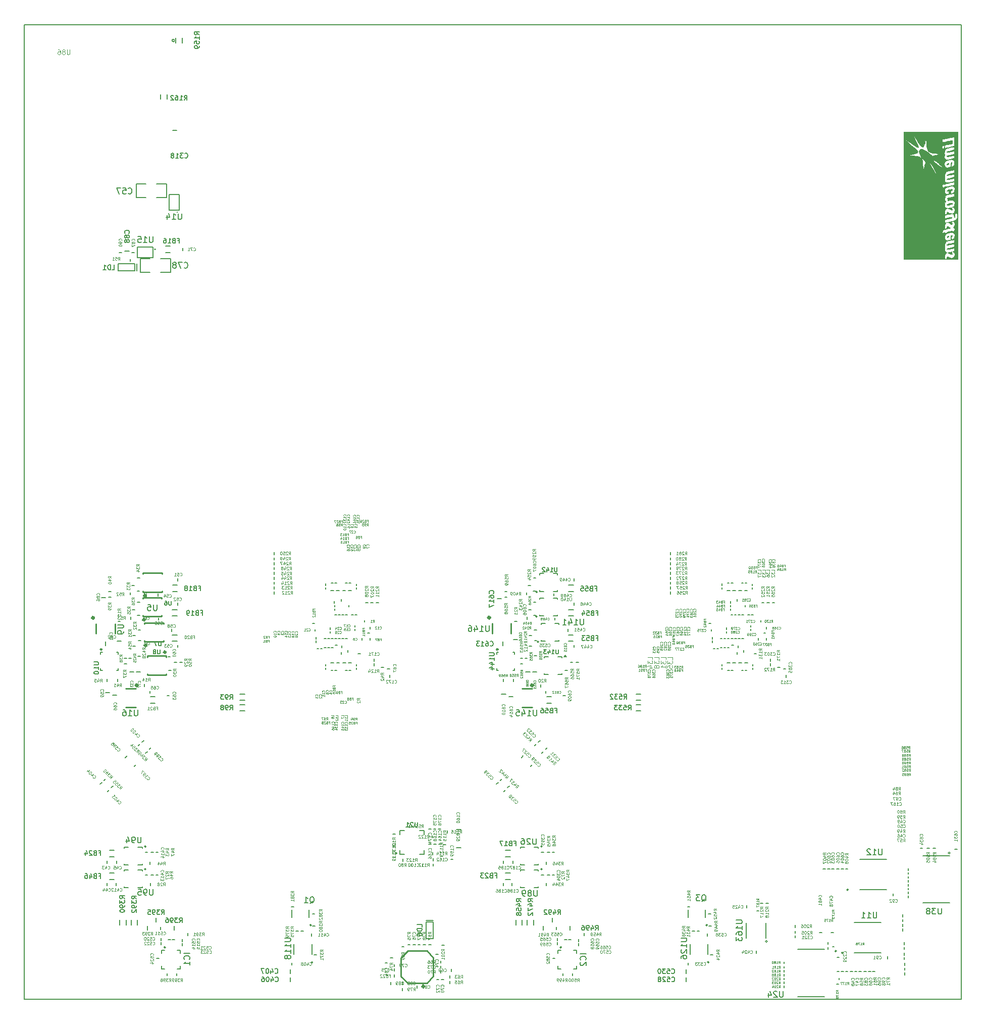
<source format=gbo>
G04 #@! TF.FileFunction,Legend,Bot*
%FSLAX46Y46*%
G04 Gerber Fmt 4.6, Leading zero omitted, Abs format (unit mm)*
G04 Created by KiCad (PCBNEW 4.0.7-e2-6376~61~ubuntu18.04.1) date Tue Nov 15 11:44:20 2022*
%MOMM*%
%LPD*%
G01*
G04 APERTURE LIST*
%ADD10C,0.150000*%
%ADD11C,0.100000*%
%ADD12C,0.200000*%
%ADD13C,0.152400*%
%ADD14C,0.400000*%
%ADD15C,0.250000*%
%ADD16C,0.195580*%
%ADD17C,0.500000*%
%ADD18C,0.200660*%
%ADD19C,0.300000*%
%ADD20C,0.127000*%
%ADD21C,0.398780*%
%ADD22C,0.254000*%
%ADD23C,0.010000*%
%ADD24C,0.125000*%
%ADD25C,0.175000*%
%ADD26C,0.075000*%
G04 APERTURE END LIST*
D10*
D11*
X214520000Y-99480000D02*
X214520000Y-99470000D01*
D12*
X57390000Y-99480000D02*
X214520000Y-99480000D01*
X57390000Y-99480000D02*
X57390000Y-262740000D01*
X214520000Y-262730000D02*
X214520000Y-99480000D01*
X57390000Y-262740000D02*
X214520000Y-262740000D01*
X205670000Y-244120000D02*
X205670000Y-244420000D01*
D10*
X212650000Y-246600000D02*
X208150000Y-246600000D01*
X212650000Y-238700000D02*
X208150000Y-238700000D01*
D13*
X212675737Y-238279960D02*
G75*
G03X212675737Y-238279960I-146017J0D01*
G01*
D10*
X82616781Y-102101420D02*
G75*
G03X82616781Y-102101420I-209201J0D01*
G01*
D14*
X77614449Y-199173760D02*
G75*
G03X77614449Y-199173760I-136689J0D01*
G01*
D15*
X77289800Y-195627920D02*
X77289800Y-195429800D01*
X80490200Y-195627920D02*
X80490200Y-195429800D01*
X80490200Y-198630200D02*
X80490200Y-198432080D01*
X77289800Y-198630200D02*
X77289800Y-198432080D01*
X77290000Y-195430000D02*
X80490000Y-195430000D01*
X77290000Y-198630000D02*
X80490000Y-198630000D01*
D16*
X118810620Y-255800000D02*
X119206860Y-255800000D01*
D17*
X142682093Y-210159080D02*
G75*
G03X142682093Y-210159080I-115953J0D01*
G01*
D15*
X142565000Y-213825000D02*
X140915000Y-213825000D01*
X142565000Y-210675000D02*
X140915000Y-210675000D01*
D17*
X76382093Y-210159080D02*
G75*
G03X76382093Y-210159080I-115953J0D01*
G01*
D15*
X76115000Y-213835000D02*
X74465000Y-213835000D01*
X76115000Y-210685000D02*
X74465000Y-210685000D01*
D16*
X146680000Y-251068120D02*
X146680000Y-250671880D01*
X143910598Y-219391904D02*
X143630414Y-219672088D01*
D18*
X148711220Y-193374220D02*
X149508780Y-193374220D01*
X148711220Y-194451180D02*
X149508780Y-194451180D01*
X148701220Y-197474220D02*
X149498780Y-197474220D01*
X148701220Y-198551180D02*
X149498780Y-198551180D01*
D16*
X141660000Y-194601880D02*
X141660000Y-194998120D01*
X143208120Y-192160000D02*
X142811880Y-192160000D01*
X142308120Y-193450000D02*
X141911880Y-193450000D01*
X142791880Y-194350000D02*
X143188120Y-194350000D01*
X146270000Y-194771880D02*
X146270000Y-195168120D01*
X149610000Y-192241880D02*
X149610000Y-192638120D01*
X149590000Y-196351880D02*
X149590000Y-196748120D01*
D10*
X146850000Y-191430000D02*
X146150000Y-191430000D01*
X144550000Y-191430000D02*
X143850000Y-191430000D01*
X144550000Y-194430000D02*
X143850000Y-194430000D01*
X146850000Y-194430000D02*
X146150000Y-194430000D01*
X146850000Y-194230000D02*
X146850000Y-194430000D01*
X143850000Y-194230000D02*
X143850000Y-194430000D01*
X143850000Y-191430000D02*
X143850000Y-191630000D01*
X146850000Y-191430000D02*
X146850000Y-191630000D01*
X143471421Y-194520000D02*
G75*
G03X143471421Y-194520000I-141421J0D01*
G01*
X146830000Y-195530000D02*
X146130000Y-195530000D01*
X144530000Y-195530000D02*
X143830000Y-195530000D01*
X144530000Y-198530000D02*
X143830000Y-198530000D01*
X146830000Y-198530000D02*
X146130000Y-198530000D01*
X146830000Y-198330000D02*
X146830000Y-198530000D01*
X143830000Y-198330000D02*
X143830000Y-198530000D01*
X143830000Y-195530000D02*
X143830000Y-195730000D01*
X146830000Y-195530000D02*
X146830000Y-195730000D01*
X143451421Y-198620000D02*
G75*
G03X143451421Y-198620000I-141421J0D01*
G01*
D16*
X141740000Y-198691880D02*
X141740000Y-199088120D01*
X143208120Y-196250000D02*
X142811880Y-196250000D01*
X142388120Y-197530000D02*
X141991880Y-197530000D01*
X142811880Y-198450000D02*
X143208120Y-198450000D01*
X146390000Y-198831880D02*
X146390000Y-199228120D01*
D19*
X136850000Y-204142200D02*
G75*
G03X136850000Y-204142200I-100000J0D01*
G01*
D10*
X136650000Y-207320000D02*
X136650000Y-207620000D01*
X136650000Y-207620000D02*
X136950000Y-207620000D01*
X139650000Y-207320000D02*
X139650000Y-207620000D01*
X139650000Y-207620000D02*
X139350000Y-207620000D01*
X139350000Y-204620000D02*
X139650000Y-204620000D01*
X139650000Y-204620000D02*
X139650000Y-204920000D01*
X136650000Y-204920000D02*
X136650000Y-204620000D01*
X136650000Y-204620000D02*
X136950000Y-204620000D01*
D16*
X138388120Y-194460000D02*
X137991880Y-194460000D01*
X137991880Y-195360000D02*
X138388120Y-195360000D01*
X137780000Y-209518120D02*
X137780000Y-209121880D01*
X139490000Y-209528120D02*
X139490000Y-209131880D01*
D18*
X145021220Y-212084220D02*
X145818780Y-212084220D01*
X145021220Y-213161180D02*
X145818780Y-213161180D01*
D16*
X136772020Y-195670000D02*
X137467980Y-195670000D01*
X139432020Y-202510000D02*
X140127980Y-202510000D01*
X138692020Y-212050000D02*
X139387980Y-212050000D01*
X137690000Y-203517980D02*
X137690000Y-202822020D01*
X144920000Y-211508120D02*
X144920000Y-211111880D01*
X138157980Y-211630000D02*
X137462020Y-211630000D01*
X148178120Y-211890000D02*
X147781880Y-211890000D01*
D10*
X144590000Y-208340000D02*
X145290000Y-208340000D01*
X146890000Y-208340000D02*
X147590000Y-208340000D01*
X146890000Y-205340000D02*
X147590000Y-205340000D01*
X144590000Y-205340000D02*
X145290000Y-205340000D01*
X144590000Y-205540000D02*
X144590000Y-205340000D01*
X147590000Y-205540000D02*
X147590000Y-205340000D01*
X147590000Y-208340000D02*
X147590000Y-208140000D01*
X144590000Y-208340000D02*
X144590000Y-208140000D01*
X148251421Y-205250000D02*
G75*
G03X148251421Y-205250000I-141421J0D01*
G01*
D16*
X149951880Y-206300000D02*
X150348120Y-206300000D01*
X148111880Y-207620000D02*
X148508120Y-207620000D01*
X149011880Y-206310000D02*
X149408120Y-206310000D01*
X141018120Y-205660000D02*
X140621880Y-205660000D01*
X140621880Y-206560000D02*
X141018120Y-206560000D01*
X148358120Y-205410000D02*
X147961880Y-205410000D01*
X142672020Y-207940000D02*
X143367980Y-207940000D01*
X141522020Y-207940000D02*
X142217980Y-207940000D01*
D10*
X147090000Y-199770000D02*
X146390000Y-199770000D01*
X144790000Y-199770000D02*
X144090000Y-199770000D01*
X144790000Y-202770000D02*
X144090000Y-202770000D01*
X147090000Y-202770000D02*
X146390000Y-202770000D01*
X147090000Y-202570000D02*
X147090000Y-202770000D01*
X144090000Y-202570000D02*
X144090000Y-202770000D01*
X144090000Y-199770000D02*
X144090000Y-199970000D01*
X147090000Y-199770000D02*
X147090000Y-199970000D01*
X143711421Y-202860000D02*
G75*
G03X143711421Y-202860000I-141421J0D01*
G01*
D16*
X141788120Y-205660000D02*
X141391880Y-205660000D01*
X142091880Y-203560000D02*
X142488120Y-203560000D01*
X143368120Y-200900000D02*
X142971880Y-200900000D01*
X142478120Y-201800000D02*
X142081880Y-201800000D01*
D18*
X148691220Y-201714220D02*
X149488780Y-201714220D01*
X148691220Y-202791180D02*
X149488780Y-202791180D01*
D16*
X142981880Y-202700000D02*
X143378120Y-202700000D01*
X148570000Y-201108120D02*
X148570000Y-200711880D01*
X149580000Y-203391880D02*
X149580000Y-203788120D01*
D18*
X72498780Y-242695780D02*
X71701220Y-242695780D01*
X72498780Y-241618820D02*
X71701220Y-241618820D01*
D14*
X81112569Y-204614960D02*
G75*
G03X81112569Y-204614960I-136689J0D01*
G01*
D15*
X81250200Y-208242080D02*
X81250200Y-208440200D01*
X78049800Y-208242080D02*
X78049800Y-208440200D01*
X78049800Y-205239800D02*
X78049800Y-205437920D01*
X81250200Y-205239800D02*
X81250200Y-205437920D01*
X81250000Y-208440000D02*
X78050000Y-208440000D01*
X81250000Y-205240000D02*
X78050000Y-205240000D01*
D14*
X77899849Y-203484880D02*
G75*
G03X77899849Y-203484880I-136689J0D01*
G01*
D15*
X77549800Y-199867920D02*
X77549800Y-199669800D01*
X80750200Y-199867920D02*
X80750200Y-199669800D01*
X80750200Y-202870200D02*
X80750200Y-202672080D01*
X77549800Y-202870200D02*
X77549800Y-202672080D01*
X77550000Y-199670000D02*
X80750000Y-199670000D01*
X77550000Y-202870000D02*
X80750000Y-202870000D01*
D14*
X77776689Y-195104240D02*
G75*
G03X77776689Y-195104240I-136689J0D01*
G01*
D15*
X77309800Y-191527920D02*
X77309800Y-191329800D01*
X80510200Y-191527920D02*
X80510200Y-191329800D01*
X80510200Y-194530200D02*
X80510200Y-194332080D01*
X77309800Y-194530200D02*
X77309800Y-194332080D01*
X77310000Y-191330000D02*
X80510000Y-191330000D01*
X77310000Y-194530000D02*
X80510000Y-194530000D01*
D18*
X82261220Y-197474220D02*
X83058780Y-197474220D01*
X82261220Y-198551180D02*
X83058780Y-198551180D01*
X82271220Y-193374220D02*
X83068780Y-193374220D01*
X82271220Y-194451180D02*
X83068780Y-194451180D01*
X78581220Y-212084220D02*
X79378780Y-212084220D01*
X78581220Y-213161180D02*
X79378780Y-213161180D01*
X82251220Y-201714220D02*
X83048780Y-201714220D01*
X82251220Y-202791180D02*
X83048780Y-202791180D01*
D16*
X71050000Y-203517980D02*
X71050000Y-202822020D01*
X70332020Y-195470000D02*
X71027980Y-195470000D01*
X72992020Y-202710000D02*
X73687980Y-202710000D01*
X71717980Y-211420000D02*
X71022020Y-211420000D01*
X72252020Y-211850000D02*
X72947980Y-211850000D01*
X81918120Y-205410000D02*
X81521880Y-205410000D01*
X76541880Y-202700000D02*
X76938120Y-202700000D01*
X76371880Y-198450000D02*
X76768120Y-198450000D01*
X76351880Y-194350000D02*
X76748120Y-194350000D01*
X82130000Y-201108120D02*
X82130000Y-200711880D01*
X81671880Y-207620000D02*
X82068120Y-207620000D01*
X76768120Y-196250000D02*
X76371880Y-196250000D01*
X83150000Y-196351880D02*
X83150000Y-196748120D01*
X79940000Y-198821880D02*
X79940000Y-199218120D01*
X83511880Y-206300000D02*
X83908120Y-206300000D01*
X75220000Y-194601880D02*
X75220000Y-194998120D01*
X83170000Y-192241880D02*
X83170000Y-192638120D01*
X79830000Y-194781880D02*
X79830000Y-195178120D01*
X71340000Y-209518120D02*
X71340000Y-209121880D01*
X73050000Y-209528120D02*
X73050000Y-209131880D01*
X74181880Y-206560000D02*
X74578120Y-206560000D01*
X74578120Y-205670000D02*
X74181880Y-205670000D01*
X71551880Y-195360000D02*
X71948120Y-195360000D01*
X71948120Y-194460000D02*
X71551880Y-194460000D01*
X76768120Y-192160000D02*
X76371880Y-192160000D01*
X82571880Y-206310000D02*
X82968120Y-206310000D01*
X75868120Y-193450000D02*
X75471880Y-193450000D01*
X75948120Y-197530000D02*
X75551880Y-197530000D01*
X76038120Y-201800000D02*
X75641880Y-201800000D01*
X76928120Y-200900000D02*
X76531880Y-200900000D01*
X83140000Y-203391880D02*
X83140000Y-203788120D01*
X81738120Y-211890000D02*
X81341880Y-211890000D01*
X75651880Y-203560000D02*
X76048120Y-203560000D01*
X75300000Y-198691880D02*
X75300000Y-199088120D01*
X78470000Y-211508120D02*
X78470000Y-211111880D01*
D12*
X172950000Y-204050000D02*
X173250000Y-204050000D01*
X173550000Y-204050000D02*
X173850000Y-204050000D01*
X175650000Y-202350000D02*
X175350000Y-202350000D01*
X175350000Y-203850000D02*
X175650000Y-203850000D01*
X175050000Y-202350000D02*
X174750000Y-202350000D01*
X180490000Y-202280000D02*
X180490000Y-202580000D01*
X179340000Y-198350000D02*
X179640000Y-198350000D01*
X174750000Y-203850000D02*
X175050000Y-203850000D01*
X178750000Y-198350000D02*
X179050000Y-198350000D01*
X174450000Y-202350000D02*
X174150000Y-202350000D01*
X174150000Y-203850000D02*
X174450000Y-203850000D01*
X181890000Y-200680000D02*
X181890000Y-200380000D01*
X176250000Y-202350000D02*
X175950000Y-202350000D01*
X176850000Y-202350000D02*
X176550000Y-202350000D01*
X179290000Y-200680000D02*
X179290000Y-200980000D01*
X176540000Y-198350000D02*
X176840000Y-198350000D01*
X179290000Y-200090000D02*
X179290000Y-200390000D01*
X178050000Y-202350000D02*
X177750000Y-202350000D01*
X175930000Y-198350000D02*
X176230000Y-198350000D01*
X177450000Y-202350000D02*
X177150000Y-202350000D01*
X177740000Y-198350000D02*
X178040000Y-198350000D01*
X176990000Y-204630000D02*
X176990000Y-204930000D01*
X175200000Y-200800000D02*
X175200000Y-200500000D01*
X177140000Y-198350000D02*
X177440000Y-198350000D01*
X175200000Y-201410000D02*
X175200000Y-201110000D01*
X176990000Y-196040000D02*
X176990000Y-195740000D01*
X172810000Y-203000000D02*
X172810000Y-202700000D01*
X172810000Y-202410000D02*
X172810000Y-202110000D01*
X178300000Y-197010000D02*
X178300000Y-196710000D01*
X181890000Y-202280000D02*
X181890000Y-202580000D01*
X178100000Y-204600000D02*
X178100000Y-204300000D01*
X176050000Y-203390000D02*
X176350000Y-203390000D01*
X181440000Y-201430000D02*
X181740000Y-201430000D01*
X175880000Y-196070000D02*
X175880000Y-196370000D01*
X175890000Y-196710000D02*
X175890000Y-197010000D01*
X175890000Y-197300000D02*
X175890000Y-197600000D01*
X180910000Y-199560000D02*
X180910000Y-199260000D01*
D16*
X179811880Y-204860000D02*
X180208120Y-204860000D01*
D12*
X178010000Y-193030000D02*
X177710000Y-193030000D01*
X176250000Y-193030000D02*
X175950000Y-193030000D01*
X178610000Y-193030000D02*
X178310000Y-193030000D01*
X179560000Y-207230000D02*
X179560000Y-207530000D01*
X179550000Y-193150000D02*
X179550000Y-193450000D01*
X174420000Y-193440000D02*
X174420000Y-193140000D01*
D16*
X178201080Y-194320000D02*
X178698920Y-194320000D01*
X176221080Y-194320000D02*
X176718920Y-194320000D01*
X177251080Y-194320000D02*
X177748920Y-194320000D01*
X175261080Y-194320000D02*
X175758920Y-194320000D01*
D12*
X179560000Y-206920000D02*
X179560000Y-206620000D01*
X179550000Y-194040000D02*
X179550000Y-193740000D01*
X174420000Y-193740000D02*
X174420000Y-194040000D01*
D16*
X72900000Y-239571880D02*
X72900000Y-239968120D01*
D12*
X172620000Y-200770000D02*
X172620000Y-201070000D01*
D16*
X182550000Y-205711880D02*
X182550000Y-206108120D01*
X184721880Y-207390000D02*
X185118120Y-207390000D01*
X185170000Y-208421880D02*
X185170000Y-208818120D01*
D12*
X177720000Y-207650000D02*
X178020000Y-207650000D01*
X175970000Y-207650000D02*
X176270000Y-207650000D01*
X178320000Y-207640000D02*
X178620000Y-207640000D01*
X175650000Y-193030000D02*
X175350000Y-193030000D01*
X175370000Y-207650000D02*
X175670000Y-207650000D01*
X172540000Y-199820000D02*
X172240000Y-199820000D01*
X174420000Y-207530000D02*
X174420000Y-207230000D01*
D16*
X177758920Y-206350000D02*
X177261080Y-206350000D01*
X175768920Y-206350000D02*
X175271080Y-206350000D01*
X178718920Y-206350000D02*
X178221080Y-206350000D01*
X176728920Y-206350000D02*
X176231080Y-206350000D01*
X183731880Y-207120000D02*
X184128120Y-207120000D01*
X182550000Y-206471880D02*
X182550000Y-206868120D01*
D12*
X174420000Y-206630000D02*
X174420000Y-206930000D01*
D16*
X71300000Y-239968120D02*
X71300000Y-239571880D01*
D18*
X72498780Y-238895780D02*
X71701220Y-238895780D01*
X72498780Y-237818820D02*
X71701220Y-237818820D01*
D16*
X78701880Y-238170000D02*
X79098120Y-238170000D01*
X78500000Y-239771880D02*
X78500000Y-240168120D01*
X71300000Y-243718120D02*
X71300000Y-243321880D01*
X72800000Y-243321880D02*
X72800000Y-243718120D01*
X77701880Y-241970000D02*
X78098120Y-241970000D01*
X77701880Y-238170000D02*
X78098120Y-238170000D01*
X78701880Y-241970000D02*
X79098120Y-241970000D01*
X78550000Y-243321880D02*
X78550000Y-243718120D01*
D10*
X74200000Y-240270000D02*
X74900000Y-240270000D01*
X76500000Y-240270000D02*
X77200000Y-240270000D01*
X76500000Y-237270000D02*
X77200000Y-237270000D01*
X74200000Y-237270000D02*
X74900000Y-237270000D01*
X74200000Y-237470000D02*
X74200000Y-237270000D01*
X77200000Y-237470000D02*
X77200000Y-237270000D01*
X77200000Y-240270000D02*
X77200000Y-240070000D01*
X74200000Y-240270000D02*
X74200000Y-240070000D01*
X77861421Y-237180000D02*
G75*
G03X77861421Y-237180000I-141421J0D01*
G01*
X74200000Y-244070000D02*
X74900000Y-244070000D01*
X76500000Y-244070000D02*
X77200000Y-244070000D01*
X76500000Y-241070000D02*
X77200000Y-241070000D01*
X74200000Y-241070000D02*
X74900000Y-241070000D01*
X74200000Y-241270000D02*
X74200000Y-241070000D01*
X77200000Y-241270000D02*
X77200000Y-241070000D01*
X77200000Y-244070000D02*
X77200000Y-243870000D01*
X74200000Y-244070000D02*
X74200000Y-243870000D01*
X77861421Y-240980000D02*
G75*
G03X77861421Y-240980000I-141421J0D01*
G01*
D16*
X137740000Y-239968120D02*
X137740000Y-239571880D01*
X137740000Y-243718120D02*
X137740000Y-243321880D01*
X139340000Y-239571880D02*
X139340000Y-239968120D01*
X139240000Y-243321880D02*
X139240000Y-243718120D01*
X144141880Y-241970000D02*
X144538120Y-241970000D01*
X144141880Y-238170000D02*
X144538120Y-238170000D01*
D18*
X138938780Y-242695780D02*
X138141220Y-242695780D01*
X138938780Y-241618820D02*
X138141220Y-241618820D01*
D16*
X79501880Y-241970000D02*
X79898120Y-241970000D01*
X79501880Y-238170000D02*
X79898120Y-238170000D01*
X145141880Y-241970000D02*
X145538120Y-241970000D01*
X144990000Y-243321880D02*
X144990000Y-243718120D01*
X145141880Y-238170000D02*
X145538120Y-238170000D01*
X144940000Y-239771880D02*
X144940000Y-240168120D01*
X145941880Y-241970000D02*
X146338120Y-241970000D01*
X145941880Y-238170000D02*
X146338120Y-238170000D01*
D10*
X140640000Y-240270000D02*
X141340000Y-240270000D01*
X142940000Y-240270000D02*
X143640000Y-240270000D01*
X142940000Y-237270000D02*
X143640000Y-237270000D01*
X140640000Y-237270000D02*
X141340000Y-237270000D01*
X140640000Y-237470000D02*
X140640000Y-237270000D01*
X143640000Y-237470000D02*
X143640000Y-237270000D01*
X143640000Y-240270000D02*
X143640000Y-240070000D01*
X140640000Y-240270000D02*
X140640000Y-240070000D01*
X144301421Y-237180000D02*
G75*
G03X144301421Y-237180000I-141421J0D01*
G01*
X140640000Y-244070000D02*
X141340000Y-244070000D01*
X142940000Y-244070000D02*
X143640000Y-244070000D01*
X142940000Y-241070000D02*
X143640000Y-241070000D01*
X140640000Y-241070000D02*
X141340000Y-241070000D01*
X140640000Y-241270000D02*
X140640000Y-241070000D01*
X143640000Y-241270000D02*
X143640000Y-241070000D01*
X143640000Y-244070000D02*
X143640000Y-243870000D01*
X140640000Y-244070000D02*
X140640000Y-243870000D01*
X144301421Y-240980000D02*
G75*
G03X144301421Y-240980000I-141421J0D01*
G01*
D16*
X76160092Y-223479908D02*
X75879908Y-223760092D01*
X74389908Y-222280092D02*
X74670092Y-221999908D01*
X78409908Y-220900092D02*
X78690092Y-220619908D01*
X77460092Y-219389908D02*
X77179908Y-219670092D01*
X71399908Y-227970092D02*
X71680092Y-227689908D01*
X70440092Y-226459908D02*
X70159908Y-226740092D01*
X102020000Y-259807980D02*
X102020000Y-259112020D01*
X102020000Y-258447980D02*
X102020000Y-257752020D01*
X102310000Y-257058120D02*
X102310000Y-256661880D01*
X105580000Y-252168120D02*
X105580000Y-251771880D01*
X80240000Y-251068120D02*
X80240000Y-250671880D01*
X81581880Y-252810000D02*
X81978120Y-252810000D01*
X82261880Y-252810000D02*
X82658120Y-252810000D01*
X80350000Y-252521880D02*
X80350000Y-252918120D01*
X83940000Y-252711880D02*
X83940000Y-253108120D01*
X80350000Y-253221880D02*
X80350000Y-253618120D01*
X83940000Y-253401880D02*
X83940000Y-253798120D01*
X79601880Y-255910000D02*
X79998120Y-255910000D01*
X140830271Y-222274241D02*
X141110455Y-221994057D01*
X168460000Y-259807980D02*
X168460000Y-259112020D01*
X142602450Y-223471911D02*
X142322266Y-223752095D01*
X168460000Y-258437980D02*
X168460000Y-257742020D01*
X144853709Y-220909525D02*
X145133893Y-220629341D01*
X168750000Y-257058120D02*
X168750000Y-256661880D01*
X172010000Y-252168120D02*
X172010000Y-251771880D01*
X137839209Y-227966451D02*
X138119393Y-227686267D01*
X136881957Y-226462972D02*
X136601773Y-226743156D01*
X148021880Y-252810000D02*
X148418120Y-252810000D01*
X148701880Y-252810000D02*
X149098120Y-252810000D01*
X146790000Y-252521880D02*
X146790000Y-252918120D01*
X150380000Y-252711880D02*
X150380000Y-253108120D01*
X146790000Y-253221880D02*
X146790000Y-253618120D01*
X150380000Y-253401880D02*
X150380000Y-253798120D01*
X146041880Y-255920000D02*
X146438120Y-255920000D01*
D10*
X83570000Y-257670000D02*
X83570000Y-257170000D01*
X83570000Y-255070000D02*
X83570000Y-254570000D01*
X83070000Y-257670000D02*
X83570000Y-257670000D01*
X83070000Y-254570000D02*
X83570000Y-254570000D01*
X80470000Y-254570000D02*
X80970000Y-254570000D01*
X80470000Y-255070000D02*
X80470000Y-254570000D01*
X80470000Y-257670000D02*
X80970000Y-257670000D01*
X80470000Y-257670000D02*
X80470000Y-257170000D01*
D13*
X81105977Y-254080280D02*
G75*
G03X81105977Y-254080280I-146017J0D01*
G01*
D10*
X150020000Y-257670000D02*
X150020000Y-257170000D01*
X150020000Y-255070000D02*
X150020000Y-254570000D01*
X149520000Y-257670000D02*
X150020000Y-257670000D01*
X149520000Y-254570000D02*
X150020000Y-254570000D01*
X146920000Y-254570000D02*
X147420000Y-254570000D01*
X146920000Y-255070000D02*
X146920000Y-254570000D01*
X146920000Y-257670000D02*
X147420000Y-257670000D01*
X146920000Y-257670000D02*
X146920000Y-257170000D01*
D13*
X147555977Y-254080280D02*
G75*
G03X147555977Y-254080280I-146017J0D01*
G01*
D16*
X165800000Y-194838120D02*
X165800000Y-194441880D01*
X165810000Y-194018120D02*
X165810000Y-193621880D01*
X165810000Y-193198120D02*
X165810000Y-192801880D01*
X165810000Y-192378120D02*
X165810000Y-191981880D01*
X165810000Y-191558120D02*
X165810000Y-191161880D01*
X165800000Y-189938120D02*
X165800000Y-189541880D01*
X165810000Y-190748120D02*
X165810000Y-190351880D01*
X165800000Y-189138120D02*
X165800000Y-188741880D01*
X165810000Y-188268120D02*
X165810000Y-187871880D01*
X76549908Y-220310092D02*
X76830092Y-220029908D01*
X72300092Y-227059908D02*
X72019908Y-227340092D01*
X70799908Y-226110092D02*
X71080092Y-225829908D01*
X106448120Y-255290000D02*
X106051880Y-255290000D01*
X104218120Y-251380000D02*
X103821880Y-251380000D01*
X103001880Y-251390000D02*
X103398120Y-251390000D01*
X105791880Y-250510000D02*
X106188120Y-250510000D01*
X105741880Y-248470000D02*
X106138120Y-248470000D01*
D18*
X74485780Y-249521220D02*
X74485780Y-250318780D01*
X73408820Y-249521220D02*
X73408820Y-250318780D01*
X76405780Y-249521220D02*
X76405780Y-250318780D01*
X75328820Y-249521220D02*
X75328820Y-250318780D01*
D16*
X78040000Y-251217980D02*
X78040000Y-250522020D01*
X79530000Y-249807980D02*
X79530000Y-249112020D01*
X82530000Y-251187980D02*
X82530000Y-250492020D01*
X81340000Y-258431880D02*
X81340000Y-258828120D01*
X82960000Y-258431880D02*
X82960000Y-258828120D01*
X144490424Y-221258666D02*
X144210240Y-221538850D01*
X142994017Y-220308485D02*
X143274201Y-220028301D01*
X172888120Y-255290000D02*
X172491880Y-255290000D01*
X170658120Y-251390000D02*
X170261880Y-251390000D01*
X169441880Y-251390000D02*
X169838120Y-251390000D01*
X138748718Y-227056942D02*
X138468534Y-227337126D01*
X137238169Y-226106760D02*
X137518353Y-225826576D01*
X172231880Y-250510000D02*
X172628120Y-250510000D01*
X172181880Y-248470000D02*
X172578120Y-248470000D01*
D18*
X140925780Y-249521220D02*
X140925780Y-250318780D01*
X139848820Y-249521220D02*
X139848820Y-250318780D01*
X142855780Y-249521220D02*
X142855780Y-250318780D01*
X141778820Y-249521220D02*
X141778820Y-250318780D01*
D16*
X144480000Y-251217980D02*
X144480000Y-250522020D01*
X145980000Y-249807980D02*
X145980000Y-249112020D01*
X148970000Y-251187980D02*
X148970000Y-250492020D01*
X147780000Y-258431880D02*
X147780000Y-258828120D01*
X149400000Y-258431880D02*
X149400000Y-258828120D01*
D10*
X102640000Y-255280000D02*
X102640000Y-253580000D01*
X105640000Y-255280000D02*
X105640000Y-253580000D01*
D13*
X105826057Y-256579720D02*
G75*
G03X105826057Y-256579720I-146017J0D01*
G01*
D10*
X169090000Y-255280000D02*
X169090000Y-253580000D01*
X172090000Y-255280000D02*
X172090000Y-253580000D01*
D13*
X172276057Y-256579720D02*
G75*
G03X172276057Y-256579720I-146017J0D01*
G01*
D10*
X102290000Y-247790000D02*
X102290000Y-249090000D01*
X105190000Y-247790000D02*
X105190000Y-249090000D01*
D13*
X105585737Y-250359960D02*
G75*
G03X105585737Y-250359960I-146017J0D01*
G01*
D10*
X168730000Y-247780000D02*
X168730000Y-249080000D01*
X171630000Y-247780000D02*
X171630000Y-249080000D01*
D13*
X172025737Y-250349960D02*
G75*
G03X172025737Y-250349960I-146017J0D01*
G01*
D16*
X78050092Y-221259908D02*
X77769908Y-221540092D01*
X75082020Y-207940000D02*
X75777980Y-207940000D01*
X76232020Y-207940000D02*
X76927980Y-207940000D01*
X75348120Y-205660000D02*
X74951880Y-205660000D01*
X76878120Y-205260000D02*
X76481880Y-205260000D01*
D19*
X70410000Y-204142200D02*
G75*
G03X70410000Y-204142200I-100000J0D01*
G01*
D10*
X70210000Y-207320000D02*
X70210000Y-207620000D01*
X70210000Y-207620000D02*
X70510000Y-207620000D01*
X73210000Y-207320000D02*
X73210000Y-207620000D01*
X73210000Y-207620000D02*
X72910000Y-207620000D01*
X72910000Y-204620000D02*
X73210000Y-204620000D01*
X73210000Y-204620000D02*
X73210000Y-204920000D01*
X70210000Y-204920000D02*
X70210000Y-204620000D01*
X70210000Y-204620000D02*
X70510000Y-204620000D01*
D16*
X168651880Y-247280000D02*
X169048120Y-247280000D01*
X151290000Y-252108120D02*
X151290000Y-251711880D01*
D18*
X138938780Y-238895780D02*
X138141220Y-238895780D01*
X138938780Y-237818820D02*
X138141220Y-237818820D01*
D16*
X102211880Y-247280000D02*
X102608120Y-247280000D01*
X84850000Y-252108120D02*
X84850000Y-251711880D01*
D18*
X160021220Y-211614220D02*
X160818780Y-211614220D01*
X160021220Y-212691180D02*
X160818780Y-212691180D01*
D16*
X143348120Y-205180000D02*
X142951880Y-205180000D01*
D12*
X177110000Y-203510000D02*
X177110000Y-203810000D01*
D16*
X182378120Y-196330000D02*
X181981880Y-196330000D01*
X181081880Y-196330000D02*
X181478120Y-196330000D01*
X183258120Y-196330000D02*
X182861880Y-196330000D01*
X77590000Y-210368120D02*
X77590000Y-209971880D01*
X73528120Y-199450000D02*
X73131880Y-199450000D01*
X144020000Y-210438120D02*
X144020000Y-210041880D01*
X140038120Y-199440000D02*
X139641880Y-199440000D01*
D17*
X69065033Y-198843860D02*
G75*
G03X69065033Y-198843860I-115953J0D01*
G01*
D15*
X72635000Y-199855000D02*
X72635000Y-201505000D01*
X69485000Y-199855000D02*
X69485000Y-201505000D01*
D17*
X135495033Y-198813860D02*
G75*
G03X135495033Y-198813860I-115953J0D01*
G01*
D15*
X139065000Y-199825000D02*
X139065000Y-201475000D01*
X135915000Y-199825000D02*
X135915000Y-201475000D01*
D12*
X106510000Y-204050000D02*
X106810000Y-204050000D01*
X107110000Y-204050000D02*
X107410000Y-204050000D01*
X109210000Y-202350000D02*
X108910000Y-202350000D01*
X108910000Y-203850000D02*
X109210000Y-203850000D01*
X108610000Y-202350000D02*
X108310000Y-202350000D01*
X114050000Y-202280000D02*
X114050000Y-202580000D01*
X112900000Y-198350000D02*
X113200000Y-198350000D01*
X108310000Y-203850000D02*
X108610000Y-203850000D01*
X112310000Y-198350000D02*
X112610000Y-198350000D01*
X108010000Y-202350000D02*
X107710000Y-202350000D01*
X107710000Y-203850000D02*
X108010000Y-203850000D01*
X115450000Y-200680000D02*
X115450000Y-200380000D01*
X110410000Y-202350000D02*
X110110000Y-202350000D01*
X109810000Y-202350000D02*
X109510000Y-202350000D01*
X112850000Y-200680000D02*
X112850000Y-200980000D01*
X109500000Y-198350000D02*
X109800000Y-198350000D01*
X112850000Y-200090000D02*
X112850000Y-200390000D01*
X111010000Y-202350000D02*
X110710000Y-202350000D01*
X110100000Y-198350000D02*
X110400000Y-198350000D01*
X111610000Y-202350000D02*
X111310000Y-202350000D01*
X106180000Y-200770000D02*
X106180000Y-201070000D01*
X110700000Y-198350000D02*
X111000000Y-198350000D01*
X110550000Y-204630000D02*
X110550000Y-204930000D01*
X108760000Y-200800000D02*
X108760000Y-200500000D01*
X111300000Y-198350000D02*
X111600000Y-198350000D01*
X108760000Y-201410000D02*
X108760000Y-201110000D01*
X110550000Y-196040000D02*
X110550000Y-195740000D01*
D16*
X205080000Y-257511880D02*
X205080000Y-257908120D01*
X194412300Y-258120000D02*
X194808540Y-258120000D01*
X193692300Y-258120000D02*
X194088540Y-258120000D01*
X205020000Y-255001880D02*
X205020000Y-255398120D01*
X205030000Y-255731880D02*
X205030000Y-256128120D01*
X196672300Y-258120000D02*
X197068540Y-258120000D01*
D20*
X81290000Y-126097000D02*
X81290000Y-128383000D01*
X81290000Y-128383000D02*
X79639000Y-128383000D01*
X77861000Y-126097000D02*
X76210000Y-126097000D01*
X76210000Y-126097000D02*
X76210000Y-128383000D01*
X76210000Y-128383000D02*
X77861000Y-128383000D01*
X79639000Y-126097000D02*
X81290000Y-126097000D01*
D16*
X118281880Y-207390000D02*
X118678120Y-207390000D01*
X129043740Y-257721880D02*
X129043740Y-258118120D01*
X127351040Y-259480000D02*
X127747280Y-259480000D01*
X83975420Y-137298540D02*
X83975420Y-136902300D01*
X126571040Y-259480000D02*
X126967280Y-259480000D01*
X127229580Y-257161880D02*
X127229580Y-257558120D01*
X126421040Y-255230000D02*
X126817280Y-255230000D01*
X119459160Y-257651880D02*
X119459160Y-258048120D01*
X122996860Y-253610000D02*
X122600620Y-253610000D01*
D20*
X76855420Y-140943000D02*
X76855420Y-138657000D01*
X76855420Y-138657000D02*
X78506420Y-138657000D01*
X80284420Y-140943000D02*
X81935420Y-140943000D01*
X81935420Y-140943000D02*
X81935420Y-138657000D01*
X81935420Y-138657000D02*
X80284420Y-138657000D01*
X78506420Y-140943000D02*
X76855420Y-140943000D01*
D16*
X119458740Y-257308120D02*
X119458740Y-256911880D01*
X123289160Y-260908120D02*
X123289160Y-260511880D01*
X195942300Y-258120000D02*
X196338540Y-258120000D01*
X117940620Y-256670000D02*
X118336860Y-256670000D01*
X120853740Y-260288120D02*
X120853740Y-259891880D01*
X75863540Y-137650420D02*
X75467300Y-137650420D01*
X75003400Y-137350420D02*
X74307440Y-137350420D01*
X118873740Y-260288120D02*
X118873740Y-259891880D01*
X73733540Y-137650420D02*
X73337300Y-137650420D01*
X202240000Y-255998120D02*
X202240000Y-255601880D01*
X203150000Y-245438120D02*
X203150000Y-245041880D01*
X198242300Y-258130000D02*
X198638540Y-258130000D01*
X204750000Y-250151880D02*
X204750000Y-250548120D01*
X198972300Y-258130000D02*
X199368540Y-258130000D01*
X124189580Y-240071880D02*
X124189580Y-240468120D01*
D12*
X112170000Y-193030000D02*
X111870000Y-193030000D01*
X109210000Y-193030000D02*
X108910000Y-193030000D01*
X111880000Y-207640000D02*
X112180000Y-207640000D01*
X109520000Y-207640000D02*
X109820000Y-207640000D01*
X111570000Y-193030000D02*
X111270000Y-193030000D01*
X109810000Y-193030000D02*
X109510000Y-193030000D01*
X111280000Y-207650000D02*
X111580000Y-207650000D01*
X108880000Y-207630000D02*
X109180000Y-207630000D01*
D16*
X129337700Y-239350000D02*
X128941460Y-239350000D01*
X130617560Y-234330000D02*
X129921600Y-234330000D01*
X125959580Y-239548120D02*
X125959580Y-239151880D01*
X127317700Y-236820000D02*
X126921460Y-236820000D01*
X125271460Y-236820000D02*
X125667700Y-236820000D01*
X204750000Y-250951880D02*
X204750000Y-251348120D01*
X126497700Y-236820000D02*
X126101460Y-236820000D01*
X119618120Y-239000000D02*
X119221880Y-239000000D01*
X116110000Y-205711880D02*
X116110000Y-206108120D01*
X118730000Y-208421880D02*
X118730000Y-208818120D01*
X125271460Y-234240000D02*
X125667700Y-234240000D01*
X126457700Y-234240000D02*
X126061460Y-234240000D01*
X127277700Y-234240000D02*
X126881460Y-234240000D01*
X193711880Y-255730000D02*
X194108120Y-255730000D01*
X82322440Y-117155420D02*
X83018400Y-117155420D01*
X186730000Y-252081880D02*
X186730000Y-252478120D01*
X193151860Y-251577500D02*
X192755620Y-251577500D01*
X191151860Y-251577500D02*
X190755620Y-251577500D01*
X192528540Y-240900000D02*
X192132300Y-240900000D01*
X193238540Y-240900000D02*
X192842300Y-240900000D01*
X194808540Y-240910000D02*
X194412300Y-240910000D01*
X194078540Y-240910000D02*
X193682300Y-240910000D01*
X213868120Y-237600000D02*
X213471880Y-237600000D01*
X208058120Y-237450000D02*
X207661880Y-237450000D01*
D12*
X106370000Y-203000000D02*
X106370000Y-202700000D01*
X106370000Y-202410000D02*
X106370000Y-202110000D01*
X111860000Y-197010000D02*
X111860000Y-196710000D01*
X115450000Y-202280000D02*
X115450000Y-202580000D01*
X111660000Y-204600000D02*
X111660000Y-204300000D01*
X110700000Y-203510000D02*
X110700000Y-203810000D01*
X109610000Y-203390000D02*
X109910000Y-203390000D01*
X115000000Y-201430000D02*
X115300000Y-201430000D01*
X106100000Y-199820000D02*
X105800000Y-199820000D01*
X109440000Y-196070000D02*
X109440000Y-196370000D01*
X109450000Y-196710000D02*
X109450000Y-197010000D01*
X109450000Y-197300000D02*
X109450000Y-197600000D01*
D18*
X81086640Y-136574640D02*
X81884200Y-136574640D01*
X81086640Y-137651600D02*
X81884200Y-137651600D01*
D16*
X119453740Y-258671880D02*
X119453740Y-259068120D01*
D12*
X113120000Y-207230000D02*
X113120000Y-207530000D01*
X113110000Y-193150000D02*
X113110000Y-193450000D01*
X107980000Y-193440000D02*
X107980000Y-193140000D01*
X107980000Y-207530000D02*
X107980000Y-207230000D01*
D16*
X130617560Y-237390000D02*
X129921600Y-237390000D01*
X111761080Y-194320000D02*
X112258920Y-194320000D01*
X109781080Y-194320000D02*
X110278920Y-194320000D01*
X111318920Y-206350000D02*
X110821080Y-206350000D01*
X109328920Y-206350000D02*
X108831080Y-206350000D01*
X110811080Y-194320000D02*
X111308920Y-194320000D01*
X108821080Y-194320000D02*
X109318920Y-194320000D01*
X112278920Y-206350000D02*
X111781080Y-206350000D01*
X110288920Y-206350000D02*
X109791080Y-206350000D01*
D12*
X76275420Y-140670420D02*
X76275420Y-139470420D01*
X73175420Y-140670420D02*
X73175420Y-139470420D01*
X73175420Y-139470420D02*
X75975420Y-139470420D01*
X75975420Y-139470420D02*
X75975420Y-140670420D01*
X75975420Y-140670420D02*
X73175420Y-140670420D01*
X126018740Y-249550000D02*
X124818740Y-249550000D01*
X126018740Y-252650000D02*
X124818740Y-252650000D01*
X124818740Y-252650000D02*
X124818740Y-249850000D01*
X124818740Y-249850000D02*
X126018740Y-249850000D01*
X126018740Y-249850000D02*
X126018740Y-252650000D01*
X114470000Y-199560000D02*
X114470000Y-199260000D01*
D16*
X113371880Y-204860000D02*
X113768120Y-204860000D01*
X117291880Y-207120000D02*
X117688120Y-207120000D01*
X205080000Y-256671880D02*
X205080000Y-257068120D01*
X75195420Y-138712300D02*
X75195420Y-139108540D01*
X205090000Y-258728120D02*
X205090000Y-258331880D01*
X195132300Y-258120000D02*
X195528540Y-258120000D01*
X205030000Y-254021880D02*
X205030000Y-254418120D01*
X205030000Y-253211880D02*
X205030000Y-253608120D01*
X197402300Y-258120000D02*
X197798540Y-258120000D01*
X128789160Y-259228120D02*
X128789160Y-258831880D01*
X204750000Y-249361880D02*
X204750000Y-249758120D01*
X128779160Y-260128120D02*
X128779160Y-259731880D01*
X127229160Y-256321880D02*
X127229160Y-256718120D01*
X125626860Y-253630000D02*
X125230620Y-253630000D01*
X120730620Y-253970000D02*
X121126860Y-253970000D01*
X127229580Y-257991880D02*
X127229580Y-258388120D01*
X199692300Y-258130000D02*
X200088540Y-258130000D01*
X122146860Y-253620000D02*
X121750620Y-253620000D01*
X123836860Y-253620000D02*
X123440620Y-253620000D01*
X124716860Y-253620000D02*
X124320620Y-253620000D01*
X120853740Y-261328120D02*
X120853740Y-260931880D01*
X122329580Y-240071880D02*
X122329580Y-240468120D01*
X204750000Y-248571880D02*
X204750000Y-248968120D01*
D18*
X93581220Y-211614220D02*
X94378780Y-211614220D01*
X93581220Y-212691180D02*
X94378780Y-212691180D01*
D12*
X113120000Y-206920000D02*
X113120000Y-206620000D01*
X113110000Y-194040000D02*
X113110000Y-193740000D01*
X107980000Y-193740000D02*
X107980000Y-194040000D01*
X107980000Y-206630000D02*
X107980000Y-206930000D01*
D18*
X93581220Y-213384220D02*
X94378780Y-213384220D01*
X93581220Y-214461180D02*
X94378780Y-214461180D01*
D16*
X125959580Y-240061880D02*
X125959580Y-240458120D01*
X127577700Y-238840000D02*
X127181460Y-238840000D01*
X125949580Y-238528120D02*
X125949580Y-238131880D01*
X128127700Y-236830000D02*
X127731460Y-236830000D01*
X128389580Y-234888120D02*
X128389580Y-234491880D01*
X119221880Y-237150000D02*
X119618120Y-237150000D01*
X119251880Y-235060000D02*
X119648120Y-235060000D01*
X125919580Y-235321880D02*
X125919580Y-235718120D01*
X120910000Y-239648120D02*
X120910000Y-239251880D01*
X116110000Y-206471880D02*
X116110000Y-206868120D01*
D18*
X83905780Y-101691220D02*
X83905780Y-102488780D01*
X82828820Y-101691220D02*
X82828820Y-102488780D01*
X80304220Y-111938780D02*
X80304220Y-111141220D01*
X81381180Y-111938780D02*
X81381180Y-111141220D01*
D12*
X192940000Y-253960000D02*
X193240000Y-253960000D01*
X192220000Y-254060000D02*
X192220000Y-254360000D01*
X192220000Y-253230000D02*
X192220000Y-253530000D01*
X194100000Y-259210000D02*
X194100000Y-259510000D01*
X193950000Y-260280000D02*
X193650000Y-260280000D01*
X184880000Y-256480000D02*
X184880000Y-256780000D01*
X184870000Y-257250000D02*
X184870000Y-257550000D01*
X184870000Y-257910000D02*
X184870000Y-258210000D01*
X184870000Y-258550000D02*
X184870000Y-258850000D01*
D16*
X127470620Y-253720000D02*
X127866860Y-253720000D01*
D12*
X184870000Y-259210000D02*
X184870000Y-259510000D01*
X184870000Y-259850000D02*
X184870000Y-260150000D01*
X184870000Y-260510000D02*
X184870000Y-260810000D01*
D16*
X186720000Y-251718120D02*
X186720000Y-251321880D01*
X186710000Y-250728120D02*
X186710000Y-250331880D01*
X115938120Y-196330000D02*
X115541880Y-196330000D01*
X114641880Y-196330000D02*
X115038120Y-196330000D01*
X116818120Y-196330000D02*
X116421880Y-196330000D01*
X99370000Y-194838120D02*
X99370000Y-194441880D01*
X99370000Y-194018120D02*
X99370000Y-193621880D01*
X99370000Y-193198120D02*
X99370000Y-192801880D01*
X99370000Y-192378120D02*
X99370000Y-191981880D01*
X99370000Y-191558120D02*
X99370000Y-191161880D01*
X99360000Y-189938120D02*
X99360000Y-189541880D01*
X99370000Y-190748120D02*
X99370000Y-190351880D01*
X99360000Y-189138120D02*
X99360000Y-188741880D01*
X99370000Y-188268120D02*
X99370000Y-187871880D01*
X191798540Y-240900000D02*
X191402300Y-240900000D01*
X195528540Y-240910000D02*
X195132300Y-240910000D01*
X122000000Y-233978120D02*
X122000000Y-233581880D01*
D12*
X205670000Y-240870000D02*
X205670000Y-241170000D01*
X205670000Y-241520000D02*
X205670000Y-241820000D01*
X205670000Y-242170000D02*
X205670000Y-242470000D01*
X205670000Y-242820000D02*
X205670000Y-243120000D01*
X205670000Y-243480000D02*
X205670000Y-243780000D01*
X205670000Y-244770000D02*
X205670000Y-245070000D01*
X205670000Y-245430000D02*
X205670000Y-245730000D01*
D16*
X209861880Y-237450000D02*
X210258120Y-237450000D01*
X208791880Y-237450000D02*
X209188120Y-237450000D01*
D10*
X196640000Y-249890000D02*
X201140000Y-249890000D01*
X196640000Y-254990000D02*
X201140000Y-254990000D01*
D13*
X194736297Y-255020040D02*
G75*
G03X194736297Y-255020040I-146017J0D01*
G01*
D10*
X197550000Y-239300000D02*
X202050000Y-239300000D01*
X197550000Y-244400000D02*
X202050000Y-244400000D01*
D13*
X195646297Y-244430040D02*
G75*
G03X195646297Y-244430040I-146017J0D01*
G01*
D12*
X83141131Y-130860420D02*
G75*
G03X83141131Y-130860420I-70711J0D01*
G01*
X83270420Y-130560420D02*
X81720420Y-130560420D01*
X81720420Y-130560420D02*
X81720420Y-127910420D01*
X81720420Y-127910420D02*
X83420420Y-127910420D01*
X83420420Y-127910420D02*
X83420420Y-130560420D01*
X83420420Y-130560420D02*
X83270420Y-130560420D01*
X79421131Y-137100420D02*
G75*
G03X79421131Y-137100420I-70711J0D01*
G01*
X79050420Y-136900420D02*
X79050420Y-138450420D01*
X79050420Y-138450420D02*
X76400420Y-138450420D01*
X76400420Y-138450420D02*
X76400420Y-136750420D01*
X76400420Y-136750420D02*
X79050420Y-136750420D01*
X79050420Y-136750420D02*
X79050420Y-136900420D01*
D21*
X124468576Y-260611200D02*
G75*
G03X124468576Y-260611200I-158236J0D01*
G01*
D22*
X126035000Y-258909400D02*
X126035000Y-255836000D01*
X126035000Y-255836000D02*
X125008840Y-254685380D01*
X125008840Y-254685380D02*
X121808440Y-254685380D01*
X121808440Y-254685380D02*
X120584160Y-255836000D01*
X120584160Y-255836000D02*
X120584160Y-258934800D01*
X120584160Y-258934800D02*
X121808440Y-260110820D01*
X121808440Y-260110820D02*
X124983440Y-260085420D01*
X124983440Y-260085420D02*
X126035000Y-258909400D01*
D10*
X124450000Y-238510000D02*
X124450000Y-237810000D01*
X124450000Y-235210000D02*
X124450000Y-234510000D01*
X120450000Y-235210000D02*
X120450000Y-234510000D01*
X120450000Y-238510000D02*
X120450000Y-237810000D01*
X124450000Y-238510000D02*
X123750000Y-238510000D01*
X121150000Y-238510000D02*
X120450000Y-238510000D01*
X121150000Y-234510000D02*
X120450000Y-234510000D01*
D12*
X119939500Y-238295000D02*
G75*
G03X119939500Y-238295000I-127000J0D01*
G01*
D10*
X124450000Y-234510000D02*
X123750000Y-234510000D01*
D18*
X160021220Y-213384220D02*
X160818780Y-213384220D01*
X160021220Y-214461180D02*
X160818780Y-214461180D01*
D23*
G36*
X213961200Y-138758000D02*
X213961200Y-117422000D01*
X213731525Y-117422000D01*
X213731525Y-131048980D01*
X213807634Y-131068117D01*
X213808890Y-131069360D01*
X213869912Y-131192793D01*
X213899618Y-131377302D01*
X213897464Y-131587133D01*
X213862911Y-131786536D01*
X213821421Y-131896388D01*
X213740543Y-132027088D01*
X213636807Y-132130152D01*
X213492945Y-132214485D01*
X213291687Y-132288994D01*
X213015763Y-132362585D01*
X212839077Y-132402996D01*
X212582775Y-132460606D01*
X212414299Y-132502265D01*
X212321996Y-132532656D01*
X212294210Y-132556467D01*
X212319287Y-132578380D01*
X212361583Y-132594936D01*
X212500129Y-132657632D01*
X212662194Y-132750121D01*
X212711265Y-132782100D01*
X212847021Y-132862673D01*
X212933541Y-132880371D01*
X212977912Y-132859131D01*
X213038890Y-132782822D01*
X213021088Y-132700861D01*
X212940966Y-132606966D01*
X212871119Y-132530160D01*
X212865511Y-132485033D01*
X212936564Y-132456045D01*
X213082501Y-132429922D01*
X213219049Y-132414842D01*
X213296255Y-132438221D01*
X213354040Y-132516863D01*
X213372694Y-132552073D01*
X213430582Y-132715682D01*
X213453010Y-132875377D01*
X213429219Y-133019136D01*
X213369566Y-133170576D01*
X213291191Y-133297578D01*
X213211232Y-133368026D01*
X213187246Y-133373389D01*
X213183446Y-133395614D01*
X213251682Y-133450970D01*
X213288100Y-133474243D01*
X213404028Y-133565421D01*
X213448976Y-133672561D01*
X213453200Y-133743743D01*
X213418194Y-133937623D01*
X213310339Y-134062437D01*
X213186500Y-134112526D01*
X213083554Y-134124137D01*
X213048003Y-134083603D01*
X213046800Y-134064507D01*
X213046741Y-134018532D01*
X213033014Y-133994250D01*
X212985289Y-133991497D01*
X212918480Y-134003682D01*
X212918480Y-134236251D01*
X213090764Y-134257000D01*
X213226574Y-134320332D01*
X213310815Y-134391400D01*
X213399284Y-134489283D01*
X213441818Y-134578759D01*
X213450290Y-134699748D01*
X213441734Y-134831570D01*
X213418335Y-135010589D01*
X213371454Y-135132467D01*
X213338900Y-135171632D01*
X213338900Y-135455397D01*
X213382558Y-135505037D01*
X213401544Y-135652064D01*
X213402400Y-135706398D01*
X213402400Y-135956796D01*
X213110300Y-136016100D01*
X212751290Y-136091393D01*
X212483478Y-136153989D01*
X212297740Y-136207261D01*
X212184953Y-136254579D01*
X212135993Y-136299313D01*
X212141736Y-136344835D01*
X212160340Y-136367070D01*
X212232867Y-136378416D01*
X212391466Y-136362940D01*
X212624611Y-136322065D01*
X212767400Y-136292140D01*
X212994257Y-136243043D01*
X213183982Y-136203100D01*
X213314957Y-136176787D01*
X213364300Y-136168469D01*
X213386452Y-136213269D01*
X213400193Y-136328732D01*
X213402400Y-136409850D01*
X213402400Y-136652500D01*
X212830900Y-136772970D01*
X212543016Y-136836964D01*
X212342401Y-136890650D01*
X212215883Y-136939009D01*
X212150286Y-136987020D01*
X212132400Y-137037020D01*
X212179804Y-137073192D01*
X212320997Y-137074315D01*
X212554451Y-137040510D01*
X212843600Y-136980000D01*
X213085764Y-136924820D01*
X213245537Y-136894819D01*
X213340004Y-136894501D01*
X213386250Y-136928371D01*
X213401357Y-137000934D01*
X213402411Y-137116695D01*
X213402400Y-137127353D01*
X213398334Y-137277040D01*
X213372557Y-137357168D01*
X213304698Y-137399769D01*
X213211900Y-137426903D01*
X213100316Y-137459140D01*
X213081247Y-137475367D01*
X213148192Y-137482344D01*
X213158219Y-137482749D01*
X213305355Y-137534109D01*
X213405575Y-137667512D01*
X213451216Y-137871291D01*
X213453200Y-137931849D01*
X213435910Y-138096752D01*
X213369721Y-138231586D01*
X213288069Y-138330080D01*
X213096030Y-138487413D01*
X212894014Y-138546232D01*
X212674630Y-138507155D01*
X212470515Y-138398458D01*
X212308078Y-138304006D01*
X212205564Y-138285494D01*
X212151247Y-138346827D01*
X212133405Y-138491908D01*
X212133177Y-138510775D01*
X212101429Y-138626665D01*
X212018100Y-138675181D01*
X211898188Y-138701791D01*
X211826447Y-138690726D01*
X211790538Y-138624718D01*
X211778121Y-138486498D01*
X211776800Y-138337503D01*
X211793298Y-138065320D01*
X211847050Y-137874802D01*
X211944445Y-137750816D01*
X212048935Y-137692783D01*
X212119401Y-137660520D01*
X212106829Y-137633803D01*
X212020756Y-137597098D01*
X211847432Y-137481669D01*
X211754682Y-137307743D01*
X211747081Y-137084249D01*
X211749710Y-137067827D01*
X211778937Y-136852004D01*
X211779103Y-136678899D01*
X211750184Y-136493871D01*
X211749452Y-136490362D01*
X211744734Y-136353640D01*
X211789388Y-136184603D01*
X211853838Y-136030914D01*
X211991546Y-135730904D01*
X212633473Y-135592849D01*
X212879982Y-135540890D01*
X213093001Y-135497963D01*
X213251551Y-135468156D01*
X213334650Y-135455557D01*
X213338900Y-135455397D01*
X213338900Y-135171632D01*
X213280733Y-135241613D01*
X213233172Y-135286569D01*
X213079784Y-135412134D01*
X212978093Y-135453839D01*
X212919652Y-135409712D01*
X212896015Y-135277778D01*
X212894400Y-135207435D01*
X212907375Y-135032490D01*
X212948669Y-134943131D01*
X212970600Y-134929629D01*
X213042656Y-134867783D01*
X213034906Y-134795152D01*
X212957411Y-134748345D01*
X212919800Y-134744800D01*
X212854760Y-134749666D01*
X212816862Y-134778657D01*
X212798782Y-134853358D01*
X212793198Y-134995357D01*
X212792800Y-135119190D01*
X212792800Y-135493581D01*
X212486313Y-135553878D01*
X212194155Y-135582651D01*
X211973689Y-135539477D01*
X211824335Y-135423821D01*
X211745518Y-135235150D01*
X211736659Y-134972929D01*
X211748774Y-134871602D01*
X211810114Y-134663200D01*
X211931480Y-134508248D01*
X212126436Y-134394951D01*
X212387424Y-134316231D01*
X212690456Y-134256517D01*
X212918480Y-134236251D01*
X212918480Y-134003682D01*
X212883236Y-134010110D01*
X212706526Y-134049925D01*
X212656252Y-134061368D01*
X212423203Y-134115244D01*
X212271885Y-134154398D01*
X212184746Y-134185673D01*
X212144231Y-134215914D01*
X212132788Y-134251965D01*
X212132400Y-134265623D01*
X212096859Y-134331307D01*
X212068900Y-134339093D01*
X211970896Y-134352202D01*
X211891100Y-134370418D01*
X211800935Y-134375049D01*
X211776800Y-134320519D01*
X211745737Y-134260933D01*
X211713300Y-134259551D01*
X211618533Y-134284548D01*
X211507388Y-134310405D01*
X211364976Y-134341697D01*
X211395800Y-133810033D01*
X212102334Y-133656968D01*
X212378400Y-133595829D01*
X212566100Y-133550140D01*
X212676785Y-133515889D01*
X212721810Y-133489067D01*
X212712526Y-133465666D01*
X212684795Y-133451251D01*
X212560673Y-133386072D01*
X212415752Y-133293808D01*
X212392108Y-133277100D01*
X212261342Y-133205370D01*
X212179459Y-133219818D01*
X212139668Y-133324487D01*
X212133177Y-133431264D01*
X212097819Y-133553561D01*
X211987876Y-133615875D01*
X211868866Y-133627200D01*
X211817844Y-133619940D01*
X211788801Y-133584403D01*
X211777385Y-133499950D01*
X211779243Y-133345943D01*
X211784262Y-133225976D01*
X211801544Y-132994933D01*
X211831780Y-132841249D01*
X211880387Y-132740961D01*
X211899114Y-132717976D01*
X211963301Y-132641650D01*
X211955668Y-132614577D01*
X211886273Y-132611200D01*
X211820479Y-132599626D01*
X211787933Y-132547814D01*
X211777382Y-132430122D01*
X211776800Y-132361751D01*
X211776800Y-132112302D01*
X212237836Y-132006151D01*
X212447342Y-131959474D01*
X212622803Y-131923258D01*
X212738212Y-131902738D01*
X212765016Y-131900000D01*
X212849945Y-131866871D01*
X212913554Y-131793196D01*
X212927190Y-131717541D01*
X212915107Y-131697976D01*
X212846557Y-131688523D01*
X212697197Y-131702590D01*
X212484520Y-131738020D01*
X212322900Y-131770988D01*
X211776800Y-131889317D01*
X211776800Y-131358613D01*
X212302501Y-131248306D01*
X212613167Y-131186856D01*
X212842740Y-131152212D01*
X213008105Y-131144305D01*
X213126150Y-131163068D01*
X213213763Y-131208433D01*
X213254871Y-131244471D01*
X213329599Y-131355955D01*
X213345771Y-131503848D01*
X213342428Y-131549271D01*
X213338318Y-131692695D01*
X213365015Y-131742255D01*
X213426212Y-131702002D01*
X213453479Y-131671062D01*
X213492842Y-131555661D01*
X213485417Y-131356735D01*
X213483920Y-131345158D01*
X213467289Y-131196375D01*
X213477678Y-131118445D01*
X213528247Y-131081571D01*
X213609441Y-131060956D01*
X213731525Y-131048980D01*
X213731525Y-117422000D01*
X213340184Y-117422000D01*
X213340184Y-118207393D01*
X213365171Y-118219622D01*
X213382103Y-118283333D01*
X213391755Y-118410345D01*
X213394902Y-118612471D01*
X213392319Y-118901530D01*
X213390984Y-118982235D01*
X213377000Y-119778268D01*
X213252771Y-119805361D01*
X213252771Y-119921894D01*
X213340218Y-119928223D01*
X213384853Y-119961882D01*
X213400898Y-120024814D01*
X213402575Y-120118962D01*
X213402400Y-120158276D01*
X213402400Y-120405353D01*
X212814338Y-120525964D01*
X212535018Y-120584516D01*
X212341546Y-120629770D01*
X212219933Y-120667271D01*
X212156191Y-120702564D01*
X212136331Y-120741193D01*
X212146364Y-120788703D01*
X212147032Y-120790458D01*
X212171380Y-120821839D01*
X212225056Y-120834227D01*
X212325563Y-120826295D01*
X212490400Y-120796717D01*
X212725934Y-120746614D01*
X212954443Y-120697576D01*
X213149340Y-120657789D01*
X213287363Y-120631877D01*
X213341683Y-120624228D01*
X213383019Y-120657251D01*
X213396038Y-120768426D01*
X213392483Y-120862955D01*
X213377000Y-121103511D01*
X212894400Y-121208687D01*
X212603948Y-121272632D01*
X212398345Y-121320483D01*
X212263021Y-121357075D01*
X212183402Y-121387244D01*
X212144917Y-121415826D01*
X212132996Y-121447657D01*
X212132400Y-121461567D01*
X212151395Y-121509263D01*
X212217054Y-121530272D01*
X212342389Y-121524076D01*
X212540410Y-121490154D01*
X212792800Y-121435200D01*
X213047195Y-121377680D01*
X213218694Y-121345836D01*
X213323632Y-121343527D01*
X213378342Y-121374610D01*
X213399159Y-121442945D01*
X213402418Y-121552389D01*
X213402400Y-121579202D01*
X213402400Y-121824805D01*
X212907100Y-121931682D01*
X212871550Y-121939317D01*
X212871550Y-122017877D01*
X212979857Y-122022009D01*
X213075065Y-122047748D01*
X213114695Y-122063456D01*
X213246661Y-122137011D01*
X213338210Y-122220341D01*
X213344867Y-122230540D01*
X213386401Y-122368810D01*
X213398857Y-122560409D01*
X213383225Y-122761617D01*
X213364999Y-122832894D01*
X213364999Y-123738853D01*
X213391828Y-123784851D01*
X213401568Y-123900983D01*
X213402400Y-123988959D01*
X213402400Y-124263566D01*
X212830900Y-124379641D01*
X212506049Y-124453859D01*
X212281858Y-124524068D01*
X212158582Y-124590161D01*
X212136480Y-124652028D01*
X212149284Y-124669417D01*
X212197059Y-124678222D01*
X212310985Y-124669398D01*
X212498651Y-124641779D01*
X212767646Y-124594197D01*
X213125560Y-124525484D01*
X213265767Y-124497716D01*
X213350863Y-124485294D01*
X213390833Y-124508400D01*
X213399385Y-124590520D01*
X213392767Y-124715275D01*
X213377000Y-124961277D01*
X212818200Y-125080011D01*
X212501285Y-125156131D01*
X212281131Y-125229030D01*
X212159151Y-125298066D01*
X212136761Y-125362599D01*
X212150927Y-125382260D01*
X212213184Y-125387864D01*
X212352590Y-125373822D01*
X212547213Y-125342965D01*
X212732103Y-125307211D01*
X212959234Y-125261159D01*
X213152250Y-125224177D01*
X213287782Y-125200612D01*
X213338900Y-125194340D01*
X213382718Y-125243396D01*
X213401622Y-125389242D01*
X213402400Y-125440002D01*
X213402400Y-125685605D01*
X213338900Y-125699744D01*
X213338900Y-125803264D01*
X213382691Y-125852809D01*
X213401629Y-125998362D01*
X213402400Y-126048357D01*
X213402400Y-126292715D01*
X212956535Y-126388093D01*
X212956535Y-126474815D01*
X213058688Y-126479590D01*
X213144914Y-126506511D01*
X213172353Y-126519060D01*
X213334538Y-126648902D01*
X213429196Y-126838565D01*
X213451064Y-127067583D01*
X213394882Y-127315494D01*
X213384011Y-127342331D01*
X213341781Y-127409643D01*
X213341781Y-127695571D01*
X213380289Y-127705259D01*
X213396022Y-127783520D01*
X213392581Y-127941505D01*
X213377000Y-128212491D01*
X212858542Y-128322750D01*
X212581743Y-128382429D01*
X212391175Y-128427062D01*
X212273536Y-128461975D01*
X212215519Y-128492493D01*
X212203822Y-128523943D01*
X212225139Y-128561652D01*
X212234112Y-128572735D01*
X212273439Y-128676303D01*
X212275398Y-128791427D01*
X212254328Y-128934985D01*
X212618053Y-128858984D01*
X212905083Y-128819293D01*
X213120791Y-128839149D01*
X213278485Y-128921878D01*
X213379936Y-129049513D01*
X213430204Y-129211350D01*
X213439900Y-129415741D01*
X213412151Y-129620843D01*
X213350085Y-129784815D01*
X213322085Y-129823353D01*
X213202816Y-129925420D01*
X213072200Y-130003511D01*
X212919800Y-130074341D01*
X213072200Y-130047461D01*
X213225650Y-130042395D01*
X213329380Y-130106534D01*
X213394795Y-130207560D01*
X213449894Y-130412341D01*
X213428150Y-130636895D01*
X213338507Y-130846567D01*
X213189914Y-131006700D01*
X213188186Y-131007916D01*
X212998805Y-131082158D01*
X212775782Y-131077528D01*
X212545967Y-130996785D01*
X212440096Y-130931058D01*
X212314329Y-130848480D01*
X212223420Y-130804517D01*
X212195969Y-130803497D01*
X212169859Y-130868131D01*
X212141797Y-130991319D01*
X212136653Y-131021167D01*
X212102861Y-131151268D01*
X212037373Y-131215660D01*
X211941358Y-131243912D01*
X211776800Y-131277567D01*
X211776800Y-130925861D01*
X211797754Y-130637411D01*
X211858257Y-130420637D01*
X211954764Y-130285833D01*
X212007675Y-130255156D01*
X212233329Y-130220602D01*
X212474582Y-130274809D01*
X212660933Y-130377959D01*
X212830306Y-130475238D01*
X212956710Y-130503838D01*
X213027936Y-130471323D01*
X213031770Y-130385260D01*
X212956003Y-130253213D01*
X212924089Y-130214920D01*
X212834523Y-130128429D01*
X212747350Y-130102554D01*
X212614052Y-130123455D01*
X212608194Y-130124808D01*
X212325047Y-130168868D01*
X212090344Y-130161936D01*
X211921460Y-130105260D01*
X211879692Y-130072492D01*
X211771858Y-129898118D01*
X211729608Y-129676420D01*
X211753041Y-129437751D01*
X211842256Y-129212469D01*
X211876706Y-129159178D01*
X211941867Y-129056920D01*
X211944399Y-129012032D01*
X211909046Y-129004400D01*
X211819658Y-128959595D01*
X211756396Y-128848278D01*
X211735897Y-128705089D01*
X211741556Y-128655666D01*
X211775194Y-128534968D01*
X211835032Y-128365507D01*
X211884770Y-128240499D01*
X212002608Y-127959198D01*
X212639004Y-127839912D01*
X212885629Y-127792734D01*
X213098746Y-127750195D01*
X213256912Y-127716698D01*
X213338683Y-127696648D01*
X213341781Y-127695571D01*
X213341781Y-127409643D01*
X213250671Y-127554869D01*
X213064245Y-127682394D01*
X212954566Y-127714746D01*
X212792800Y-127747100D01*
X212792800Y-127486750D01*
X212802029Y-127319744D01*
X212832187Y-127239087D01*
X212862779Y-127226400D01*
X212949774Y-127193706D01*
X213014810Y-127120674D01*
X213029280Y-127044873D01*
X213016707Y-127024244D01*
X212943127Y-127009409D01*
X212803654Y-127020728D01*
X212628586Y-127051644D01*
X212448220Y-127095596D01*
X212292851Y-127146025D01*
X212192777Y-127196373D01*
X212183200Y-127204695D01*
X212134599Y-127271657D01*
X212167041Y-127317792D01*
X212176123Y-127323610D01*
X212281271Y-127348026D01*
X212341223Y-127341248D01*
X212398261Y-127338156D01*
X212426937Y-127382615D01*
X212436581Y-127496915D01*
X212437200Y-127570567D01*
X212431796Y-127724311D01*
X212406906Y-127806098D01*
X212349510Y-127845366D01*
X212310627Y-127856753D01*
X212128134Y-127855517D01*
X211948793Y-127779296D01*
X211811932Y-127648047D01*
X211778830Y-127586902D01*
X211741933Y-127408832D01*
X211745356Y-127188805D01*
X211785660Y-126976558D01*
X211828414Y-126869277D01*
X211912674Y-126770157D01*
X212058424Y-126685446D01*
X212278936Y-126609346D01*
X212587481Y-126536058D01*
X212594178Y-126534676D01*
X212810888Y-126492928D01*
X212956535Y-126474815D01*
X212956535Y-126388093D01*
X212605135Y-126463264D01*
X212286169Y-126529237D01*
X212055197Y-126571297D01*
X211901809Y-126590814D01*
X211815595Y-126589156D01*
X211786914Y-126570943D01*
X211749025Y-126552581D01*
X211692298Y-126613236D01*
X211588073Y-126707393D01*
X211483849Y-126717940D01*
X211394804Y-126661726D01*
X211336114Y-126555601D01*
X211322958Y-126416415D01*
X211370513Y-126261017D01*
X211372187Y-126257860D01*
X211463807Y-126179778D01*
X211592028Y-126163476D01*
X211709068Y-126214140D01*
X211715839Y-126220560D01*
X211765502Y-126252271D01*
X211776800Y-126204447D01*
X211802967Y-126167212D01*
X211888665Y-126126271D01*
X212044690Y-126078172D01*
X212281837Y-126019466D01*
X212526100Y-125964952D01*
X212792360Y-125908157D01*
X213025652Y-125860125D01*
X213206903Y-125824650D01*
X213317046Y-125805525D01*
X213338900Y-125803264D01*
X213338900Y-125699744D01*
X212907100Y-125795890D01*
X212571313Y-125864191D01*
X212315780Y-125899132D01*
X212124676Y-125900397D01*
X211982179Y-125867671D01*
X211872466Y-125800641D01*
X211844519Y-125774737D01*
X211764897Y-125681401D01*
X211734798Y-125588347D01*
X211742801Y-125451435D01*
X211749229Y-125406437D01*
X211775827Y-125193369D01*
X211779567Y-125026334D01*
X211760412Y-124852362D01*
X211748786Y-124782841D01*
X211742192Y-124640858D01*
X211780907Y-124488593D01*
X211854433Y-124325641D01*
X211928449Y-124179283D01*
X211981639Y-124075900D01*
X212000471Y-124041273D01*
X212050291Y-124027352D01*
X212180133Y-123996777D01*
X212370628Y-123953979D01*
X212602410Y-123903388D01*
X212616659Y-123900320D01*
X212859883Y-123847312D01*
X213072388Y-123799766D01*
X213231264Y-123762890D01*
X213313500Y-123741923D01*
X213364999Y-123738853D01*
X213364999Y-122832894D01*
X213340498Y-122928712D01*
X213328437Y-122954872D01*
X213243563Y-123056920D01*
X213110988Y-123160483D01*
X212970721Y-123238345D01*
X212874022Y-123264000D01*
X212856105Y-123218480D01*
X212845173Y-123102956D01*
X212843600Y-123028300D01*
X212862908Y-122839572D01*
X212922782Y-122734915D01*
X212928053Y-122730846D01*
X212977741Y-122654955D01*
X212975324Y-122569353D01*
X212929501Y-122514628D01*
X212881673Y-122514471D01*
X212842289Y-122577175D01*
X212810820Y-122729246D01*
X212792800Y-122912395D01*
X212767400Y-123289400D01*
X212462600Y-123350880D01*
X212233561Y-123386297D01*
X212068974Y-123379937D01*
X211938682Y-123327061D01*
X211845146Y-123253859D01*
X211740170Y-123094508D01*
X211698337Y-122887686D01*
X211717365Y-122663651D01*
X211794969Y-122452663D01*
X211917529Y-122294833D01*
X212043377Y-122211185D01*
X212226450Y-122142115D01*
X212488479Y-122079513D01*
X212501310Y-122076950D01*
X212721562Y-122035981D01*
X212871550Y-122017877D01*
X212871550Y-121939317D01*
X212611257Y-121995222D01*
X212397084Y-122038915D01*
X212246891Y-122064131D01*
X212142988Y-122072241D01*
X212067685Y-122064616D01*
X212003293Y-122042627D01*
X211932121Y-122007646D01*
X211931433Y-122007295D01*
X211773420Y-121878318D01*
X211702528Y-121698693D01*
X211719717Y-121471608D01*
X211744927Y-121386664D01*
X211779765Y-121255220D01*
X211783285Y-121168724D01*
X211774958Y-121154661D01*
X211709844Y-121057601D01*
X211700792Y-120892956D01*
X211746911Y-120677277D01*
X211809650Y-120509174D01*
X211950189Y-120183710D01*
X212591336Y-120047455D01*
X212892552Y-119983453D01*
X213108289Y-119940952D01*
X213252771Y-119921894D01*
X213252771Y-119805361D01*
X212615000Y-119944457D01*
X212348991Y-120002073D01*
X212118361Y-120051272D01*
X211941207Y-120088252D01*
X211835625Y-120109211D01*
X211814900Y-120112523D01*
X211793027Y-120068007D01*
X211779248Y-119952279D01*
X211776800Y-119864471D01*
X211776800Y-119614543D01*
X212126897Y-119534915D01*
X212352748Y-119484065D01*
X212583271Y-119432978D01*
X212736497Y-119399634D01*
X212996000Y-119343981D01*
X212996000Y-118805324D01*
X212322900Y-118950332D01*
X212058779Y-119007013D01*
X211816689Y-119058570D01*
X211621085Y-119099822D01*
X211565347Y-119111340D01*
X211565347Y-119654152D01*
X211674850Y-119676944D01*
X211692133Y-119691066D01*
X211726661Y-119785469D01*
X211720405Y-119923827D01*
X211679962Y-120060219D01*
X211628179Y-120136379D01*
X211505650Y-120200513D01*
X211395724Y-120183127D01*
X211315082Y-120104221D01*
X211280402Y-119983792D01*
X211308363Y-119841841D01*
X211337749Y-119788136D01*
X211439351Y-119694949D01*
X211565347Y-119654152D01*
X211565347Y-119111340D01*
X211496418Y-119125586D01*
X211484700Y-119127923D01*
X211319600Y-119160507D01*
X211319600Y-118904276D01*
X211327935Y-118741533D01*
X211358100Y-118654847D01*
X211408500Y-118622075D01*
X211485486Y-118603701D01*
X211644071Y-118568792D01*
X211866319Y-118521196D01*
X212134296Y-118464759D01*
X212386400Y-118412344D01*
X212677109Y-118351833D01*
X212935375Y-118297282D01*
X213143864Y-118252417D01*
X213285245Y-118220960D01*
X213340184Y-118207393D01*
X213340184Y-117422000D01*
X206236025Y-117422000D01*
X206296545Y-117535083D01*
X206376910Y-117675972D01*
X206500138Y-117880825D01*
X206653135Y-118128806D01*
X206822806Y-118399079D01*
X206996057Y-118670806D01*
X207159793Y-118923150D01*
X207300919Y-119135277D01*
X207317426Y-119159550D01*
X207486838Y-119393293D01*
X207658678Y-119605074D01*
X207819094Y-119780022D01*
X207954237Y-119903269D01*
X208050253Y-119959942D01*
X208064859Y-119962000D01*
X208148538Y-119915017D01*
X208241556Y-119786430D01*
X208336122Y-119594780D01*
X208424440Y-119358608D01*
X208498720Y-119096453D01*
X208551167Y-118826857D01*
X208555721Y-118794150D01*
X208581820Y-118649318D01*
X208611669Y-118557115D01*
X208627992Y-118539600D01*
X208643537Y-118587467D01*
X208661056Y-118719469D01*
X208678864Y-118918208D01*
X208695278Y-119166283D01*
X208702953Y-119314300D01*
X208734832Y-119765412D01*
X208790136Y-120126410D01*
X208878920Y-120407893D01*
X209011238Y-120620462D01*
X209197142Y-120774719D01*
X209446685Y-120881265D01*
X209769922Y-120950699D01*
X210176906Y-120993624D01*
X210303600Y-121002113D01*
X210528351Y-121019581D01*
X210715369Y-121041054D01*
X210841310Y-121063442D01*
X210881302Y-121078622D01*
X210860488Y-121113663D01*
X210759475Y-121163729D01*
X210597388Y-121222446D01*
X210393349Y-121283440D01*
X210166481Y-121340337D01*
X209981058Y-121378684D01*
X209936644Y-121386894D01*
X209936644Y-122095600D01*
X209998570Y-122127491D01*
X210121102Y-122215307D01*
X210290443Y-122347260D01*
X210492794Y-122511560D01*
X210714356Y-122696419D01*
X210941332Y-122890050D01*
X211159922Y-123080663D01*
X211356329Y-123256470D01*
X211516755Y-123405683D01*
X211627401Y-123516514D01*
X211674469Y-123577173D01*
X211675200Y-123580907D01*
X211637396Y-123574050D01*
X211536122Y-123517477D01*
X211389585Y-123421904D01*
X211306900Y-123364171D01*
X211109499Y-123224412D01*
X210863481Y-123051479D01*
X210603839Y-122869921D01*
X210417900Y-122740556D01*
X210196755Y-122584337D01*
X210047605Y-122470044D01*
X209956977Y-122384661D01*
X209911401Y-122315172D01*
X209897408Y-122248562D01*
X209897200Y-122237447D01*
X209909418Y-122135045D01*
X209936644Y-122095600D01*
X209936644Y-121386894D01*
X209694448Y-121431667D01*
X209214838Y-121045855D01*
X209214838Y-122560450D01*
X209289945Y-122607672D01*
X209394209Y-122704392D01*
X209510519Y-122835655D01*
X209571619Y-122914693D01*
X209647961Y-123030403D01*
X209752644Y-123204945D01*
X209875853Y-123420143D01*
X210007771Y-123657819D01*
X210138581Y-123899797D01*
X210258467Y-124127900D01*
X210357612Y-124323952D01*
X210426199Y-124469776D01*
X210454413Y-124547194D01*
X210454626Y-124549698D01*
X210424263Y-124568402D01*
X210406229Y-124560036D01*
X210341981Y-124493452D01*
X210238717Y-124355653D01*
X210106349Y-124162745D01*
X209954792Y-123930836D01*
X209793961Y-123676033D01*
X209633771Y-123414443D01*
X209484136Y-123162172D01*
X209354971Y-122935327D01*
X209256190Y-122750016D01*
X209197707Y-122622345D01*
X209186000Y-122577680D01*
X209214838Y-122560450D01*
X209214838Y-121045855D01*
X209150599Y-120994179D01*
X208793450Y-120722897D01*
X208474757Y-120513285D01*
X208201648Y-120369128D01*
X207981255Y-120294214D01*
X207951316Y-120293575D01*
X207951316Y-121819335D01*
X208200358Y-122038114D01*
X208339905Y-122168992D01*
X208452325Y-122289305D01*
X208506123Y-122361774D01*
X208530309Y-122410944D01*
X208542622Y-122461963D01*
X208540168Y-122531827D01*
X208520053Y-122637535D01*
X208479382Y-122796084D01*
X208415261Y-123024471D01*
X208361137Y-123213200D01*
X208275903Y-123502720D01*
X208212455Y-123699416D01*
X208167919Y-123809022D01*
X208139419Y-123837275D01*
X208124080Y-123789911D01*
X208119262Y-123695800D01*
X208113027Y-123521755D01*
X208099653Y-123286121D01*
X208081108Y-123013903D01*
X208059362Y-122730107D01*
X208036381Y-122459737D01*
X208014136Y-122227799D01*
X207994595Y-122059298D01*
X207986159Y-122005066D01*
X207951316Y-121819335D01*
X207951316Y-120293575D01*
X207826100Y-120290901D01*
X207630040Y-120382968D01*
X207510233Y-120539639D01*
X207484691Y-120620163D01*
X207487970Y-120749691D01*
X207530545Y-120937734D01*
X207602072Y-121154158D01*
X207692209Y-121368832D01*
X207790611Y-121551621D01*
X207818991Y-121594048D01*
X207883697Y-121698435D01*
X207906186Y-121763416D01*
X207903866Y-121769066D01*
X207850146Y-121760274D01*
X207738391Y-121712284D01*
X207657025Y-121670263D01*
X207442645Y-121573147D01*
X207191858Y-121500441D01*
X206883641Y-121447515D01*
X206496968Y-121409736D01*
X206463495Y-121407333D01*
X206177367Y-121380862D01*
X205990580Y-121348726D01*
X205903822Y-121311108D01*
X205917781Y-121268191D01*
X205924554Y-121263731D01*
X205993776Y-121240717D01*
X206138669Y-121204394D01*
X206335115Y-121160551D01*
X206475090Y-121131556D01*
X206790661Y-121056911D01*
X207015099Y-120975900D01*
X207158868Y-120882861D01*
X207232434Y-120772135D01*
X207245452Y-120714787D01*
X207242406Y-120665572D01*
X207217345Y-120606712D01*
X207163295Y-120531554D01*
X207073280Y-120433448D01*
X206940326Y-120305740D01*
X206757456Y-120141780D01*
X206517695Y-119934917D01*
X206214068Y-119678498D01*
X205839599Y-119365872D01*
X205771339Y-119309107D01*
X205463340Y-119051678D01*
X205227468Y-118850705D01*
X205065043Y-118706231D01*
X204977386Y-118618302D01*
X204965816Y-118586961D01*
X205031652Y-118612252D01*
X205176215Y-118694221D01*
X205400824Y-118832912D01*
X205706800Y-119028369D01*
X206095462Y-119280636D01*
X206159082Y-119322143D01*
X206452638Y-119511680D01*
X206719508Y-119680023D01*
X206947590Y-119819860D01*
X207124782Y-119923877D01*
X207238984Y-119984760D01*
X207276682Y-119997560D01*
X207318165Y-119967989D01*
X207332550Y-119908724D01*
X207316472Y-119810772D01*
X207266561Y-119665141D01*
X207179450Y-119462841D01*
X207051771Y-119194878D01*
X206880157Y-118852260D01*
X206759166Y-118615800D01*
X206158173Y-117447400D01*
X205538922Y-117433139D01*
X204919670Y-117418880D01*
X204919037Y-128088439D01*
X204918405Y-138758000D01*
X213961200Y-138758000D01*
X213961200Y-138758000D01*
G37*
X213961200Y-138758000D02*
X213961200Y-117422000D01*
X213731525Y-117422000D01*
X213731525Y-131048980D01*
X213807634Y-131068117D01*
X213808890Y-131069360D01*
X213869912Y-131192793D01*
X213899618Y-131377302D01*
X213897464Y-131587133D01*
X213862911Y-131786536D01*
X213821421Y-131896388D01*
X213740543Y-132027088D01*
X213636807Y-132130152D01*
X213492945Y-132214485D01*
X213291687Y-132288994D01*
X213015763Y-132362585D01*
X212839077Y-132402996D01*
X212582775Y-132460606D01*
X212414299Y-132502265D01*
X212321996Y-132532656D01*
X212294210Y-132556467D01*
X212319287Y-132578380D01*
X212361583Y-132594936D01*
X212500129Y-132657632D01*
X212662194Y-132750121D01*
X212711265Y-132782100D01*
X212847021Y-132862673D01*
X212933541Y-132880371D01*
X212977912Y-132859131D01*
X213038890Y-132782822D01*
X213021088Y-132700861D01*
X212940966Y-132606966D01*
X212871119Y-132530160D01*
X212865511Y-132485033D01*
X212936564Y-132456045D01*
X213082501Y-132429922D01*
X213219049Y-132414842D01*
X213296255Y-132438221D01*
X213354040Y-132516863D01*
X213372694Y-132552073D01*
X213430582Y-132715682D01*
X213453010Y-132875377D01*
X213429219Y-133019136D01*
X213369566Y-133170576D01*
X213291191Y-133297578D01*
X213211232Y-133368026D01*
X213187246Y-133373389D01*
X213183446Y-133395614D01*
X213251682Y-133450970D01*
X213288100Y-133474243D01*
X213404028Y-133565421D01*
X213448976Y-133672561D01*
X213453200Y-133743743D01*
X213418194Y-133937623D01*
X213310339Y-134062437D01*
X213186500Y-134112526D01*
X213083554Y-134124137D01*
X213048003Y-134083603D01*
X213046800Y-134064507D01*
X213046741Y-134018532D01*
X213033014Y-133994250D01*
X212985289Y-133991497D01*
X212918480Y-134003682D01*
X212918480Y-134236251D01*
X213090764Y-134257000D01*
X213226574Y-134320332D01*
X213310815Y-134391400D01*
X213399284Y-134489283D01*
X213441818Y-134578759D01*
X213450290Y-134699748D01*
X213441734Y-134831570D01*
X213418335Y-135010589D01*
X213371454Y-135132467D01*
X213338900Y-135171632D01*
X213338900Y-135455397D01*
X213382558Y-135505037D01*
X213401544Y-135652064D01*
X213402400Y-135706398D01*
X213402400Y-135956796D01*
X213110300Y-136016100D01*
X212751290Y-136091393D01*
X212483478Y-136153989D01*
X212297740Y-136207261D01*
X212184953Y-136254579D01*
X212135993Y-136299313D01*
X212141736Y-136344835D01*
X212160340Y-136367070D01*
X212232867Y-136378416D01*
X212391466Y-136362940D01*
X212624611Y-136322065D01*
X212767400Y-136292140D01*
X212994257Y-136243043D01*
X213183982Y-136203100D01*
X213314957Y-136176787D01*
X213364300Y-136168469D01*
X213386452Y-136213269D01*
X213400193Y-136328732D01*
X213402400Y-136409850D01*
X213402400Y-136652500D01*
X212830900Y-136772970D01*
X212543016Y-136836964D01*
X212342401Y-136890650D01*
X212215883Y-136939009D01*
X212150286Y-136987020D01*
X212132400Y-137037020D01*
X212179804Y-137073192D01*
X212320997Y-137074315D01*
X212554451Y-137040510D01*
X212843600Y-136980000D01*
X213085764Y-136924820D01*
X213245537Y-136894819D01*
X213340004Y-136894501D01*
X213386250Y-136928371D01*
X213401357Y-137000934D01*
X213402411Y-137116695D01*
X213402400Y-137127353D01*
X213398334Y-137277040D01*
X213372557Y-137357168D01*
X213304698Y-137399769D01*
X213211900Y-137426903D01*
X213100316Y-137459140D01*
X213081247Y-137475367D01*
X213148192Y-137482344D01*
X213158219Y-137482749D01*
X213305355Y-137534109D01*
X213405575Y-137667512D01*
X213451216Y-137871291D01*
X213453200Y-137931849D01*
X213435910Y-138096752D01*
X213369721Y-138231586D01*
X213288069Y-138330080D01*
X213096030Y-138487413D01*
X212894014Y-138546232D01*
X212674630Y-138507155D01*
X212470515Y-138398458D01*
X212308078Y-138304006D01*
X212205564Y-138285494D01*
X212151247Y-138346827D01*
X212133405Y-138491908D01*
X212133177Y-138510775D01*
X212101429Y-138626665D01*
X212018100Y-138675181D01*
X211898188Y-138701791D01*
X211826447Y-138690726D01*
X211790538Y-138624718D01*
X211778121Y-138486498D01*
X211776800Y-138337503D01*
X211793298Y-138065320D01*
X211847050Y-137874802D01*
X211944445Y-137750816D01*
X212048935Y-137692783D01*
X212119401Y-137660520D01*
X212106829Y-137633803D01*
X212020756Y-137597098D01*
X211847432Y-137481669D01*
X211754682Y-137307743D01*
X211747081Y-137084249D01*
X211749710Y-137067827D01*
X211778937Y-136852004D01*
X211779103Y-136678899D01*
X211750184Y-136493871D01*
X211749452Y-136490362D01*
X211744734Y-136353640D01*
X211789388Y-136184603D01*
X211853838Y-136030914D01*
X211991546Y-135730904D01*
X212633473Y-135592849D01*
X212879982Y-135540890D01*
X213093001Y-135497963D01*
X213251551Y-135468156D01*
X213334650Y-135455557D01*
X213338900Y-135455397D01*
X213338900Y-135171632D01*
X213280733Y-135241613D01*
X213233172Y-135286569D01*
X213079784Y-135412134D01*
X212978093Y-135453839D01*
X212919652Y-135409712D01*
X212896015Y-135277778D01*
X212894400Y-135207435D01*
X212907375Y-135032490D01*
X212948669Y-134943131D01*
X212970600Y-134929629D01*
X213042656Y-134867783D01*
X213034906Y-134795152D01*
X212957411Y-134748345D01*
X212919800Y-134744800D01*
X212854760Y-134749666D01*
X212816862Y-134778657D01*
X212798782Y-134853358D01*
X212793198Y-134995357D01*
X212792800Y-135119190D01*
X212792800Y-135493581D01*
X212486313Y-135553878D01*
X212194155Y-135582651D01*
X211973689Y-135539477D01*
X211824335Y-135423821D01*
X211745518Y-135235150D01*
X211736659Y-134972929D01*
X211748774Y-134871602D01*
X211810114Y-134663200D01*
X211931480Y-134508248D01*
X212126436Y-134394951D01*
X212387424Y-134316231D01*
X212690456Y-134256517D01*
X212918480Y-134236251D01*
X212918480Y-134003682D01*
X212883236Y-134010110D01*
X212706526Y-134049925D01*
X212656252Y-134061368D01*
X212423203Y-134115244D01*
X212271885Y-134154398D01*
X212184746Y-134185673D01*
X212144231Y-134215914D01*
X212132788Y-134251965D01*
X212132400Y-134265623D01*
X212096859Y-134331307D01*
X212068900Y-134339093D01*
X211970896Y-134352202D01*
X211891100Y-134370418D01*
X211800935Y-134375049D01*
X211776800Y-134320519D01*
X211745737Y-134260933D01*
X211713300Y-134259551D01*
X211618533Y-134284548D01*
X211507388Y-134310405D01*
X211364976Y-134341697D01*
X211395800Y-133810033D01*
X212102334Y-133656968D01*
X212378400Y-133595829D01*
X212566100Y-133550140D01*
X212676785Y-133515889D01*
X212721810Y-133489067D01*
X212712526Y-133465666D01*
X212684795Y-133451251D01*
X212560673Y-133386072D01*
X212415752Y-133293808D01*
X212392108Y-133277100D01*
X212261342Y-133205370D01*
X212179459Y-133219818D01*
X212139668Y-133324487D01*
X212133177Y-133431264D01*
X212097819Y-133553561D01*
X211987876Y-133615875D01*
X211868866Y-133627200D01*
X211817844Y-133619940D01*
X211788801Y-133584403D01*
X211777385Y-133499950D01*
X211779243Y-133345943D01*
X211784262Y-133225976D01*
X211801544Y-132994933D01*
X211831780Y-132841249D01*
X211880387Y-132740961D01*
X211899114Y-132717976D01*
X211963301Y-132641650D01*
X211955668Y-132614577D01*
X211886273Y-132611200D01*
X211820479Y-132599626D01*
X211787933Y-132547814D01*
X211777382Y-132430122D01*
X211776800Y-132361751D01*
X211776800Y-132112302D01*
X212237836Y-132006151D01*
X212447342Y-131959474D01*
X212622803Y-131923258D01*
X212738212Y-131902738D01*
X212765016Y-131900000D01*
X212849945Y-131866871D01*
X212913554Y-131793196D01*
X212927190Y-131717541D01*
X212915107Y-131697976D01*
X212846557Y-131688523D01*
X212697197Y-131702590D01*
X212484520Y-131738020D01*
X212322900Y-131770988D01*
X211776800Y-131889317D01*
X211776800Y-131358613D01*
X212302501Y-131248306D01*
X212613167Y-131186856D01*
X212842740Y-131152212D01*
X213008105Y-131144305D01*
X213126150Y-131163068D01*
X213213763Y-131208433D01*
X213254871Y-131244471D01*
X213329599Y-131355955D01*
X213345771Y-131503848D01*
X213342428Y-131549271D01*
X213338318Y-131692695D01*
X213365015Y-131742255D01*
X213426212Y-131702002D01*
X213453479Y-131671062D01*
X213492842Y-131555661D01*
X213485417Y-131356735D01*
X213483920Y-131345158D01*
X213467289Y-131196375D01*
X213477678Y-131118445D01*
X213528247Y-131081571D01*
X213609441Y-131060956D01*
X213731525Y-131048980D01*
X213731525Y-117422000D01*
X213340184Y-117422000D01*
X213340184Y-118207393D01*
X213365171Y-118219622D01*
X213382103Y-118283333D01*
X213391755Y-118410345D01*
X213394902Y-118612471D01*
X213392319Y-118901530D01*
X213390984Y-118982235D01*
X213377000Y-119778268D01*
X213252771Y-119805361D01*
X213252771Y-119921894D01*
X213340218Y-119928223D01*
X213384853Y-119961882D01*
X213400898Y-120024814D01*
X213402575Y-120118962D01*
X213402400Y-120158276D01*
X213402400Y-120405353D01*
X212814338Y-120525964D01*
X212535018Y-120584516D01*
X212341546Y-120629770D01*
X212219933Y-120667271D01*
X212156191Y-120702564D01*
X212136331Y-120741193D01*
X212146364Y-120788703D01*
X212147032Y-120790458D01*
X212171380Y-120821839D01*
X212225056Y-120834227D01*
X212325563Y-120826295D01*
X212490400Y-120796717D01*
X212725934Y-120746614D01*
X212954443Y-120697576D01*
X213149340Y-120657789D01*
X213287363Y-120631877D01*
X213341683Y-120624228D01*
X213383019Y-120657251D01*
X213396038Y-120768426D01*
X213392483Y-120862955D01*
X213377000Y-121103511D01*
X212894400Y-121208687D01*
X212603948Y-121272632D01*
X212398345Y-121320483D01*
X212263021Y-121357075D01*
X212183402Y-121387244D01*
X212144917Y-121415826D01*
X212132996Y-121447657D01*
X212132400Y-121461567D01*
X212151395Y-121509263D01*
X212217054Y-121530272D01*
X212342389Y-121524076D01*
X212540410Y-121490154D01*
X212792800Y-121435200D01*
X213047195Y-121377680D01*
X213218694Y-121345836D01*
X213323632Y-121343527D01*
X213378342Y-121374610D01*
X213399159Y-121442945D01*
X213402418Y-121552389D01*
X213402400Y-121579202D01*
X213402400Y-121824805D01*
X212907100Y-121931682D01*
X212871550Y-121939317D01*
X212871550Y-122017877D01*
X212979857Y-122022009D01*
X213075065Y-122047748D01*
X213114695Y-122063456D01*
X213246661Y-122137011D01*
X213338210Y-122220341D01*
X213344867Y-122230540D01*
X213386401Y-122368810D01*
X213398857Y-122560409D01*
X213383225Y-122761617D01*
X213364999Y-122832894D01*
X213364999Y-123738853D01*
X213391828Y-123784851D01*
X213401568Y-123900983D01*
X213402400Y-123988959D01*
X213402400Y-124263566D01*
X212830900Y-124379641D01*
X212506049Y-124453859D01*
X212281858Y-124524068D01*
X212158582Y-124590161D01*
X212136480Y-124652028D01*
X212149284Y-124669417D01*
X212197059Y-124678222D01*
X212310985Y-124669398D01*
X212498651Y-124641779D01*
X212767646Y-124594197D01*
X213125560Y-124525484D01*
X213265767Y-124497716D01*
X213350863Y-124485294D01*
X213390833Y-124508400D01*
X213399385Y-124590520D01*
X213392767Y-124715275D01*
X213377000Y-124961277D01*
X212818200Y-125080011D01*
X212501285Y-125156131D01*
X212281131Y-125229030D01*
X212159151Y-125298066D01*
X212136761Y-125362599D01*
X212150927Y-125382260D01*
X212213184Y-125387864D01*
X212352590Y-125373822D01*
X212547213Y-125342965D01*
X212732103Y-125307211D01*
X212959234Y-125261159D01*
X213152250Y-125224177D01*
X213287782Y-125200612D01*
X213338900Y-125194340D01*
X213382718Y-125243396D01*
X213401622Y-125389242D01*
X213402400Y-125440002D01*
X213402400Y-125685605D01*
X213338900Y-125699744D01*
X213338900Y-125803264D01*
X213382691Y-125852809D01*
X213401629Y-125998362D01*
X213402400Y-126048357D01*
X213402400Y-126292715D01*
X212956535Y-126388093D01*
X212956535Y-126474815D01*
X213058688Y-126479590D01*
X213144914Y-126506511D01*
X213172353Y-126519060D01*
X213334538Y-126648902D01*
X213429196Y-126838565D01*
X213451064Y-127067583D01*
X213394882Y-127315494D01*
X213384011Y-127342331D01*
X213341781Y-127409643D01*
X213341781Y-127695571D01*
X213380289Y-127705259D01*
X213396022Y-127783520D01*
X213392581Y-127941505D01*
X213377000Y-128212491D01*
X212858542Y-128322750D01*
X212581743Y-128382429D01*
X212391175Y-128427062D01*
X212273536Y-128461975D01*
X212215519Y-128492493D01*
X212203822Y-128523943D01*
X212225139Y-128561652D01*
X212234112Y-128572735D01*
X212273439Y-128676303D01*
X212275398Y-128791427D01*
X212254328Y-128934985D01*
X212618053Y-128858984D01*
X212905083Y-128819293D01*
X213120791Y-128839149D01*
X213278485Y-128921878D01*
X213379936Y-129049513D01*
X213430204Y-129211350D01*
X213439900Y-129415741D01*
X213412151Y-129620843D01*
X213350085Y-129784815D01*
X213322085Y-129823353D01*
X213202816Y-129925420D01*
X213072200Y-130003511D01*
X212919800Y-130074341D01*
X213072200Y-130047461D01*
X213225650Y-130042395D01*
X213329380Y-130106534D01*
X213394795Y-130207560D01*
X213449894Y-130412341D01*
X213428150Y-130636895D01*
X213338507Y-130846567D01*
X213189914Y-131006700D01*
X213188186Y-131007916D01*
X212998805Y-131082158D01*
X212775782Y-131077528D01*
X212545967Y-130996785D01*
X212440096Y-130931058D01*
X212314329Y-130848480D01*
X212223420Y-130804517D01*
X212195969Y-130803497D01*
X212169859Y-130868131D01*
X212141797Y-130991319D01*
X212136653Y-131021167D01*
X212102861Y-131151268D01*
X212037373Y-131215660D01*
X211941358Y-131243912D01*
X211776800Y-131277567D01*
X211776800Y-130925861D01*
X211797754Y-130637411D01*
X211858257Y-130420637D01*
X211954764Y-130285833D01*
X212007675Y-130255156D01*
X212233329Y-130220602D01*
X212474582Y-130274809D01*
X212660933Y-130377959D01*
X212830306Y-130475238D01*
X212956710Y-130503838D01*
X213027936Y-130471323D01*
X213031770Y-130385260D01*
X212956003Y-130253213D01*
X212924089Y-130214920D01*
X212834523Y-130128429D01*
X212747350Y-130102554D01*
X212614052Y-130123455D01*
X212608194Y-130124808D01*
X212325047Y-130168868D01*
X212090344Y-130161936D01*
X211921460Y-130105260D01*
X211879692Y-130072492D01*
X211771858Y-129898118D01*
X211729608Y-129676420D01*
X211753041Y-129437751D01*
X211842256Y-129212469D01*
X211876706Y-129159178D01*
X211941867Y-129056920D01*
X211944399Y-129012032D01*
X211909046Y-129004400D01*
X211819658Y-128959595D01*
X211756396Y-128848278D01*
X211735897Y-128705089D01*
X211741556Y-128655666D01*
X211775194Y-128534968D01*
X211835032Y-128365507D01*
X211884770Y-128240499D01*
X212002608Y-127959198D01*
X212639004Y-127839912D01*
X212885629Y-127792734D01*
X213098746Y-127750195D01*
X213256912Y-127716698D01*
X213338683Y-127696648D01*
X213341781Y-127695571D01*
X213341781Y-127409643D01*
X213250671Y-127554869D01*
X213064245Y-127682394D01*
X212954566Y-127714746D01*
X212792800Y-127747100D01*
X212792800Y-127486750D01*
X212802029Y-127319744D01*
X212832187Y-127239087D01*
X212862779Y-127226400D01*
X212949774Y-127193706D01*
X213014810Y-127120674D01*
X213029280Y-127044873D01*
X213016707Y-127024244D01*
X212943127Y-127009409D01*
X212803654Y-127020728D01*
X212628586Y-127051644D01*
X212448220Y-127095596D01*
X212292851Y-127146025D01*
X212192777Y-127196373D01*
X212183200Y-127204695D01*
X212134599Y-127271657D01*
X212167041Y-127317792D01*
X212176123Y-127323610D01*
X212281271Y-127348026D01*
X212341223Y-127341248D01*
X212398261Y-127338156D01*
X212426937Y-127382615D01*
X212436581Y-127496915D01*
X212437200Y-127570567D01*
X212431796Y-127724311D01*
X212406906Y-127806098D01*
X212349510Y-127845366D01*
X212310627Y-127856753D01*
X212128134Y-127855517D01*
X211948793Y-127779296D01*
X211811932Y-127648047D01*
X211778830Y-127586902D01*
X211741933Y-127408832D01*
X211745356Y-127188805D01*
X211785660Y-126976558D01*
X211828414Y-126869277D01*
X211912674Y-126770157D01*
X212058424Y-126685446D01*
X212278936Y-126609346D01*
X212587481Y-126536058D01*
X212594178Y-126534676D01*
X212810888Y-126492928D01*
X212956535Y-126474815D01*
X212956535Y-126388093D01*
X212605135Y-126463264D01*
X212286169Y-126529237D01*
X212055197Y-126571297D01*
X211901809Y-126590814D01*
X211815595Y-126589156D01*
X211786914Y-126570943D01*
X211749025Y-126552581D01*
X211692298Y-126613236D01*
X211588073Y-126707393D01*
X211483849Y-126717940D01*
X211394804Y-126661726D01*
X211336114Y-126555601D01*
X211322958Y-126416415D01*
X211370513Y-126261017D01*
X211372187Y-126257860D01*
X211463807Y-126179778D01*
X211592028Y-126163476D01*
X211709068Y-126214140D01*
X211715839Y-126220560D01*
X211765502Y-126252271D01*
X211776800Y-126204447D01*
X211802967Y-126167212D01*
X211888665Y-126126271D01*
X212044690Y-126078172D01*
X212281837Y-126019466D01*
X212526100Y-125964952D01*
X212792360Y-125908157D01*
X213025652Y-125860125D01*
X213206903Y-125824650D01*
X213317046Y-125805525D01*
X213338900Y-125803264D01*
X213338900Y-125699744D01*
X212907100Y-125795890D01*
X212571313Y-125864191D01*
X212315780Y-125899132D01*
X212124676Y-125900397D01*
X211982179Y-125867671D01*
X211872466Y-125800641D01*
X211844519Y-125774737D01*
X211764897Y-125681401D01*
X211734798Y-125588347D01*
X211742801Y-125451435D01*
X211749229Y-125406437D01*
X211775827Y-125193369D01*
X211779567Y-125026334D01*
X211760412Y-124852362D01*
X211748786Y-124782841D01*
X211742192Y-124640858D01*
X211780907Y-124488593D01*
X211854433Y-124325641D01*
X211928449Y-124179283D01*
X211981639Y-124075900D01*
X212000471Y-124041273D01*
X212050291Y-124027352D01*
X212180133Y-123996777D01*
X212370628Y-123953979D01*
X212602410Y-123903388D01*
X212616659Y-123900320D01*
X212859883Y-123847312D01*
X213072388Y-123799766D01*
X213231264Y-123762890D01*
X213313500Y-123741923D01*
X213364999Y-123738853D01*
X213364999Y-122832894D01*
X213340498Y-122928712D01*
X213328437Y-122954872D01*
X213243563Y-123056920D01*
X213110988Y-123160483D01*
X212970721Y-123238345D01*
X212874022Y-123264000D01*
X212856105Y-123218480D01*
X212845173Y-123102956D01*
X212843600Y-123028300D01*
X212862908Y-122839572D01*
X212922782Y-122734915D01*
X212928053Y-122730846D01*
X212977741Y-122654955D01*
X212975324Y-122569353D01*
X212929501Y-122514628D01*
X212881673Y-122514471D01*
X212842289Y-122577175D01*
X212810820Y-122729246D01*
X212792800Y-122912395D01*
X212767400Y-123289400D01*
X212462600Y-123350880D01*
X212233561Y-123386297D01*
X212068974Y-123379937D01*
X211938682Y-123327061D01*
X211845146Y-123253859D01*
X211740170Y-123094508D01*
X211698337Y-122887686D01*
X211717365Y-122663651D01*
X211794969Y-122452663D01*
X211917529Y-122294833D01*
X212043377Y-122211185D01*
X212226450Y-122142115D01*
X212488479Y-122079513D01*
X212501310Y-122076950D01*
X212721562Y-122035981D01*
X212871550Y-122017877D01*
X212871550Y-121939317D01*
X212611257Y-121995222D01*
X212397084Y-122038915D01*
X212246891Y-122064131D01*
X212142988Y-122072241D01*
X212067685Y-122064616D01*
X212003293Y-122042627D01*
X211932121Y-122007646D01*
X211931433Y-122007295D01*
X211773420Y-121878318D01*
X211702528Y-121698693D01*
X211719717Y-121471608D01*
X211744927Y-121386664D01*
X211779765Y-121255220D01*
X211783285Y-121168724D01*
X211774958Y-121154661D01*
X211709844Y-121057601D01*
X211700792Y-120892956D01*
X211746911Y-120677277D01*
X211809650Y-120509174D01*
X211950189Y-120183710D01*
X212591336Y-120047455D01*
X212892552Y-119983453D01*
X213108289Y-119940952D01*
X213252771Y-119921894D01*
X213252771Y-119805361D01*
X212615000Y-119944457D01*
X212348991Y-120002073D01*
X212118361Y-120051272D01*
X211941207Y-120088252D01*
X211835625Y-120109211D01*
X211814900Y-120112523D01*
X211793027Y-120068007D01*
X211779248Y-119952279D01*
X211776800Y-119864471D01*
X211776800Y-119614543D01*
X212126897Y-119534915D01*
X212352748Y-119484065D01*
X212583271Y-119432978D01*
X212736497Y-119399634D01*
X212996000Y-119343981D01*
X212996000Y-118805324D01*
X212322900Y-118950332D01*
X212058779Y-119007013D01*
X211816689Y-119058570D01*
X211621085Y-119099822D01*
X211565347Y-119111340D01*
X211565347Y-119654152D01*
X211674850Y-119676944D01*
X211692133Y-119691066D01*
X211726661Y-119785469D01*
X211720405Y-119923827D01*
X211679962Y-120060219D01*
X211628179Y-120136379D01*
X211505650Y-120200513D01*
X211395724Y-120183127D01*
X211315082Y-120104221D01*
X211280402Y-119983792D01*
X211308363Y-119841841D01*
X211337749Y-119788136D01*
X211439351Y-119694949D01*
X211565347Y-119654152D01*
X211565347Y-119111340D01*
X211496418Y-119125586D01*
X211484700Y-119127923D01*
X211319600Y-119160507D01*
X211319600Y-118904276D01*
X211327935Y-118741533D01*
X211358100Y-118654847D01*
X211408500Y-118622075D01*
X211485486Y-118603701D01*
X211644071Y-118568792D01*
X211866319Y-118521196D01*
X212134296Y-118464759D01*
X212386400Y-118412344D01*
X212677109Y-118351833D01*
X212935375Y-118297282D01*
X213143864Y-118252417D01*
X213285245Y-118220960D01*
X213340184Y-118207393D01*
X213340184Y-117422000D01*
X206236025Y-117422000D01*
X206296545Y-117535083D01*
X206376910Y-117675972D01*
X206500138Y-117880825D01*
X206653135Y-118128806D01*
X206822806Y-118399079D01*
X206996057Y-118670806D01*
X207159793Y-118923150D01*
X207300919Y-119135277D01*
X207317426Y-119159550D01*
X207486838Y-119393293D01*
X207658678Y-119605074D01*
X207819094Y-119780022D01*
X207954237Y-119903269D01*
X208050253Y-119959942D01*
X208064859Y-119962000D01*
X208148538Y-119915017D01*
X208241556Y-119786430D01*
X208336122Y-119594780D01*
X208424440Y-119358608D01*
X208498720Y-119096453D01*
X208551167Y-118826857D01*
X208555721Y-118794150D01*
X208581820Y-118649318D01*
X208611669Y-118557115D01*
X208627992Y-118539600D01*
X208643537Y-118587467D01*
X208661056Y-118719469D01*
X208678864Y-118918208D01*
X208695278Y-119166283D01*
X208702953Y-119314300D01*
X208734832Y-119765412D01*
X208790136Y-120126410D01*
X208878920Y-120407893D01*
X209011238Y-120620462D01*
X209197142Y-120774719D01*
X209446685Y-120881265D01*
X209769922Y-120950699D01*
X210176906Y-120993624D01*
X210303600Y-121002113D01*
X210528351Y-121019581D01*
X210715369Y-121041054D01*
X210841310Y-121063442D01*
X210881302Y-121078622D01*
X210860488Y-121113663D01*
X210759475Y-121163729D01*
X210597388Y-121222446D01*
X210393349Y-121283440D01*
X210166481Y-121340337D01*
X209981058Y-121378684D01*
X209936644Y-121386894D01*
X209936644Y-122095600D01*
X209998570Y-122127491D01*
X210121102Y-122215307D01*
X210290443Y-122347260D01*
X210492794Y-122511560D01*
X210714356Y-122696419D01*
X210941332Y-122890050D01*
X211159922Y-123080663D01*
X211356329Y-123256470D01*
X211516755Y-123405683D01*
X211627401Y-123516514D01*
X211674469Y-123577173D01*
X211675200Y-123580907D01*
X211637396Y-123574050D01*
X211536122Y-123517477D01*
X211389585Y-123421904D01*
X211306900Y-123364171D01*
X211109499Y-123224412D01*
X210863481Y-123051479D01*
X210603839Y-122869921D01*
X210417900Y-122740556D01*
X210196755Y-122584337D01*
X210047605Y-122470044D01*
X209956977Y-122384661D01*
X209911401Y-122315172D01*
X209897408Y-122248562D01*
X209897200Y-122237447D01*
X209909418Y-122135045D01*
X209936644Y-122095600D01*
X209936644Y-121386894D01*
X209694448Y-121431667D01*
X209214838Y-121045855D01*
X209214838Y-122560450D01*
X209289945Y-122607672D01*
X209394209Y-122704392D01*
X209510519Y-122835655D01*
X209571619Y-122914693D01*
X209647961Y-123030403D01*
X209752644Y-123204945D01*
X209875853Y-123420143D01*
X210007771Y-123657819D01*
X210138581Y-123899797D01*
X210258467Y-124127900D01*
X210357612Y-124323952D01*
X210426199Y-124469776D01*
X210454413Y-124547194D01*
X210454626Y-124549698D01*
X210424263Y-124568402D01*
X210406229Y-124560036D01*
X210341981Y-124493452D01*
X210238717Y-124355653D01*
X210106349Y-124162745D01*
X209954792Y-123930836D01*
X209793961Y-123676033D01*
X209633771Y-123414443D01*
X209484136Y-123162172D01*
X209354971Y-122935327D01*
X209256190Y-122750016D01*
X209197707Y-122622345D01*
X209186000Y-122577680D01*
X209214838Y-122560450D01*
X209214838Y-121045855D01*
X209150599Y-120994179D01*
X208793450Y-120722897D01*
X208474757Y-120513285D01*
X208201648Y-120369128D01*
X207981255Y-120294214D01*
X207951316Y-120293575D01*
X207951316Y-121819335D01*
X208200358Y-122038114D01*
X208339905Y-122168992D01*
X208452325Y-122289305D01*
X208506123Y-122361774D01*
X208530309Y-122410944D01*
X208542622Y-122461963D01*
X208540168Y-122531827D01*
X208520053Y-122637535D01*
X208479382Y-122796084D01*
X208415261Y-123024471D01*
X208361137Y-123213200D01*
X208275903Y-123502720D01*
X208212455Y-123699416D01*
X208167919Y-123809022D01*
X208139419Y-123837275D01*
X208124080Y-123789911D01*
X208119262Y-123695800D01*
X208113027Y-123521755D01*
X208099653Y-123286121D01*
X208081108Y-123013903D01*
X208059362Y-122730107D01*
X208036381Y-122459737D01*
X208014136Y-122227799D01*
X207994595Y-122059298D01*
X207986159Y-122005066D01*
X207951316Y-121819335D01*
X207951316Y-120293575D01*
X207826100Y-120290901D01*
X207630040Y-120382968D01*
X207510233Y-120539639D01*
X207484691Y-120620163D01*
X207487970Y-120749691D01*
X207530545Y-120937734D01*
X207602072Y-121154158D01*
X207692209Y-121368832D01*
X207790611Y-121551621D01*
X207818991Y-121594048D01*
X207883697Y-121698435D01*
X207906186Y-121763416D01*
X207903866Y-121769066D01*
X207850146Y-121760274D01*
X207738391Y-121712284D01*
X207657025Y-121670263D01*
X207442645Y-121573147D01*
X207191858Y-121500441D01*
X206883641Y-121447515D01*
X206496968Y-121409736D01*
X206463495Y-121407333D01*
X206177367Y-121380862D01*
X205990580Y-121348726D01*
X205903822Y-121311108D01*
X205917781Y-121268191D01*
X205924554Y-121263731D01*
X205993776Y-121240717D01*
X206138669Y-121204394D01*
X206335115Y-121160551D01*
X206475090Y-121131556D01*
X206790661Y-121056911D01*
X207015099Y-120975900D01*
X207158868Y-120882861D01*
X207232434Y-120772135D01*
X207245452Y-120714787D01*
X207242406Y-120665572D01*
X207217345Y-120606712D01*
X207163295Y-120531554D01*
X207073280Y-120433448D01*
X206940326Y-120305740D01*
X206757456Y-120141780D01*
X206517695Y-119934917D01*
X206214068Y-119678498D01*
X205839599Y-119365872D01*
X205771339Y-119309107D01*
X205463340Y-119051678D01*
X205227468Y-118850705D01*
X205065043Y-118706231D01*
X204977386Y-118618302D01*
X204965816Y-118586961D01*
X205031652Y-118612252D01*
X205176215Y-118694221D01*
X205400824Y-118832912D01*
X205706800Y-119028369D01*
X206095462Y-119280636D01*
X206159082Y-119322143D01*
X206452638Y-119511680D01*
X206719508Y-119680023D01*
X206947590Y-119819860D01*
X207124782Y-119923877D01*
X207238984Y-119984760D01*
X207276682Y-119997560D01*
X207318165Y-119967989D01*
X207332550Y-119908724D01*
X207316472Y-119810772D01*
X207266561Y-119665141D01*
X207179450Y-119462841D01*
X207051771Y-119194878D01*
X206880157Y-118852260D01*
X206759166Y-118615800D01*
X206158173Y-117447400D01*
X205538922Y-117433139D01*
X204919670Y-117418880D01*
X204919037Y-128088439D01*
X204918405Y-138758000D01*
X213961200Y-138758000D01*
G36*
X212072075Y-132595102D02*
X212151469Y-132601158D01*
X212169441Y-132591091D01*
X212154291Y-132568002D01*
X212102766Y-132564410D01*
X212048561Y-132576816D01*
X212072075Y-132595102D01*
X212072075Y-132595102D01*
G37*
X212072075Y-132595102D02*
X212151469Y-132601158D01*
X212169441Y-132591091D01*
X212154291Y-132568002D01*
X212102766Y-132564410D01*
X212048561Y-132576816D01*
X212072075Y-132595102D01*
G36*
X212156627Y-129646949D02*
X212267377Y-129661379D01*
X212459314Y-129641811D01*
X212649224Y-129605161D01*
X212870898Y-129543057D01*
X213007133Y-129475223D01*
X213052684Y-129405706D01*
X213002304Y-129338551D01*
X212998221Y-129335973D01*
X212924038Y-129331097D01*
X212784501Y-129350017D01*
X212611003Y-129385502D01*
X212434935Y-129430318D01*
X212287691Y-129477232D01*
X212200661Y-129519012D01*
X212199421Y-129520017D01*
X212132247Y-129599501D01*
X212156627Y-129646949D01*
X212156627Y-129646949D01*
G37*
X212156627Y-129646949D02*
X212267377Y-129661379D01*
X212459314Y-129641811D01*
X212649224Y-129605161D01*
X212870898Y-129543057D01*
X213007133Y-129475223D01*
X213052684Y-129405706D01*
X213002304Y-129338551D01*
X212998221Y-129335973D01*
X212924038Y-129331097D01*
X212784501Y-129350017D01*
X212611003Y-129385502D01*
X212434935Y-129430318D01*
X212287691Y-129477232D01*
X212200661Y-129519012D01*
X212199421Y-129520017D01*
X212132247Y-129599501D01*
X212156627Y-129646949D01*
G36*
X212176009Y-135066974D02*
X212268127Y-135096574D01*
X212317504Y-135091945D01*
X212387817Y-135045100D01*
X212427105Y-134962356D01*
X212426282Y-134883026D01*
X212376265Y-134846427D01*
X212374242Y-134846400D01*
X212280331Y-134874814D01*
X212205609Y-134919180D01*
X212149341Y-134998845D01*
X212176009Y-135066974D01*
X212176009Y-135066974D01*
G37*
X212176009Y-135066974D02*
X212268127Y-135096574D01*
X212317504Y-135091945D01*
X212387817Y-135045100D01*
X212427105Y-134962356D01*
X212426282Y-134883026D01*
X212376265Y-134846427D01*
X212374242Y-134846400D01*
X212280331Y-134874814D01*
X212205609Y-134919180D01*
X212149341Y-134998845D01*
X212176009Y-135066974D01*
G36*
X212580795Y-137779534D02*
X212779641Y-137882075D01*
X212927603Y-137924880D01*
X213015770Y-137910537D01*
X213035231Y-137841633D01*
X212977075Y-137720757D01*
X212942882Y-137674391D01*
X212876848Y-137583213D01*
X212874389Y-137545696D01*
X212924579Y-137538800D01*
X212986120Y-137526681D01*
X212985970Y-137511837D01*
X212926058Y-137506881D01*
X212795466Y-137520103D01*
X212629148Y-137547447D01*
X212299290Y-137610021D01*
X212580795Y-137779534D01*
X212580795Y-137779534D01*
G37*
X212580795Y-137779534D02*
X212779641Y-137882075D01*
X212927603Y-137924880D01*
X213015770Y-137910537D01*
X213035231Y-137841633D01*
X212977075Y-137720757D01*
X212942882Y-137674391D01*
X212876848Y-137583213D01*
X212874389Y-137545696D01*
X212924579Y-137538800D01*
X212986120Y-137526681D01*
X212985970Y-137511837D01*
X212926058Y-137506881D01*
X212795466Y-137520103D01*
X212629148Y-137547447D01*
X212299290Y-137610021D01*
X212580795Y-137779534D01*
G36*
X212130621Y-122867462D02*
X212191639Y-122897239D01*
X212246700Y-122889618D01*
X212352143Y-122865085D01*
X212399100Y-122858293D01*
X212427991Y-122814255D01*
X212437200Y-122733242D01*
X212428630Y-122650606D01*
X212383004Y-122633192D01*
X212284800Y-122662012D01*
X212181664Y-122723189D01*
X212128784Y-122800559D01*
X212130621Y-122867462D01*
X212130621Y-122867462D01*
G37*
X212130621Y-122867462D02*
X212191639Y-122897239D01*
X212246700Y-122889618D01*
X212352143Y-122865085D01*
X212399100Y-122858293D01*
X212427991Y-122814255D01*
X212437200Y-122733242D01*
X212428630Y-122650606D01*
X212383004Y-122633192D01*
X212284800Y-122662012D01*
X212181664Y-122723189D01*
X212128784Y-122800559D01*
X212130621Y-122867462D01*
D12*
X180590000Y-247920000D02*
X180290000Y-247920000D01*
D10*
X191610000Y-262330000D02*
X187110000Y-262330000D01*
X191610000Y-254430000D02*
X187110000Y-254430000D01*
D13*
X193645737Y-254719960D02*
G75*
G03X193645737Y-254719960I-146017J0D01*
G01*
D16*
X180150000Y-254661880D02*
X180150000Y-255058120D01*
X178550000Y-247071880D02*
X178550000Y-247468120D01*
X180901880Y-246670000D02*
X181298120Y-246670000D01*
X181801880Y-246670000D02*
X182198120Y-246670000D01*
D10*
X178470000Y-252530000D02*
X178470000Y-250030000D01*
X181770000Y-252530000D02*
X181770000Y-250030000D01*
D13*
X182026057Y-253099720D02*
G75*
G03X182026057Y-253099720I-146017J0D01*
G01*
D11*
X205747198Y-223965952D02*
X205880532Y-223775476D01*
X205975770Y-223965952D02*
X205975770Y-223565952D01*
X205823389Y-223565952D01*
X205785294Y-223585000D01*
X205766246Y-223604048D01*
X205747198Y-223642143D01*
X205747198Y-223699286D01*
X205766246Y-223737381D01*
X205785294Y-223756429D01*
X205823389Y-223775476D01*
X205975770Y-223775476D01*
X205385294Y-223565952D02*
X205575770Y-223565952D01*
X205594818Y-223756429D01*
X205575770Y-223737381D01*
X205537675Y-223718333D01*
X205442437Y-223718333D01*
X205404341Y-223737381D01*
X205385294Y-223756429D01*
X205366246Y-223794524D01*
X205366246Y-223889762D01*
X205385294Y-223927857D01*
X205404341Y-223946905D01*
X205442437Y-223965952D01*
X205537675Y-223965952D01*
X205575770Y-223946905D01*
X205594818Y-223927857D01*
X205175770Y-223965952D02*
X205099580Y-223965952D01*
X205061485Y-223946905D01*
X205042437Y-223927857D01*
X205004342Y-223870714D01*
X204985294Y-223794524D01*
X204985294Y-223642143D01*
X205004342Y-223604048D01*
X205023389Y-223585000D01*
X205061485Y-223565952D01*
X205137675Y-223565952D01*
X205175770Y-223585000D01*
X205194818Y-223604048D01*
X205213866Y-223642143D01*
X205213866Y-223737381D01*
X205194818Y-223775476D01*
X205175770Y-223794524D01*
X205137675Y-223813571D01*
X205061485Y-223813571D01*
X205023389Y-223794524D01*
X205004342Y-223775476D01*
X204985294Y-223737381D01*
X204604342Y-223965952D02*
X204832914Y-223965952D01*
X204718628Y-223965952D02*
X204718628Y-223565952D01*
X204756723Y-223623095D01*
X204794818Y-223661190D01*
X204832914Y-223680238D01*
D12*
X211238095Y-247502381D02*
X211238095Y-248311905D01*
X211190476Y-248407143D01*
X211142857Y-248454762D01*
X211047619Y-248502381D01*
X210857142Y-248502381D01*
X210761904Y-248454762D01*
X210714285Y-248407143D01*
X210666666Y-248311905D01*
X210666666Y-247502381D01*
X210285714Y-247502381D02*
X209666666Y-247502381D01*
X210000000Y-247883333D01*
X209857142Y-247883333D01*
X209761904Y-247930952D01*
X209714285Y-247978571D01*
X209666666Y-248073810D01*
X209666666Y-248311905D01*
X209714285Y-248407143D01*
X209761904Y-248454762D01*
X209857142Y-248502381D01*
X210142857Y-248502381D01*
X210238095Y-248454762D01*
X210285714Y-248407143D01*
X209095238Y-247930952D02*
X209190476Y-247883333D01*
X209238095Y-247835714D01*
X209285714Y-247740476D01*
X209285714Y-247692857D01*
X209238095Y-247597619D01*
X209190476Y-247550000D01*
X209095238Y-247502381D01*
X208904761Y-247502381D01*
X208809523Y-247550000D01*
X208761904Y-247597619D01*
X208714285Y-247692857D01*
X208714285Y-247740476D01*
X208761904Y-247835714D01*
X208809523Y-247883333D01*
X208904761Y-247930952D01*
X209095238Y-247930952D01*
X209190476Y-247978571D01*
X209238095Y-248026190D01*
X209285714Y-248121429D01*
X209285714Y-248311905D01*
X209238095Y-248407143D01*
X209190476Y-248454762D01*
X209095238Y-248502381D01*
X208904761Y-248502381D01*
X208809523Y-248454762D01*
X208761904Y-248407143D01*
X208714285Y-248311905D01*
X208714285Y-248121429D01*
X208761904Y-248026190D01*
X208809523Y-247978571D01*
X208904761Y-247930952D01*
D24*
X65040476Y-103621905D02*
X65040476Y-104269524D01*
X65002381Y-104345714D01*
X64964285Y-104383810D01*
X64888095Y-104421905D01*
X64735714Y-104421905D01*
X64659523Y-104383810D01*
X64621428Y-104345714D01*
X64583333Y-104269524D01*
X64583333Y-103621905D01*
X64088095Y-103964762D02*
X64164286Y-103926667D01*
X64202381Y-103888571D01*
X64240476Y-103812381D01*
X64240476Y-103774286D01*
X64202381Y-103698095D01*
X64164286Y-103660000D01*
X64088095Y-103621905D01*
X63935714Y-103621905D01*
X63859524Y-103660000D01*
X63821428Y-103698095D01*
X63783333Y-103774286D01*
X63783333Y-103812381D01*
X63821428Y-103888571D01*
X63859524Y-103926667D01*
X63935714Y-103964762D01*
X64088095Y-103964762D01*
X64164286Y-104002857D01*
X64202381Y-104040952D01*
X64240476Y-104117143D01*
X64240476Y-104269524D01*
X64202381Y-104345714D01*
X64164286Y-104383810D01*
X64088095Y-104421905D01*
X63935714Y-104421905D01*
X63859524Y-104383810D01*
X63821428Y-104345714D01*
X63783333Y-104269524D01*
X63783333Y-104117143D01*
X63821428Y-104040952D01*
X63859524Y-104002857D01*
X63935714Y-103964762D01*
X63097619Y-103621905D02*
X63250000Y-103621905D01*
X63326190Y-103660000D01*
X63364285Y-103698095D01*
X63440476Y-103812381D01*
X63478571Y-103964762D01*
X63478571Y-104269524D01*
X63440476Y-104345714D01*
X63402381Y-104383810D01*
X63326190Y-104421905D01*
X63173809Y-104421905D01*
X63097619Y-104383810D01*
X63059523Y-104345714D01*
X63021428Y-104269524D01*
X63021428Y-104079048D01*
X63059523Y-104002857D01*
X63097619Y-103964762D01*
X63173809Y-103926667D01*
X63326190Y-103926667D01*
X63402381Y-103964762D01*
X63440476Y-104002857D01*
X63478571Y-104079048D01*
D25*
X82063333Y-196026667D02*
X82063333Y-196593333D01*
X82030000Y-196660000D01*
X81996667Y-196693333D01*
X81930000Y-196726667D01*
X81796667Y-196726667D01*
X81730000Y-196693333D01*
X81696667Y-196660000D01*
X81663333Y-196593333D01*
X81663333Y-196026667D01*
X81030000Y-196026667D02*
X81163334Y-196026667D01*
X81230000Y-196060000D01*
X81263334Y-196093333D01*
X81330000Y-196193333D01*
X81363334Y-196326667D01*
X81363334Y-196593333D01*
X81330000Y-196660000D01*
X81296667Y-196693333D01*
X81230000Y-196726667D01*
X81096667Y-196726667D01*
X81030000Y-196693333D01*
X80996667Y-196660000D01*
X80963334Y-196593333D01*
X80963334Y-196426667D01*
X80996667Y-196360000D01*
X81030000Y-196326667D01*
X81096667Y-196293333D01*
X81230000Y-196293333D01*
X81296667Y-196326667D01*
X81330000Y-196360000D01*
X81363334Y-196426667D01*
D24*
X119234930Y-256978572D02*
X118996835Y-256811905D01*
X119234930Y-256692858D02*
X118734930Y-256692858D01*
X118734930Y-256883334D01*
X118758740Y-256930953D01*
X118782550Y-256954762D01*
X118830169Y-256978572D01*
X118901597Y-256978572D01*
X118949216Y-256954762D01*
X118973026Y-256930953D01*
X118996835Y-256883334D01*
X118996835Y-256692858D01*
X118734930Y-257145239D02*
X118734930Y-257478572D01*
X119234930Y-257264286D01*
X118901597Y-257883333D02*
X119234930Y-257883333D01*
X118711121Y-257764286D02*
X119068264Y-257645238D01*
X119068264Y-257954762D01*
D12*
X143364286Y-214252381D02*
X143364286Y-215061905D01*
X143316667Y-215157143D01*
X143269048Y-215204762D01*
X143173810Y-215252381D01*
X142983333Y-215252381D01*
X142888095Y-215204762D01*
X142840476Y-215157143D01*
X142792857Y-215061905D01*
X142792857Y-214252381D01*
X141792857Y-215252381D02*
X142364286Y-215252381D01*
X142078572Y-215252381D02*
X142078572Y-214252381D01*
X142173810Y-214395238D01*
X142269048Y-214490476D01*
X142364286Y-214538095D01*
X140935714Y-214585714D02*
X140935714Y-215252381D01*
X141173810Y-214204762D02*
X141411905Y-214919048D01*
X140792857Y-214919048D01*
X139935714Y-214252381D02*
X140411905Y-214252381D01*
X140459524Y-214728571D01*
X140411905Y-214680952D01*
X140316667Y-214633333D01*
X140078571Y-214633333D01*
X139983333Y-214680952D01*
X139935714Y-214728571D01*
X139888095Y-214823810D01*
X139888095Y-215061905D01*
X139935714Y-215157143D01*
X139983333Y-215204762D01*
X140078571Y-215252381D01*
X140316667Y-215252381D01*
X140411905Y-215204762D01*
X140459524Y-215157143D01*
X76438095Y-214262381D02*
X76438095Y-215071905D01*
X76390476Y-215167143D01*
X76342857Y-215214762D01*
X76247619Y-215262381D01*
X76057142Y-215262381D01*
X75961904Y-215214762D01*
X75914285Y-215167143D01*
X75866666Y-215071905D01*
X75866666Y-214262381D01*
X74866666Y-215262381D02*
X75438095Y-215262381D01*
X75152381Y-215262381D02*
X75152381Y-214262381D01*
X75247619Y-214405238D01*
X75342857Y-214500476D01*
X75438095Y-214548095D01*
X74009523Y-214262381D02*
X74200000Y-214262381D01*
X74295238Y-214310000D01*
X74342857Y-214357619D01*
X74438095Y-214500476D01*
X74485714Y-214690952D01*
X74485714Y-215071905D01*
X74438095Y-215167143D01*
X74390476Y-215214762D01*
X74295238Y-215262381D01*
X74104761Y-215262381D01*
X74009523Y-215214762D01*
X73961904Y-215167143D01*
X73914285Y-215071905D01*
X73914285Y-214833810D01*
X73961904Y-214738571D01*
X74009523Y-214690952D01*
X74104761Y-214643333D01*
X74295238Y-214643333D01*
X74390476Y-214690952D01*
X74438095Y-214738571D01*
X74485714Y-214833810D01*
D24*
X147239523Y-252058571D02*
X147263333Y-252082381D01*
X147334761Y-252106190D01*
X147382380Y-252106190D01*
X147453809Y-252082381D01*
X147501428Y-252034762D01*
X147525237Y-251987143D01*
X147549047Y-251891905D01*
X147549047Y-251820476D01*
X147525237Y-251725238D01*
X147501428Y-251677619D01*
X147453809Y-251630000D01*
X147382380Y-251606190D01*
X147334761Y-251606190D01*
X147263333Y-251630000D01*
X147239523Y-251653810D01*
X146787142Y-251606190D02*
X147025237Y-251606190D01*
X147049047Y-251844286D01*
X147025237Y-251820476D01*
X146977618Y-251796667D01*
X146858571Y-251796667D01*
X146810952Y-251820476D01*
X146787142Y-251844286D01*
X146763333Y-251891905D01*
X146763333Y-252010952D01*
X146787142Y-252058571D01*
X146810952Y-252082381D01*
X146858571Y-252106190D01*
X146977618Y-252106190D01*
X147025237Y-252082381D01*
X147049047Y-252058571D01*
X146310952Y-251606190D02*
X146549047Y-251606190D01*
X146572857Y-251844286D01*
X146549047Y-251820476D01*
X146501428Y-251796667D01*
X146382381Y-251796667D01*
X146334762Y-251820476D01*
X146310952Y-251844286D01*
X146287143Y-251891905D01*
X146287143Y-252010952D01*
X146310952Y-252058571D01*
X146334762Y-252082381D01*
X146382381Y-252106190D01*
X146501428Y-252106190D01*
X146549047Y-252082381D01*
X146572857Y-252058571D01*
X146120476Y-251606190D02*
X145810953Y-251606190D01*
X145977619Y-251796667D01*
X145906191Y-251796667D01*
X145858572Y-251820476D01*
X145834762Y-251844286D01*
X145810953Y-251891905D01*
X145810953Y-252010952D01*
X145834762Y-252058571D01*
X145858572Y-252082381D01*
X145906191Y-252106190D01*
X146049048Y-252106190D01*
X146096667Y-252082381D01*
X146120476Y-252058571D01*
X142679374Y-218671911D02*
X142679374Y-218705584D01*
X142713045Y-218772926D01*
X142746717Y-218806598D01*
X142814061Y-218840271D01*
X142881404Y-218840271D01*
X142931911Y-218823434D01*
X143016091Y-218772927D01*
X143066599Y-218722419D01*
X143117106Y-218638240D01*
X143133942Y-218587732D01*
X143133942Y-218520389D01*
X143100271Y-218453045D01*
X143066599Y-218419373D01*
X142999255Y-218385702D01*
X142965583Y-218385702D01*
X142679374Y-218032148D02*
X142847732Y-218200507D01*
X142696209Y-218385702D01*
X142696209Y-218352030D01*
X142679373Y-218301522D01*
X142595194Y-218217343D01*
X142544687Y-218200507D01*
X142511014Y-218200507D01*
X142460507Y-218217343D01*
X142376328Y-218301522D01*
X142359492Y-218352030D01*
X142359492Y-218385702D01*
X142376328Y-218436209D01*
X142460507Y-218520388D01*
X142511014Y-218537224D01*
X142544687Y-218537224D01*
X142544687Y-217897461D02*
X142325821Y-217678595D01*
X142308984Y-217931133D01*
X142258477Y-217880626D01*
X142207970Y-217863790D01*
X142174297Y-217863790D01*
X142123790Y-217880626D01*
X142039611Y-217964805D01*
X142022775Y-218015312D01*
X142022775Y-218048985D01*
X142039611Y-218099492D01*
X142140626Y-218200507D01*
X142191133Y-218217343D01*
X142224805Y-218217343D01*
X142157462Y-217577581D02*
X142157462Y-217543908D01*
X142140626Y-217493400D01*
X142056447Y-217409222D01*
X142005939Y-217392386D01*
X141972267Y-217392386D01*
X141921760Y-217409222D01*
X141888088Y-217442894D01*
X141854416Y-217510237D01*
X141854416Y-217914297D01*
X141635550Y-217695431D01*
D12*
X153157619Y-193932857D02*
X153424286Y-193932857D01*
X153424286Y-194351905D02*
X153424286Y-193551905D01*
X153043333Y-193551905D01*
X152471905Y-193932857D02*
X152357619Y-193970952D01*
X152319524Y-194009048D01*
X152281429Y-194085238D01*
X152281429Y-194199524D01*
X152319524Y-194275714D01*
X152357619Y-194313810D01*
X152433810Y-194351905D01*
X152738572Y-194351905D01*
X152738572Y-193551905D01*
X152471905Y-193551905D01*
X152395715Y-193590000D01*
X152357619Y-193628095D01*
X152319524Y-193704286D01*
X152319524Y-193780476D01*
X152357619Y-193856667D01*
X152395715Y-193894762D01*
X152471905Y-193932857D01*
X152738572Y-193932857D01*
X151557619Y-193551905D02*
X151938572Y-193551905D01*
X151976667Y-193932857D01*
X151938572Y-193894762D01*
X151862381Y-193856667D01*
X151671905Y-193856667D01*
X151595715Y-193894762D01*
X151557619Y-193932857D01*
X151519524Y-194009048D01*
X151519524Y-194199524D01*
X151557619Y-194275714D01*
X151595715Y-194313810D01*
X151671905Y-194351905D01*
X151862381Y-194351905D01*
X151938572Y-194313810D01*
X151976667Y-194275714D01*
X150795714Y-193551905D02*
X151176667Y-193551905D01*
X151214762Y-193932857D01*
X151176667Y-193894762D01*
X151100476Y-193856667D01*
X150910000Y-193856667D01*
X150833810Y-193894762D01*
X150795714Y-193932857D01*
X150757619Y-194009048D01*
X150757619Y-194199524D01*
X150795714Y-194275714D01*
X150833810Y-194313810D01*
X150910000Y-194351905D01*
X151100476Y-194351905D01*
X151176667Y-194313810D01*
X151214762Y-194275714D01*
X153367619Y-198022857D02*
X153634286Y-198022857D01*
X153634286Y-198441905D02*
X153634286Y-197641905D01*
X153253333Y-197641905D01*
X152681905Y-198022857D02*
X152567619Y-198060952D01*
X152529524Y-198099048D01*
X152491429Y-198175238D01*
X152491429Y-198289524D01*
X152529524Y-198365714D01*
X152567619Y-198403810D01*
X152643810Y-198441905D01*
X152948572Y-198441905D01*
X152948572Y-197641905D01*
X152681905Y-197641905D01*
X152605715Y-197680000D01*
X152567619Y-197718095D01*
X152529524Y-197794286D01*
X152529524Y-197870476D01*
X152567619Y-197946667D01*
X152605715Y-197984762D01*
X152681905Y-198022857D01*
X152948572Y-198022857D01*
X151767619Y-197641905D02*
X152148572Y-197641905D01*
X152186667Y-198022857D01*
X152148572Y-197984762D01*
X152072381Y-197946667D01*
X151881905Y-197946667D01*
X151805715Y-197984762D01*
X151767619Y-198022857D01*
X151729524Y-198099048D01*
X151729524Y-198289524D01*
X151767619Y-198365714D01*
X151805715Y-198403810D01*
X151881905Y-198441905D01*
X152072381Y-198441905D01*
X152148572Y-198403810D01*
X152186667Y-198365714D01*
X151043810Y-197908571D02*
X151043810Y-198441905D01*
X151234286Y-197603810D02*
X151424762Y-198175238D01*
X150929524Y-198175238D01*
D24*
X140369523Y-195026190D02*
X140536190Y-194788095D01*
X140655237Y-195026190D02*
X140655237Y-194526190D01*
X140464761Y-194526190D01*
X140417142Y-194550000D01*
X140393333Y-194573810D01*
X140369523Y-194621429D01*
X140369523Y-194692857D01*
X140393333Y-194740476D01*
X140417142Y-194764286D01*
X140464761Y-194788095D01*
X140655237Y-194788095D01*
X139940952Y-194692857D02*
X139940952Y-195026190D01*
X140059999Y-194502381D02*
X140179047Y-194859524D01*
X139869523Y-194859524D01*
X139583809Y-194526190D02*
X139536190Y-194526190D01*
X139488571Y-194550000D01*
X139464762Y-194573810D01*
X139440952Y-194621429D01*
X139417143Y-194716667D01*
X139417143Y-194835714D01*
X139440952Y-194930952D01*
X139464762Y-194978571D01*
X139488571Y-195002381D01*
X139536190Y-195026190D01*
X139583809Y-195026190D01*
X139631428Y-195002381D01*
X139655238Y-194978571D01*
X139679047Y-194930952D01*
X139702857Y-194835714D01*
X139702857Y-194716667D01*
X139679047Y-194621429D01*
X139655238Y-194573810D01*
X139631428Y-194550000D01*
X139583809Y-194526190D01*
X139179048Y-195026190D02*
X139083810Y-195026190D01*
X139036191Y-195002381D01*
X139012381Y-194978571D01*
X138964762Y-194907143D01*
X138940953Y-194811905D01*
X138940953Y-194621429D01*
X138964762Y-194573810D01*
X138988572Y-194550000D01*
X139036191Y-194526190D01*
X139131429Y-194526190D01*
X139179048Y-194550000D01*
X139202857Y-194573810D01*
X139226667Y-194621429D01*
X139226667Y-194740476D01*
X139202857Y-194788095D01*
X139179048Y-194811905D01*
X139131429Y-194835714D01*
X139036191Y-194835714D01*
X138988572Y-194811905D01*
X138964762Y-194788095D01*
X138940953Y-194740476D01*
X143166190Y-187660477D02*
X142928095Y-187493810D01*
X143166190Y-187374763D02*
X142666190Y-187374763D01*
X142666190Y-187565239D01*
X142690000Y-187612858D01*
X142713810Y-187636667D01*
X142761429Y-187660477D01*
X142832857Y-187660477D01*
X142880476Y-187636667D01*
X142904286Y-187612858D01*
X142928095Y-187565239D01*
X142928095Y-187374763D01*
X142713810Y-187850953D02*
X142690000Y-187874763D01*
X142666190Y-187922382D01*
X142666190Y-188041429D01*
X142690000Y-188089048D01*
X142713810Y-188112858D01*
X142761429Y-188136667D01*
X142809048Y-188136667D01*
X142880476Y-188112858D01*
X143166190Y-187827144D01*
X143166190Y-188136667D01*
X142666190Y-188589048D02*
X142666190Y-188350953D01*
X142904286Y-188327143D01*
X142880476Y-188350953D01*
X142856667Y-188398572D01*
X142856667Y-188517619D01*
X142880476Y-188565238D01*
X142904286Y-188589048D01*
X142951905Y-188612857D01*
X143070952Y-188612857D01*
X143118571Y-188589048D01*
X143142381Y-188565238D01*
X143166190Y-188517619D01*
X143166190Y-188398572D01*
X143142381Y-188350953D01*
X143118571Y-188327143D01*
X143166190Y-188850952D02*
X143166190Y-188946190D01*
X143142381Y-188993809D01*
X143118571Y-189017619D01*
X143047143Y-189065238D01*
X142951905Y-189089047D01*
X142761429Y-189089047D01*
X142713810Y-189065238D01*
X142690000Y-189041428D01*
X142666190Y-188993809D01*
X142666190Y-188898571D01*
X142690000Y-188850952D01*
X142713810Y-188827143D01*
X142761429Y-188803333D01*
X142880476Y-188803333D01*
X142928095Y-188827143D01*
X142951905Y-188850952D01*
X142975714Y-188898571D01*
X142975714Y-188993809D01*
X142951905Y-189041428D01*
X142928095Y-189065238D01*
X142880476Y-189089047D01*
X142326190Y-191030477D02*
X142088095Y-190863810D01*
X142326190Y-190744763D02*
X141826190Y-190744763D01*
X141826190Y-190935239D01*
X141850000Y-190982858D01*
X141873810Y-191006667D01*
X141921429Y-191030477D01*
X141992857Y-191030477D01*
X142040476Y-191006667D01*
X142064286Y-190982858D01*
X142088095Y-190935239D01*
X142088095Y-190744763D01*
X141873810Y-191220953D02*
X141850000Y-191244763D01*
X141826190Y-191292382D01*
X141826190Y-191411429D01*
X141850000Y-191459048D01*
X141873810Y-191482858D01*
X141921429Y-191506667D01*
X141969048Y-191506667D01*
X142040476Y-191482858D01*
X142326190Y-191197144D01*
X142326190Y-191506667D01*
X141826190Y-191959048D02*
X141826190Y-191720953D01*
X142064286Y-191697143D01*
X142040476Y-191720953D01*
X142016667Y-191768572D01*
X142016667Y-191887619D01*
X142040476Y-191935238D01*
X142064286Y-191959048D01*
X142111905Y-191982857D01*
X142230952Y-191982857D01*
X142278571Y-191959048D01*
X142302381Y-191935238D01*
X142326190Y-191887619D01*
X142326190Y-191768572D01*
X142302381Y-191720953D01*
X142278571Y-191697143D01*
X141992857Y-192411428D02*
X142326190Y-192411428D01*
X141802381Y-192292381D02*
X142159524Y-192173333D01*
X142159524Y-192482857D01*
X143178571Y-189610477D02*
X143202381Y-189586667D01*
X143226190Y-189515239D01*
X143226190Y-189467620D01*
X143202381Y-189396191D01*
X143154762Y-189348572D01*
X143107143Y-189324763D01*
X143011905Y-189300953D01*
X142940476Y-189300953D01*
X142845238Y-189324763D01*
X142797619Y-189348572D01*
X142750000Y-189396191D01*
X142726190Y-189467620D01*
X142726190Y-189515239D01*
X142750000Y-189586667D01*
X142773810Y-189610477D01*
X142726190Y-190039048D02*
X142726190Y-189943810D01*
X142750000Y-189896191D01*
X142773810Y-189872382D01*
X142845238Y-189824763D01*
X142940476Y-189800953D01*
X143130952Y-189800953D01*
X143178571Y-189824763D01*
X143202381Y-189848572D01*
X143226190Y-189896191D01*
X143226190Y-189991429D01*
X143202381Y-190039048D01*
X143178571Y-190062858D01*
X143130952Y-190086667D01*
X143011905Y-190086667D01*
X142964286Y-190062858D01*
X142940476Y-190039048D01*
X142916667Y-189991429D01*
X142916667Y-189896191D01*
X142940476Y-189848572D01*
X142964286Y-189824763D01*
X143011905Y-189800953D01*
X142726190Y-190396191D02*
X142726190Y-190443810D01*
X142750000Y-190491429D01*
X142773810Y-190515238D01*
X142821429Y-190539048D01*
X142916667Y-190562857D01*
X143035714Y-190562857D01*
X143130952Y-190539048D01*
X143178571Y-190515238D01*
X143202381Y-190491429D01*
X143226190Y-190443810D01*
X143226190Y-190396191D01*
X143202381Y-190348572D01*
X143178571Y-190324762D01*
X143130952Y-190300953D01*
X143035714Y-190277143D01*
X142916667Y-190277143D01*
X142821429Y-190300953D01*
X142773810Y-190324762D01*
X142750000Y-190348572D01*
X142726190Y-190396191D01*
X142726190Y-190729524D02*
X142726190Y-191062857D01*
X143226190Y-190848571D01*
X148849523Y-195288571D02*
X148873333Y-195312381D01*
X148944761Y-195336190D01*
X148992380Y-195336190D01*
X149063809Y-195312381D01*
X149111428Y-195264762D01*
X149135237Y-195217143D01*
X149159047Y-195121905D01*
X149159047Y-195050476D01*
X149135237Y-194955238D01*
X149111428Y-194907619D01*
X149063809Y-194860000D01*
X148992380Y-194836190D01*
X148944761Y-194836190D01*
X148873333Y-194860000D01*
X148849523Y-194883810D01*
X148420952Y-195002857D02*
X148420952Y-195336190D01*
X148539999Y-194812381D02*
X148659047Y-195169524D01*
X148349523Y-195169524D01*
X148087619Y-195050476D02*
X148135238Y-195026667D01*
X148159047Y-195002857D01*
X148182857Y-194955238D01*
X148182857Y-194931429D01*
X148159047Y-194883810D01*
X148135238Y-194860000D01*
X148087619Y-194836190D01*
X147992381Y-194836190D01*
X147944762Y-194860000D01*
X147920952Y-194883810D01*
X147897143Y-194931429D01*
X147897143Y-194955238D01*
X147920952Y-195002857D01*
X147944762Y-195026667D01*
X147992381Y-195050476D01*
X148087619Y-195050476D01*
X148135238Y-195074286D01*
X148159047Y-195098095D01*
X148182857Y-195145714D01*
X148182857Y-195240952D01*
X148159047Y-195288571D01*
X148135238Y-195312381D01*
X148087619Y-195336190D01*
X147992381Y-195336190D01*
X147944762Y-195312381D01*
X147920952Y-195288571D01*
X147897143Y-195240952D01*
X147897143Y-195145714D01*
X147920952Y-195098095D01*
X147944762Y-195074286D01*
X147992381Y-195050476D01*
X147659048Y-195336190D02*
X147563810Y-195336190D01*
X147516191Y-195312381D01*
X147492381Y-195288571D01*
X147444762Y-195217143D01*
X147420953Y-195121905D01*
X147420953Y-194931429D01*
X147444762Y-194883810D01*
X147468572Y-194860000D01*
X147516191Y-194836190D01*
X147611429Y-194836190D01*
X147659048Y-194860000D01*
X147682857Y-194883810D01*
X147706667Y-194931429D01*
X147706667Y-195050476D01*
X147682857Y-195098095D01*
X147659048Y-195121905D01*
X147611429Y-195145714D01*
X147516191Y-195145714D01*
X147468572Y-195121905D01*
X147444762Y-195098095D01*
X147420953Y-195050476D01*
X148669523Y-192618571D02*
X148693333Y-192642381D01*
X148764761Y-192666190D01*
X148812380Y-192666190D01*
X148883809Y-192642381D01*
X148931428Y-192594762D01*
X148955237Y-192547143D01*
X148979047Y-192451905D01*
X148979047Y-192380476D01*
X148955237Y-192285238D01*
X148931428Y-192237619D01*
X148883809Y-192190000D01*
X148812380Y-192166190D01*
X148764761Y-192166190D01*
X148693333Y-192190000D01*
X148669523Y-192213810D01*
X148240952Y-192332857D02*
X148240952Y-192666190D01*
X148359999Y-192142381D02*
X148479047Y-192499524D01*
X148169523Y-192499524D01*
X147764762Y-192332857D02*
X147764762Y-192666190D01*
X147883809Y-192142381D02*
X148002857Y-192499524D01*
X147693333Y-192499524D01*
X147479048Y-192666190D02*
X147383810Y-192666190D01*
X147336191Y-192642381D01*
X147312381Y-192618571D01*
X147264762Y-192547143D01*
X147240953Y-192451905D01*
X147240953Y-192261429D01*
X147264762Y-192213810D01*
X147288572Y-192190000D01*
X147336191Y-192166190D01*
X147431429Y-192166190D01*
X147479048Y-192190000D01*
X147502857Y-192213810D01*
X147526667Y-192261429D01*
X147526667Y-192380476D01*
X147502857Y-192428095D01*
X147479048Y-192451905D01*
X147431429Y-192475714D01*
X147336191Y-192475714D01*
X147288572Y-192451905D01*
X147264762Y-192428095D01*
X147240953Y-192380476D01*
X152169523Y-196718571D02*
X152193333Y-196742381D01*
X152264761Y-196766190D01*
X152312380Y-196766190D01*
X152383809Y-196742381D01*
X152431428Y-196694762D01*
X152455237Y-196647143D01*
X152479047Y-196551905D01*
X152479047Y-196480476D01*
X152455237Y-196385238D01*
X152431428Y-196337619D01*
X152383809Y-196290000D01*
X152312380Y-196266190D01*
X152264761Y-196266190D01*
X152193333Y-196290000D01*
X152169523Y-196313810D01*
X151740952Y-196432857D02*
X151740952Y-196766190D01*
X151859999Y-196242381D02*
X151979047Y-196599524D01*
X151669523Y-196599524D01*
X151264762Y-196432857D02*
X151264762Y-196766190D01*
X151383809Y-196242381D02*
X151502857Y-196599524D01*
X151193333Y-196599524D01*
X150931429Y-196480476D02*
X150979048Y-196456667D01*
X151002857Y-196432857D01*
X151026667Y-196385238D01*
X151026667Y-196361429D01*
X151002857Y-196313810D01*
X150979048Y-196290000D01*
X150931429Y-196266190D01*
X150836191Y-196266190D01*
X150788572Y-196290000D01*
X150764762Y-196313810D01*
X150740953Y-196361429D01*
X150740953Y-196385238D01*
X150764762Y-196432857D01*
X150788572Y-196456667D01*
X150836191Y-196480476D01*
X150931429Y-196480476D01*
X150979048Y-196504286D01*
X151002857Y-196528095D01*
X151026667Y-196575714D01*
X151026667Y-196670952D01*
X151002857Y-196718571D01*
X150979048Y-196742381D01*
X150931429Y-196766190D01*
X150836191Y-196766190D01*
X150788572Y-196742381D01*
X150764762Y-196718571D01*
X150740953Y-196670952D01*
X150740953Y-196575714D01*
X150764762Y-196528095D01*
X150788572Y-196504286D01*
X150836191Y-196480476D01*
D10*
X146760000Y-190426667D02*
X146760000Y-190993333D01*
X146726667Y-191060000D01*
X146693334Y-191093333D01*
X146626667Y-191126667D01*
X146493334Y-191126667D01*
X146426667Y-191093333D01*
X146393334Y-191060000D01*
X146360000Y-190993333D01*
X146360000Y-190426667D01*
X145660001Y-191126667D02*
X146060001Y-191126667D01*
X145860001Y-191126667D02*
X145860001Y-190426667D01*
X145926667Y-190526667D01*
X145993334Y-190593333D01*
X146060001Y-190626667D01*
X145060000Y-190660000D02*
X145060000Y-191126667D01*
X145226667Y-190393333D02*
X145393334Y-190893333D01*
X144960000Y-190893333D01*
X144726667Y-190493333D02*
X144693333Y-190460000D01*
X144626667Y-190426667D01*
X144460000Y-190426667D01*
X144393333Y-190460000D01*
X144360000Y-190493333D01*
X144326667Y-190560000D01*
X144326667Y-190626667D01*
X144360000Y-190726667D01*
X144760000Y-191126667D01*
X144326667Y-191126667D01*
D24*
X149167142Y-195486190D02*
X149167142Y-195890952D01*
X149143333Y-195938571D01*
X149119523Y-195962381D01*
X149071904Y-195986190D01*
X148976666Y-195986190D01*
X148929047Y-195962381D01*
X148905238Y-195938571D01*
X148881428Y-195890952D01*
X148881428Y-195486190D01*
X148381428Y-195986190D02*
X148667142Y-195986190D01*
X148524285Y-195986190D02*
X148524285Y-195486190D01*
X148571904Y-195557619D01*
X148619523Y-195605238D01*
X148667142Y-195629048D01*
X147952857Y-195652857D02*
X147952857Y-195986190D01*
X148071904Y-195462381D02*
X148190952Y-195819524D01*
X147881428Y-195819524D01*
X147595714Y-195486190D02*
X147548095Y-195486190D01*
X147500476Y-195510000D01*
X147476667Y-195533810D01*
X147452857Y-195581429D01*
X147429048Y-195676667D01*
X147429048Y-195795714D01*
X147452857Y-195890952D01*
X147476667Y-195938571D01*
X147500476Y-195962381D01*
X147548095Y-195986190D01*
X147595714Y-195986190D01*
X147643333Y-195962381D01*
X147667143Y-195938571D01*
X147690952Y-195890952D01*
X147714762Y-195795714D01*
X147714762Y-195676667D01*
X147690952Y-195581429D01*
X147667143Y-195533810D01*
X147643333Y-195510000D01*
X147595714Y-195486190D01*
D11*
X142227618Y-199920952D02*
X142360952Y-199730476D01*
X142456190Y-199920952D02*
X142456190Y-199520952D01*
X142303809Y-199520952D01*
X142265714Y-199540000D01*
X142246666Y-199559048D01*
X142227618Y-199597143D01*
X142227618Y-199654286D01*
X142246666Y-199692381D01*
X142265714Y-199711429D01*
X142303809Y-199730476D01*
X142456190Y-199730476D01*
X141884761Y-199654286D02*
X141884761Y-199920952D01*
X141979999Y-199501905D02*
X142075238Y-199787619D01*
X141827618Y-199787619D01*
X141599047Y-199520952D02*
X141560952Y-199520952D01*
X141522857Y-199540000D01*
X141503809Y-199559048D01*
X141484762Y-199597143D01*
X141465714Y-199673333D01*
X141465714Y-199768571D01*
X141484762Y-199844762D01*
X141503809Y-199882857D01*
X141522857Y-199901905D01*
X141560952Y-199920952D01*
X141599047Y-199920952D01*
X141637143Y-199901905D01*
X141656190Y-199882857D01*
X141675238Y-199844762D01*
X141694286Y-199768571D01*
X141694286Y-199673333D01*
X141675238Y-199597143D01*
X141656190Y-199559048D01*
X141637143Y-199540000D01*
X141599047Y-199520952D01*
X141122857Y-199654286D02*
X141122857Y-199920952D01*
X141218095Y-199501905D02*
X141313334Y-199787619D01*
X141065714Y-199787619D01*
X142360952Y-195472382D02*
X142170476Y-195339048D01*
X142360952Y-195243810D02*
X141960952Y-195243810D01*
X141960952Y-195396191D01*
X141980000Y-195434286D01*
X141999048Y-195453334D01*
X142037143Y-195472382D01*
X142094286Y-195472382D01*
X142132381Y-195453334D01*
X142151429Y-195434286D01*
X142170476Y-195396191D01*
X142170476Y-195243810D01*
X141999048Y-195624762D02*
X141980000Y-195643810D01*
X141960952Y-195681905D01*
X141960952Y-195777143D01*
X141980000Y-195815239D01*
X141999048Y-195834286D01*
X142037143Y-195853334D01*
X142075238Y-195853334D01*
X142132381Y-195834286D01*
X142360952Y-195605715D01*
X142360952Y-195853334D01*
X142094286Y-196196191D02*
X142360952Y-196196191D01*
X141941905Y-196100953D02*
X142227619Y-196005714D01*
X142227619Y-196253334D01*
X141960952Y-196577143D02*
X141960952Y-196500952D01*
X141980000Y-196462857D01*
X141999048Y-196443809D01*
X142056190Y-196405714D01*
X142132381Y-196386666D01*
X142284762Y-196386666D01*
X142322857Y-196405714D01*
X142341905Y-196424762D01*
X142360952Y-196462857D01*
X142360952Y-196539047D01*
X142341905Y-196577143D01*
X142322857Y-196596190D01*
X142284762Y-196615238D01*
X142189524Y-196615238D01*
X142151429Y-196596190D01*
X142132381Y-196577143D01*
X142113333Y-196539047D01*
X142113333Y-196462857D01*
X142132381Y-196424762D01*
X142151429Y-196405714D01*
X142189524Y-196386666D01*
D24*
X140886190Y-196040477D02*
X140648095Y-195873810D01*
X140886190Y-195754763D02*
X140386190Y-195754763D01*
X140386190Y-195945239D01*
X140410000Y-195992858D01*
X140433810Y-196016667D01*
X140481429Y-196040477D01*
X140552857Y-196040477D01*
X140600476Y-196016667D01*
X140624286Y-195992858D01*
X140648095Y-195945239D01*
X140648095Y-195754763D01*
X140433810Y-196230953D02*
X140410000Y-196254763D01*
X140386190Y-196302382D01*
X140386190Y-196421429D01*
X140410000Y-196469048D01*
X140433810Y-196492858D01*
X140481429Y-196516667D01*
X140529048Y-196516667D01*
X140600476Y-196492858D01*
X140886190Y-196207144D01*
X140886190Y-196516667D01*
X140552857Y-196945238D02*
X140886190Y-196945238D01*
X140362381Y-196826191D02*
X140719524Y-196707143D01*
X140719524Y-197016667D01*
X140386190Y-197159524D02*
X140386190Y-197469047D01*
X140576667Y-197302381D01*
X140576667Y-197373809D01*
X140600476Y-197421428D01*
X140624286Y-197445238D01*
X140671905Y-197469047D01*
X140790952Y-197469047D01*
X140838571Y-197445238D01*
X140862381Y-197421428D01*
X140886190Y-197373809D01*
X140886190Y-197230952D01*
X140862381Y-197183333D01*
X140838571Y-197159524D01*
X141498571Y-196890477D02*
X141522381Y-196866667D01*
X141546190Y-196795239D01*
X141546190Y-196747620D01*
X141522381Y-196676191D01*
X141474762Y-196628572D01*
X141427143Y-196604763D01*
X141331905Y-196580953D01*
X141260476Y-196580953D01*
X141165238Y-196604763D01*
X141117619Y-196628572D01*
X141070000Y-196676191D01*
X141046190Y-196747620D01*
X141046190Y-196795239D01*
X141070000Y-196866667D01*
X141093810Y-196890477D01*
X141046190Y-197319048D02*
X141046190Y-197223810D01*
X141070000Y-197176191D01*
X141093810Y-197152382D01*
X141165238Y-197104763D01*
X141260476Y-197080953D01*
X141450952Y-197080953D01*
X141498571Y-197104763D01*
X141522381Y-197128572D01*
X141546190Y-197176191D01*
X141546190Y-197271429D01*
X141522381Y-197319048D01*
X141498571Y-197342858D01*
X141450952Y-197366667D01*
X141331905Y-197366667D01*
X141284286Y-197342858D01*
X141260476Y-197319048D01*
X141236667Y-197271429D01*
X141236667Y-197176191D01*
X141260476Y-197128572D01*
X141284286Y-197104763D01*
X141331905Y-197080953D01*
X141046190Y-197676191D02*
X141046190Y-197723810D01*
X141070000Y-197771429D01*
X141093810Y-197795238D01*
X141141429Y-197819048D01*
X141236667Y-197842857D01*
X141355714Y-197842857D01*
X141450952Y-197819048D01*
X141498571Y-197795238D01*
X141522381Y-197771429D01*
X141546190Y-197723810D01*
X141546190Y-197676191D01*
X141522381Y-197628572D01*
X141498571Y-197604762D01*
X141450952Y-197580953D01*
X141355714Y-197557143D01*
X141236667Y-197557143D01*
X141141429Y-197580953D01*
X141093810Y-197604762D01*
X141070000Y-197628572D01*
X141046190Y-197676191D01*
X141046190Y-198271428D02*
X141046190Y-198176190D01*
X141070000Y-198128571D01*
X141093810Y-198104762D01*
X141165238Y-198057143D01*
X141260476Y-198033333D01*
X141450952Y-198033333D01*
X141498571Y-198057143D01*
X141522381Y-198080952D01*
X141546190Y-198128571D01*
X141546190Y-198223809D01*
X141522381Y-198271428D01*
X141498571Y-198295238D01*
X141450952Y-198319047D01*
X141331905Y-198319047D01*
X141284286Y-198295238D01*
X141260476Y-198271428D01*
X141236667Y-198223809D01*
X141236667Y-198128571D01*
X141260476Y-198080952D01*
X141284286Y-198057143D01*
X141331905Y-198033333D01*
D11*
X145177618Y-199182857D02*
X145196666Y-199201905D01*
X145253809Y-199220952D01*
X145291904Y-199220952D01*
X145349047Y-199201905D01*
X145387142Y-199163810D01*
X145406190Y-199125714D01*
X145425238Y-199049524D01*
X145425238Y-198992381D01*
X145406190Y-198916190D01*
X145387142Y-198878095D01*
X145349047Y-198840000D01*
X145291904Y-198820952D01*
X145253809Y-198820952D01*
X145196666Y-198840000D01*
X145177618Y-198859048D01*
X144834761Y-198954286D02*
X144834761Y-199220952D01*
X144929999Y-198801905D02*
X145025238Y-199087619D01*
X144777618Y-199087619D01*
X144568095Y-198992381D02*
X144606190Y-198973333D01*
X144625238Y-198954286D01*
X144644286Y-198916190D01*
X144644286Y-198897143D01*
X144625238Y-198859048D01*
X144606190Y-198840000D01*
X144568095Y-198820952D01*
X144491905Y-198820952D01*
X144453809Y-198840000D01*
X144434762Y-198859048D01*
X144415714Y-198897143D01*
X144415714Y-198916190D01*
X144434762Y-198954286D01*
X144453809Y-198973333D01*
X144491905Y-198992381D01*
X144568095Y-198992381D01*
X144606190Y-199011429D01*
X144625238Y-199030476D01*
X144644286Y-199068571D01*
X144644286Y-199144762D01*
X144625238Y-199182857D01*
X144606190Y-199201905D01*
X144568095Y-199220952D01*
X144491905Y-199220952D01*
X144453809Y-199201905D01*
X144434762Y-199182857D01*
X144415714Y-199144762D01*
X144415714Y-199068571D01*
X144434762Y-199030476D01*
X144453809Y-199011429D01*
X144491905Y-198992381D01*
X144187143Y-198992381D02*
X144225238Y-198973333D01*
X144244286Y-198954286D01*
X144263334Y-198916190D01*
X144263334Y-198897143D01*
X144244286Y-198859048D01*
X144225238Y-198840000D01*
X144187143Y-198820952D01*
X144110953Y-198820952D01*
X144072857Y-198840000D01*
X144053810Y-198859048D01*
X144034762Y-198897143D01*
X144034762Y-198916190D01*
X144053810Y-198954286D01*
X144072857Y-198973333D01*
X144110953Y-198992381D01*
X144187143Y-198992381D01*
X144225238Y-199011429D01*
X144244286Y-199030476D01*
X144263334Y-199068571D01*
X144263334Y-199144762D01*
X144244286Y-199182857D01*
X144225238Y-199201905D01*
X144187143Y-199220952D01*
X144110953Y-199220952D01*
X144072857Y-199201905D01*
X144053810Y-199182857D01*
X144034762Y-199144762D01*
X144034762Y-199068571D01*
X144053810Y-199030476D01*
X144072857Y-199011429D01*
X144110953Y-198992381D01*
D10*
X135411905Y-204718571D02*
X136059524Y-204718571D01*
X136135714Y-204756666D01*
X136173810Y-204794762D01*
X136211905Y-204870952D01*
X136211905Y-205023333D01*
X136173810Y-205099524D01*
X136135714Y-205137619D01*
X136059524Y-205175714D01*
X135411905Y-205175714D01*
X136211905Y-205975714D02*
X136211905Y-205518571D01*
X136211905Y-205747142D02*
X135411905Y-205747142D01*
X135526190Y-205670952D01*
X135602381Y-205594761D01*
X135640476Y-205518571D01*
X135678571Y-206661428D02*
X136211905Y-206661428D01*
X135373810Y-206470952D02*
X135945238Y-206280476D01*
X135945238Y-206775714D01*
X135678571Y-207423333D02*
X136211905Y-207423333D01*
X135373810Y-207232857D02*
X135945238Y-207042381D01*
X135945238Y-207537619D01*
D24*
X138536190Y-191890477D02*
X138298095Y-191723810D01*
X138536190Y-191604763D02*
X138036190Y-191604763D01*
X138036190Y-191795239D01*
X138060000Y-191842858D01*
X138083810Y-191866667D01*
X138131429Y-191890477D01*
X138202857Y-191890477D01*
X138250476Y-191866667D01*
X138274286Y-191842858D01*
X138298095Y-191795239D01*
X138298095Y-191604763D01*
X138036190Y-192342858D02*
X138036190Y-192104763D01*
X138274286Y-192080953D01*
X138250476Y-192104763D01*
X138226667Y-192152382D01*
X138226667Y-192271429D01*
X138250476Y-192319048D01*
X138274286Y-192342858D01*
X138321905Y-192366667D01*
X138440952Y-192366667D01*
X138488571Y-192342858D01*
X138512381Y-192319048D01*
X138536190Y-192271429D01*
X138536190Y-192152382D01*
X138512381Y-192104763D01*
X138488571Y-192080953D01*
X138036190Y-192795238D02*
X138036190Y-192700000D01*
X138060000Y-192652381D01*
X138083810Y-192628572D01*
X138155238Y-192580953D01*
X138250476Y-192557143D01*
X138440952Y-192557143D01*
X138488571Y-192580953D01*
X138512381Y-192604762D01*
X138536190Y-192652381D01*
X138536190Y-192747619D01*
X138512381Y-192795238D01*
X138488571Y-192819048D01*
X138440952Y-192842857D01*
X138321905Y-192842857D01*
X138274286Y-192819048D01*
X138250476Y-192795238D01*
X138226667Y-192747619D01*
X138226667Y-192652381D01*
X138250476Y-192604762D01*
X138274286Y-192580953D01*
X138321905Y-192557143D01*
X138536190Y-193080952D02*
X138536190Y-193176190D01*
X138512381Y-193223809D01*
X138488571Y-193247619D01*
X138417143Y-193295238D01*
X138321905Y-193319047D01*
X138131429Y-193319047D01*
X138083810Y-193295238D01*
X138060000Y-193271428D01*
X138036190Y-193223809D01*
X138036190Y-193128571D01*
X138060000Y-193080952D01*
X138083810Y-193057143D01*
X138131429Y-193033333D01*
X138250476Y-193033333D01*
X138298095Y-193057143D01*
X138321905Y-193080952D01*
X138345714Y-193128571D01*
X138345714Y-193223809D01*
X138321905Y-193271428D01*
X138298095Y-193295238D01*
X138250476Y-193319047D01*
X138446190Y-196710477D02*
X138208095Y-196543810D01*
X138446190Y-196424763D02*
X137946190Y-196424763D01*
X137946190Y-196615239D01*
X137970000Y-196662858D01*
X137993810Y-196686667D01*
X138041429Y-196710477D01*
X138112857Y-196710477D01*
X138160476Y-196686667D01*
X138184286Y-196662858D01*
X138208095Y-196615239D01*
X138208095Y-196424763D01*
X137946190Y-197162858D02*
X137946190Y-196924763D01*
X138184286Y-196900953D01*
X138160476Y-196924763D01*
X138136667Y-196972382D01*
X138136667Y-197091429D01*
X138160476Y-197139048D01*
X138184286Y-197162858D01*
X138231905Y-197186667D01*
X138350952Y-197186667D01*
X138398571Y-197162858D01*
X138422381Y-197139048D01*
X138446190Y-197091429D01*
X138446190Y-196972382D01*
X138422381Y-196924763D01*
X138398571Y-196900953D01*
X137946190Y-197615238D02*
X137946190Y-197520000D01*
X137970000Y-197472381D01*
X137993810Y-197448572D01*
X138065238Y-197400953D01*
X138160476Y-197377143D01*
X138350952Y-197377143D01*
X138398571Y-197400953D01*
X138422381Y-197424762D01*
X138446190Y-197472381D01*
X138446190Y-197567619D01*
X138422381Y-197615238D01*
X138398571Y-197639048D01*
X138350952Y-197662857D01*
X138231905Y-197662857D01*
X138184286Y-197639048D01*
X138160476Y-197615238D01*
X138136667Y-197567619D01*
X138136667Y-197472381D01*
X138160476Y-197424762D01*
X138184286Y-197400953D01*
X138231905Y-197377143D01*
X138160476Y-197948571D02*
X138136667Y-197900952D01*
X138112857Y-197877143D01*
X138065238Y-197853333D01*
X138041429Y-197853333D01*
X137993810Y-197877143D01*
X137970000Y-197900952D01*
X137946190Y-197948571D01*
X137946190Y-198043809D01*
X137970000Y-198091428D01*
X137993810Y-198115238D01*
X138041429Y-198139047D01*
X138065238Y-198139047D01*
X138112857Y-198115238D01*
X138136667Y-198091428D01*
X138160476Y-198043809D01*
X138160476Y-197948571D01*
X138184286Y-197900952D01*
X138208095Y-197877143D01*
X138255714Y-197853333D01*
X138350952Y-197853333D01*
X138398571Y-197877143D01*
X138422381Y-197900952D01*
X138446190Y-197948571D01*
X138446190Y-198043809D01*
X138422381Y-198091428D01*
X138398571Y-198115238D01*
X138350952Y-198139047D01*
X138255714Y-198139047D01*
X138208095Y-198115238D01*
X138184286Y-198091428D01*
X138160476Y-198043809D01*
D11*
X138177618Y-208700952D02*
X138310952Y-208510476D01*
X138406190Y-208700952D02*
X138406190Y-208300952D01*
X138253809Y-208300952D01*
X138215714Y-208320000D01*
X138196666Y-208339048D01*
X138177618Y-208377143D01*
X138177618Y-208434286D01*
X138196666Y-208472381D01*
X138215714Y-208491429D01*
X138253809Y-208510476D01*
X138406190Y-208510476D01*
X137815714Y-208300952D02*
X138006190Y-208300952D01*
X138025238Y-208491429D01*
X138006190Y-208472381D01*
X137968095Y-208453333D01*
X137872857Y-208453333D01*
X137834761Y-208472381D01*
X137815714Y-208491429D01*
X137796666Y-208529524D01*
X137796666Y-208624762D01*
X137815714Y-208662857D01*
X137834761Y-208681905D01*
X137872857Y-208700952D01*
X137968095Y-208700952D01*
X138006190Y-208681905D01*
X138025238Y-208662857D01*
X137434762Y-208300952D02*
X137625238Y-208300952D01*
X137644286Y-208491429D01*
X137625238Y-208472381D01*
X137587143Y-208453333D01*
X137491905Y-208453333D01*
X137453809Y-208472381D01*
X137434762Y-208491429D01*
X137415714Y-208529524D01*
X137415714Y-208624762D01*
X137434762Y-208662857D01*
X137453809Y-208681905D01*
X137491905Y-208700952D01*
X137587143Y-208700952D01*
X137625238Y-208681905D01*
X137644286Y-208662857D01*
X137225238Y-208700952D02*
X137149048Y-208700952D01*
X137110953Y-208681905D01*
X137091905Y-208662857D01*
X137053810Y-208605714D01*
X137034762Y-208529524D01*
X137034762Y-208377143D01*
X137053810Y-208339048D01*
X137072857Y-208320000D01*
X137110953Y-208300952D01*
X137187143Y-208300952D01*
X137225238Y-208320000D01*
X137244286Y-208339048D01*
X137263334Y-208377143D01*
X137263334Y-208472381D01*
X137244286Y-208510476D01*
X137225238Y-208529524D01*
X137187143Y-208548571D01*
X137110953Y-208548571D01*
X137072857Y-208529524D01*
X137053810Y-208510476D01*
X137034762Y-208472381D01*
X139977618Y-208690952D02*
X140110952Y-208500476D01*
X140206190Y-208690952D02*
X140206190Y-208290952D01*
X140053809Y-208290952D01*
X140015714Y-208310000D01*
X139996666Y-208329048D01*
X139977618Y-208367143D01*
X139977618Y-208424286D01*
X139996666Y-208462381D01*
X140015714Y-208481429D01*
X140053809Y-208500476D01*
X140206190Y-208500476D01*
X139615714Y-208290952D02*
X139806190Y-208290952D01*
X139825238Y-208481429D01*
X139806190Y-208462381D01*
X139768095Y-208443333D01*
X139672857Y-208443333D01*
X139634761Y-208462381D01*
X139615714Y-208481429D01*
X139596666Y-208519524D01*
X139596666Y-208614762D01*
X139615714Y-208652857D01*
X139634761Y-208671905D01*
X139672857Y-208690952D01*
X139768095Y-208690952D01*
X139806190Y-208671905D01*
X139825238Y-208652857D01*
X139234762Y-208290952D02*
X139425238Y-208290952D01*
X139444286Y-208481429D01*
X139425238Y-208462381D01*
X139387143Y-208443333D01*
X139291905Y-208443333D01*
X139253809Y-208462381D01*
X139234762Y-208481429D01*
X139215714Y-208519524D01*
X139215714Y-208614762D01*
X139234762Y-208652857D01*
X139253809Y-208671905D01*
X139291905Y-208690952D01*
X139387143Y-208690952D01*
X139425238Y-208671905D01*
X139444286Y-208652857D01*
X138987143Y-208462381D02*
X139025238Y-208443333D01*
X139044286Y-208424286D01*
X139063334Y-208386190D01*
X139063334Y-208367143D01*
X139044286Y-208329048D01*
X139025238Y-208310000D01*
X138987143Y-208290952D01*
X138910953Y-208290952D01*
X138872857Y-208310000D01*
X138853810Y-208329048D01*
X138834762Y-208367143D01*
X138834762Y-208386190D01*
X138853810Y-208424286D01*
X138872857Y-208443333D01*
X138910953Y-208462381D01*
X138987143Y-208462381D01*
X139025238Y-208481429D01*
X139044286Y-208500476D01*
X139063334Y-208538571D01*
X139063334Y-208614762D01*
X139044286Y-208652857D01*
X139025238Y-208671905D01*
X138987143Y-208690952D01*
X138910953Y-208690952D01*
X138872857Y-208671905D01*
X138853810Y-208652857D01*
X138834762Y-208614762D01*
X138834762Y-208538571D01*
X138853810Y-208500476D01*
X138872857Y-208481429D01*
X138910953Y-208462381D01*
D12*
X146457619Y-214382857D02*
X146724286Y-214382857D01*
X146724286Y-214801905D02*
X146724286Y-214001905D01*
X146343333Y-214001905D01*
X145771905Y-214382857D02*
X145657619Y-214420952D01*
X145619524Y-214459048D01*
X145581429Y-214535238D01*
X145581429Y-214649524D01*
X145619524Y-214725714D01*
X145657619Y-214763810D01*
X145733810Y-214801905D01*
X146038572Y-214801905D01*
X146038572Y-214001905D01*
X145771905Y-214001905D01*
X145695715Y-214040000D01*
X145657619Y-214078095D01*
X145619524Y-214154286D01*
X145619524Y-214230476D01*
X145657619Y-214306667D01*
X145695715Y-214344762D01*
X145771905Y-214382857D01*
X146038572Y-214382857D01*
X144857619Y-214001905D02*
X145238572Y-214001905D01*
X145276667Y-214382857D01*
X145238572Y-214344762D01*
X145162381Y-214306667D01*
X144971905Y-214306667D01*
X144895715Y-214344762D01*
X144857619Y-214382857D01*
X144819524Y-214459048D01*
X144819524Y-214649524D01*
X144857619Y-214725714D01*
X144895715Y-214763810D01*
X144971905Y-214801905D01*
X145162381Y-214801905D01*
X145238572Y-214763810D01*
X145276667Y-214725714D01*
X144133810Y-214001905D02*
X144286191Y-214001905D01*
X144362381Y-214040000D01*
X144400476Y-214078095D01*
X144476667Y-214192381D01*
X144514762Y-214344762D01*
X144514762Y-214649524D01*
X144476667Y-214725714D01*
X144438572Y-214763810D01*
X144362381Y-214801905D01*
X144210000Y-214801905D01*
X144133810Y-214763810D01*
X144095714Y-214725714D01*
X144057619Y-214649524D01*
X144057619Y-214459048D01*
X144095714Y-214382857D01*
X144133810Y-214344762D01*
X144210000Y-214306667D01*
X144362381Y-214306667D01*
X144438572Y-214344762D01*
X144476667Y-214382857D01*
X144514762Y-214459048D01*
X136085714Y-194774762D02*
X136123810Y-194736667D01*
X136161905Y-194622381D01*
X136161905Y-194546191D01*
X136123810Y-194431905D01*
X136047619Y-194355714D01*
X135971429Y-194317619D01*
X135819048Y-194279524D01*
X135704762Y-194279524D01*
X135552381Y-194317619D01*
X135476190Y-194355714D01*
X135400000Y-194431905D01*
X135361905Y-194546191D01*
X135361905Y-194622381D01*
X135400000Y-194736667D01*
X135438095Y-194774762D01*
X135361905Y-195460476D02*
X135361905Y-195308095D01*
X135400000Y-195231905D01*
X135438095Y-195193810D01*
X135552381Y-195117619D01*
X135704762Y-195079524D01*
X136009524Y-195079524D01*
X136085714Y-195117619D01*
X136123810Y-195155714D01*
X136161905Y-195231905D01*
X136161905Y-195384286D01*
X136123810Y-195460476D01*
X136085714Y-195498572D01*
X136009524Y-195536667D01*
X135819048Y-195536667D01*
X135742857Y-195498572D01*
X135704762Y-195460476D01*
X135666667Y-195384286D01*
X135666667Y-195231905D01*
X135704762Y-195155714D01*
X135742857Y-195117619D01*
X135819048Y-195079524D01*
X136161905Y-196298572D02*
X136161905Y-195841429D01*
X136161905Y-196070000D02*
X135361905Y-196070000D01*
X135476190Y-195993810D01*
X135552381Y-195917619D01*
X135590476Y-195841429D01*
X135361905Y-196565239D02*
X135361905Y-197098572D01*
X136161905Y-196755715D01*
D11*
X140772857Y-201522382D02*
X140791905Y-201503334D01*
X140810952Y-201446191D01*
X140810952Y-201408096D01*
X140791905Y-201350953D01*
X140753810Y-201312858D01*
X140715714Y-201293810D01*
X140639524Y-201274762D01*
X140582381Y-201274762D01*
X140506190Y-201293810D01*
X140468095Y-201312858D01*
X140430000Y-201350953D01*
X140410952Y-201408096D01*
X140410952Y-201446191D01*
X140430000Y-201503334D01*
X140449048Y-201522382D01*
X140410952Y-201865239D02*
X140410952Y-201789048D01*
X140430000Y-201750953D01*
X140449048Y-201731905D01*
X140506190Y-201693810D01*
X140582381Y-201674762D01*
X140734762Y-201674762D01*
X140772857Y-201693810D01*
X140791905Y-201712858D01*
X140810952Y-201750953D01*
X140810952Y-201827143D01*
X140791905Y-201865239D01*
X140772857Y-201884286D01*
X140734762Y-201903334D01*
X140639524Y-201903334D01*
X140601429Y-201884286D01*
X140582381Y-201865239D01*
X140563333Y-201827143D01*
X140563333Y-201750953D01*
X140582381Y-201712858D01*
X140601429Y-201693810D01*
X140639524Y-201674762D01*
X140810952Y-202284286D02*
X140810952Y-202055714D01*
X140810952Y-202170000D02*
X140410952Y-202170000D01*
X140468095Y-202131905D01*
X140506190Y-202093810D01*
X140525238Y-202055714D01*
X140410952Y-202627143D02*
X140410952Y-202550952D01*
X140430000Y-202512857D01*
X140449048Y-202493809D01*
X140506190Y-202455714D01*
X140582381Y-202436666D01*
X140734762Y-202436666D01*
X140772857Y-202455714D01*
X140791905Y-202474762D01*
X140810952Y-202512857D01*
X140810952Y-202589047D01*
X140791905Y-202627143D01*
X140772857Y-202646190D01*
X140734762Y-202665238D01*
X140639524Y-202665238D01*
X140601429Y-202646190D01*
X140582381Y-202627143D01*
X140563333Y-202589047D01*
X140563333Y-202512857D01*
X140582381Y-202474762D01*
X140601429Y-202455714D01*
X140639524Y-202436666D01*
D24*
X139248571Y-213960477D02*
X139272381Y-213936667D01*
X139296190Y-213865239D01*
X139296190Y-213817620D01*
X139272381Y-213746191D01*
X139224762Y-213698572D01*
X139177143Y-213674763D01*
X139081905Y-213650953D01*
X139010476Y-213650953D01*
X138915238Y-213674763D01*
X138867619Y-213698572D01*
X138820000Y-213746191D01*
X138796190Y-213817620D01*
X138796190Y-213865239D01*
X138820000Y-213936667D01*
X138843810Y-213960477D01*
X138796190Y-214389048D02*
X138796190Y-214293810D01*
X138820000Y-214246191D01*
X138843810Y-214222382D01*
X138915238Y-214174763D01*
X139010476Y-214150953D01*
X139200952Y-214150953D01*
X139248571Y-214174763D01*
X139272381Y-214198572D01*
X139296190Y-214246191D01*
X139296190Y-214341429D01*
X139272381Y-214389048D01*
X139248571Y-214412858D01*
X139200952Y-214436667D01*
X139081905Y-214436667D01*
X139034286Y-214412858D01*
X139010476Y-214389048D01*
X138986667Y-214341429D01*
X138986667Y-214246191D01*
X139010476Y-214198572D01*
X139034286Y-214174763D01*
X139081905Y-214150953D01*
X139296190Y-214912857D02*
X139296190Y-214627143D01*
X139296190Y-214770000D02*
X138796190Y-214770000D01*
X138867619Y-214722381D01*
X138915238Y-214674762D01*
X138939048Y-214627143D01*
X138962857Y-215341428D02*
X139296190Y-215341428D01*
X138772381Y-215222381D02*
X139129524Y-215103333D01*
X139129524Y-215412857D01*
D12*
X135545238Y-203515714D02*
X135583333Y-203553810D01*
X135697619Y-203591905D01*
X135773809Y-203591905D01*
X135888095Y-203553810D01*
X135964286Y-203477619D01*
X136002381Y-203401429D01*
X136040476Y-203249048D01*
X136040476Y-203134762D01*
X136002381Y-202982381D01*
X135964286Y-202906190D01*
X135888095Y-202830000D01*
X135773809Y-202791905D01*
X135697619Y-202791905D01*
X135583333Y-202830000D01*
X135545238Y-202868095D01*
X134859524Y-202791905D02*
X135011905Y-202791905D01*
X135088095Y-202830000D01*
X135126190Y-202868095D01*
X135202381Y-202982381D01*
X135240476Y-203134762D01*
X135240476Y-203439524D01*
X135202381Y-203515714D01*
X135164286Y-203553810D01*
X135088095Y-203591905D01*
X134935714Y-203591905D01*
X134859524Y-203553810D01*
X134821428Y-203515714D01*
X134783333Y-203439524D01*
X134783333Y-203249048D01*
X134821428Y-203172857D01*
X134859524Y-203134762D01*
X134935714Y-203096667D01*
X135088095Y-203096667D01*
X135164286Y-203134762D01*
X135202381Y-203172857D01*
X135240476Y-203249048D01*
X134021428Y-203591905D02*
X134478571Y-203591905D01*
X134250000Y-203591905D02*
X134250000Y-202791905D01*
X134326190Y-202906190D01*
X134402381Y-202982381D01*
X134478571Y-203020476D01*
X133754761Y-202791905D02*
X133259523Y-202791905D01*
X133526190Y-203096667D01*
X133411904Y-203096667D01*
X133335714Y-203134762D01*
X133297618Y-203172857D01*
X133259523Y-203249048D01*
X133259523Y-203439524D01*
X133297618Y-203515714D01*
X133335714Y-203553810D01*
X133411904Y-203591905D01*
X133640476Y-203591905D01*
X133716666Y-203553810D01*
X133754761Y-203515714D01*
D11*
X147147618Y-211452857D02*
X147166666Y-211471905D01*
X147223809Y-211490952D01*
X147261904Y-211490952D01*
X147319047Y-211471905D01*
X147357142Y-211433810D01*
X147376190Y-211395714D01*
X147395238Y-211319524D01*
X147395238Y-211262381D01*
X147376190Y-211186190D01*
X147357142Y-211148095D01*
X147319047Y-211110000D01*
X147261904Y-211090952D01*
X147223809Y-211090952D01*
X147166666Y-211110000D01*
X147147618Y-211129048D01*
X146804761Y-211090952D02*
X146880952Y-211090952D01*
X146919047Y-211110000D01*
X146938095Y-211129048D01*
X146976190Y-211186190D01*
X146995238Y-211262381D01*
X146995238Y-211414762D01*
X146976190Y-211452857D01*
X146957142Y-211471905D01*
X146919047Y-211490952D01*
X146842857Y-211490952D01*
X146804761Y-211471905D01*
X146785714Y-211452857D01*
X146766666Y-211414762D01*
X146766666Y-211319524D01*
X146785714Y-211281429D01*
X146804761Y-211262381D01*
X146842857Y-211243333D01*
X146919047Y-211243333D01*
X146957142Y-211262381D01*
X146976190Y-211281429D01*
X146995238Y-211319524D01*
X146385714Y-211490952D02*
X146614286Y-211490952D01*
X146500000Y-211490952D02*
X146500000Y-211090952D01*
X146538095Y-211148095D01*
X146576190Y-211186190D01*
X146614286Y-211205238D01*
X146233334Y-211129048D02*
X146214286Y-211110000D01*
X146176191Y-211090952D01*
X146080953Y-211090952D01*
X146042857Y-211110000D01*
X146023810Y-211129048D01*
X146004762Y-211167143D01*
X146004762Y-211205238D01*
X146023810Y-211262381D01*
X146252381Y-211490952D01*
X146004762Y-211490952D01*
D24*
X137968571Y-213620477D02*
X137992381Y-213596667D01*
X138016190Y-213525239D01*
X138016190Y-213477620D01*
X137992381Y-213406191D01*
X137944762Y-213358572D01*
X137897143Y-213334763D01*
X137801905Y-213310953D01*
X137730476Y-213310953D01*
X137635238Y-213334763D01*
X137587619Y-213358572D01*
X137540000Y-213406191D01*
X137516190Y-213477620D01*
X137516190Y-213525239D01*
X137540000Y-213596667D01*
X137563810Y-213620477D01*
X137516190Y-214049048D02*
X137516190Y-213953810D01*
X137540000Y-213906191D01*
X137563810Y-213882382D01*
X137635238Y-213834763D01*
X137730476Y-213810953D01*
X137920952Y-213810953D01*
X137968571Y-213834763D01*
X137992381Y-213858572D01*
X138016190Y-213906191D01*
X138016190Y-214001429D01*
X137992381Y-214049048D01*
X137968571Y-214072858D01*
X137920952Y-214096667D01*
X137801905Y-214096667D01*
X137754286Y-214072858D01*
X137730476Y-214049048D01*
X137706667Y-214001429D01*
X137706667Y-213906191D01*
X137730476Y-213858572D01*
X137754286Y-213834763D01*
X137801905Y-213810953D01*
X138016190Y-214572857D02*
X138016190Y-214287143D01*
X138016190Y-214430000D02*
X137516190Y-214430000D01*
X137587619Y-214382381D01*
X137635238Y-214334762D01*
X137659048Y-214287143D01*
X137516190Y-214882381D02*
X137516190Y-214930000D01*
X137540000Y-214977619D01*
X137563810Y-215001428D01*
X137611429Y-215025238D01*
X137706667Y-215049047D01*
X137825714Y-215049047D01*
X137920952Y-215025238D01*
X137968571Y-215001428D01*
X137992381Y-214977619D01*
X138016190Y-214930000D01*
X138016190Y-214882381D01*
X137992381Y-214834762D01*
X137968571Y-214810952D01*
X137920952Y-214787143D01*
X137825714Y-214763333D01*
X137706667Y-214763333D01*
X137611429Y-214787143D01*
X137563810Y-214810952D01*
X137540000Y-214834762D01*
X137516190Y-214882381D01*
X149068571Y-211330477D02*
X149092381Y-211306667D01*
X149116190Y-211235239D01*
X149116190Y-211187620D01*
X149092381Y-211116191D01*
X149044762Y-211068572D01*
X148997143Y-211044763D01*
X148901905Y-211020953D01*
X148830476Y-211020953D01*
X148735238Y-211044763D01*
X148687619Y-211068572D01*
X148640000Y-211116191D01*
X148616190Y-211187620D01*
X148616190Y-211235239D01*
X148640000Y-211306667D01*
X148663810Y-211330477D01*
X148616190Y-211759048D02*
X148616190Y-211663810D01*
X148640000Y-211616191D01*
X148663810Y-211592382D01*
X148735238Y-211544763D01*
X148830476Y-211520953D01*
X149020952Y-211520953D01*
X149068571Y-211544763D01*
X149092381Y-211568572D01*
X149116190Y-211616191D01*
X149116190Y-211711429D01*
X149092381Y-211759048D01*
X149068571Y-211782858D01*
X149020952Y-211806667D01*
X148901905Y-211806667D01*
X148854286Y-211782858D01*
X148830476Y-211759048D01*
X148806667Y-211711429D01*
X148806667Y-211616191D01*
X148830476Y-211568572D01*
X148854286Y-211544763D01*
X148901905Y-211520953D01*
X148616190Y-212116191D02*
X148616190Y-212163810D01*
X148640000Y-212211429D01*
X148663810Y-212235238D01*
X148711429Y-212259048D01*
X148806667Y-212282857D01*
X148925714Y-212282857D01*
X149020952Y-212259048D01*
X149068571Y-212235238D01*
X149092381Y-212211429D01*
X149116190Y-212163810D01*
X149116190Y-212116191D01*
X149092381Y-212068572D01*
X149068571Y-212044762D01*
X149020952Y-212020953D01*
X148925714Y-211997143D01*
X148806667Y-211997143D01*
X148711429Y-212020953D01*
X148663810Y-212044762D01*
X148640000Y-212068572D01*
X148616190Y-212116191D01*
X149116190Y-212520952D02*
X149116190Y-212616190D01*
X149092381Y-212663809D01*
X149068571Y-212687619D01*
X148997143Y-212735238D01*
X148901905Y-212759047D01*
X148711429Y-212759047D01*
X148663810Y-212735238D01*
X148640000Y-212711428D01*
X148616190Y-212663809D01*
X148616190Y-212568571D01*
X148640000Y-212520952D01*
X148663810Y-212497143D01*
X148711429Y-212473333D01*
X148830476Y-212473333D01*
X148878095Y-212497143D01*
X148901905Y-212520952D01*
X148925714Y-212568571D01*
X148925714Y-212663809D01*
X148901905Y-212711428D01*
X148878095Y-212735238D01*
X148830476Y-212759047D01*
D10*
X146970000Y-204186667D02*
X146970000Y-204753333D01*
X146936667Y-204820000D01*
X146903334Y-204853333D01*
X146836667Y-204886667D01*
X146703334Y-204886667D01*
X146636667Y-204853333D01*
X146603334Y-204820000D01*
X146570000Y-204753333D01*
X146570000Y-204186667D01*
X145870001Y-204886667D02*
X146270001Y-204886667D01*
X146070001Y-204886667D02*
X146070001Y-204186667D01*
X146136667Y-204286667D01*
X146203334Y-204353333D01*
X146270001Y-204386667D01*
X145270000Y-204420000D02*
X145270000Y-204886667D01*
X145436667Y-204153333D02*
X145603334Y-204653333D01*
X145170000Y-204653333D01*
X144970000Y-204186667D02*
X144536667Y-204186667D01*
X144770000Y-204453333D01*
X144670000Y-204453333D01*
X144603333Y-204486667D01*
X144570000Y-204520000D01*
X144536667Y-204586667D01*
X144536667Y-204753333D01*
X144570000Y-204820000D01*
X144603333Y-204853333D01*
X144670000Y-204886667D01*
X144870000Y-204886667D01*
X144936667Y-204853333D01*
X144970000Y-204820000D01*
D24*
X150506190Y-207720477D02*
X150268095Y-207553810D01*
X150506190Y-207434763D02*
X150006190Y-207434763D01*
X150006190Y-207625239D01*
X150030000Y-207672858D01*
X150053810Y-207696667D01*
X150101429Y-207720477D01*
X150172857Y-207720477D01*
X150220476Y-207696667D01*
X150244286Y-207672858D01*
X150268095Y-207625239D01*
X150268095Y-207434763D01*
X150006190Y-208172858D02*
X150006190Y-207934763D01*
X150244286Y-207910953D01*
X150220476Y-207934763D01*
X150196667Y-207982382D01*
X150196667Y-208101429D01*
X150220476Y-208149048D01*
X150244286Y-208172858D01*
X150291905Y-208196667D01*
X150410952Y-208196667D01*
X150458571Y-208172858D01*
X150482381Y-208149048D01*
X150506190Y-208101429D01*
X150506190Y-207982382D01*
X150482381Y-207934763D01*
X150458571Y-207910953D01*
X150006190Y-208363334D02*
X150006190Y-208696667D01*
X150506190Y-208482381D01*
X150506190Y-209149047D02*
X150506190Y-208863333D01*
X150506190Y-209006190D02*
X150006190Y-209006190D01*
X150077619Y-208958571D01*
X150125238Y-208910952D01*
X150149048Y-208863333D01*
X148596190Y-209110477D02*
X148358095Y-208943810D01*
X148596190Y-208824763D02*
X148096190Y-208824763D01*
X148096190Y-209015239D01*
X148120000Y-209062858D01*
X148143810Y-209086667D01*
X148191429Y-209110477D01*
X148262857Y-209110477D01*
X148310476Y-209086667D01*
X148334286Y-209062858D01*
X148358095Y-209015239D01*
X148358095Y-208824763D01*
X148096190Y-209562858D02*
X148096190Y-209324763D01*
X148334286Y-209300953D01*
X148310476Y-209324763D01*
X148286667Y-209372382D01*
X148286667Y-209491429D01*
X148310476Y-209539048D01*
X148334286Y-209562858D01*
X148381905Y-209586667D01*
X148500952Y-209586667D01*
X148548571Y-209562858D01*
X148572381Y-209539048D01*
X148596190Y-209491429D01*
X148596190Y-209372382D01*
X148572381Y-209324763D01*
X148548571Y-209300953D01*
X148096190Y-210015238D02*
X148096190Y-209920000D01*
X148120000Y-209872381D01*
X148143810Y-209848572D01*
X148215238Y-209800953D01*
X148310476Y-209777143D01*
X148500952Y-209777143D01*
X148548571Y-209800953D01*
X148572381Y-209824762D01*
X148596190Y-209872381D01*
X148596190Y-209967619D01*
X148572381Y-210015238D01*
X148548571Y-210039048D01*
X148500952Y-210062857D01*
X148381905Y-210062857D01*
X148334286Y-210039048D01*
X148310476Y-210015238D01*
X148286667Y-209967619D01*
X148286667Y-209872381D01*
X148310476Y-209824762D01*
X148334286Y-209800953D01*
X148381905Y-209777143D01*
X148096190Y-210229524D02*
X148096190Y-210562857D01*
X148596190Y-210348571D01*
X149546190Y-207650477D02*
X149308095Y-207483810D01*
X149546190Y-207364763D02*
X149046190Y-207364763D01*
X149046190Y-207555239D01*
X149070000Y-207602858D01*
X149093810Y-207626667D01*
X149141429Y-207650477D01*
X149212857Y-207650477D01*
X149260476Y-207626667D01*
X149284286Y-207602858D01*
X149308095Y-207555239D01*
X149308095Y-207364763D01*
X149046190Y-208102858D02*
X149046190Y-207864763D01*
X149284286Y-207840953D01*
X149260476Y-207864763D01*
X149236667Y-207912382D01*
X149236667Y-208031429D01*
X149260476Y-208079048D01*
X149284286Y-208102858D01*
X149331905Y-208126667D01*
X149450952Y-208126667D01*
X149498571Y-208102858D01*
X149522381Y-208079048D01*
X149546190Y-208031429D01*
X149546190Y-207912382D01*
X149522381Y-207864763D01*
X149498571Y-207840953D01*
X149046190Y-208555238D02*
X149046190Y-208460000D01*
X149070000Y-208412381D01*
X149093810Y-208388572D01*
X149165238Y-208340953D01*
X149260476Y-208317143D01*
X149450952Y-208317143D01*
X149498571Y-208340953D01*
X149522381Y-208364762D01*
X149546190Y-208412381D01*
X149546190Y-208507619D01*
X149522381Y-208555238D01*
X149498571Y-208579048D01*
X149450952Y-208602857D01*
X149331905Y-208602857D01*
X149284286Y-208579048D01*
X149260476Y-208555238D01*
X149236667Y-208507619D01*
X149236667Y-208412381D01*
X149260476Y-208364762D01*
X149284286Y-208340953D01*
X149331905Y-208317143D01*
X149046190Y-209031428D02*
X149046190Y-208936190D01*
X149070000Y-208888571D01*
X149093810Y-208864762D01*
X149165238Y-208817143D01*
X149260476Y-208793333D01*
X149450952Y-208793333D01*
X149498571Y-208817143D01*
X149522381Y-208840952D01*
X149546190Y-208888571D01*
X149546190Y-208983809D01*
X149522381Y-209031428D01*
X149498571Y-209055238D01*
X149450952Y-209079047D01*
X149331905Y-209079047D01*
X149284286Y-209055238D01*
X149260476Y-209031428D01*
X149236667Y-208983809D01*
X149236667Y-208888571D01*
X149260476Y-208840952D01*
X149284286Y-208817143D01*
X149331905Y-208793333D01*
X141026190Y-203150477D02*
X140788095Y-202983810D01*
X141026190Y-202864763D02*
X140526190Y-202864763D01*
X140526190Y-203055239D01*
X140550000Y-203102858D01*
X140573810Y-203126667D01*
X140621429Y-203150477D01*
X140692857Y-203150477D01*
X140740476Y-203126667D01*
X140764286Y-203102858D01*
X140788095Y-203055239D01*
X140788095Y-202864763D01*
X140526190Y-203602858D02*
X140526190Y-203364763D01*
X140764286Y-203340953D01*
X140740476Y-203364763D01*
X140716667Y-203412382D01*
X140716667Y-203531429D01*
X140740476Y-203579048D01*
X140764286Y-203602858D01*
X140811905Y-203626667D01*
X140930952Y-203626667D01*
X140978571Y-203602858D01*
X141002381Y-203579048D01*
X141026190Y-203531429D01*
X141026190Y-203412382D01*
X141002381Y-203364763D01*
X140978571Y-203340953D01*
X140526190Y-204055238D02*
X140526190Y-203960000D01*
X140550000Y-203912381D01*
X140573810Y-203888572D01*
X140645238Y-203840953D01*
X140740476Y-203817143D01*
X140930952Y-203817143D01*
X140978571Y-203840953D01*
X141002381Y-203864762D01*
X141026190Y-203912381D01*
X141026190Y-204007619D01*
X141002381Y-204055238D01*
X140978571Y-204079048D01*
X140930952Y-204102857D01*
X140811905Y-204102857D01*
X140764286Y-204079048D01*
X140740476Y-204055238D01*
X140716667Y-204007619D01*
X140716667Y-203912381D01*
X140740476Y-203864762D01*
X140764286Y-203840953D01*
X140811905Y-203817143D01*
X140526190Y-204269524D02*
X140526190Y-204579047D01*
X140716667Y-204412381D01*
X140716667Y-204483809D01*
X140740476Y-204531428D01*
X140764286Y-204555238D01*
X140811905Y-204579047D01*
X140930952Y-204579047D01*
X140978571Y-204555238D01*
X141002381Y-204531428D01*
X141026190Y-204483809D01*
X141026190Y-204340952D01*
X141002381Y-204293333D01*
X140978571Y-204269524D01*
D11*
X141020952Y-207772382D02*
X140830476Y-207639048D01*
X141020952Y-207543810D02*
X140620952Y-207543810D01*
X140620952Y-207696191D01*
X140640000Y-207734286D01*
X140659048Y-207753334D01*
X140697143Y-207772382D01*
X140754286Y-207772382D01*
X140792381Y-207753334D01*
X140811429Y-207734286D01*
X140830476Y-207696191D01*
X140830476Y-207543810D01*
X140620952Y-208134286D02*
X140620952Y-207943810D01*
X140811429Y-207924762D01*
X140792381Y-207943810D01*
X140773333Y-207981905D01*
X140773333Y-208077143D01*
X140792381Y-208115239D01*
X140811429Y-208134286D01*
X140849524Y-208153334D01*
X140944762Y-208153334D01*
X140982857Y-208134286D01*
X141001905Y-208115239D01*
X141020952Y-208077143D01*
X141020952Y-207981905D01*
X141001905Y-207943810D01*
X140982857Y-207924762D01*
X140620952Y-208496191D02*
X140620952Y-208420000D01*
X140640000Y-208381905D01*
X140659048Y-208362857D01*
X140716190Y-208324762D01*
X140792381Y-208305714D01*
X140944762Y-208305714D01*
X140982857Y-208324762D01*
X141001905Y-208343810D01*
X141020952Y-208381905D01*
X141020952Y-208458095D01*
X141001905Y-208496191D01*
X140982857Y-208515238D01*
X140944762Y-208534286D01*
X140849524Y-208534286D01*
X140811429Y-208515238D01*
X140792381Y-208496191D01*
X140773333Y-208458095D01*
X140773333Y-208381905D01*
X140792381Y-208343810D01*
X140811429Y-208324762D01*
X140849524Y-208305714D01*
X140659048Y-208686666D02*
X140640000Y-208705714D01*
X140620952Y-208743809D01*
X140620952Y-208839047D01*
X140640000Y-208877143D01*
X140659048Y-208896190D01*
X140697143Y-208915238D01*
X140735238Y-208915238D01*
X140792381Y-208896190D01*
X141020952Y-208667619D01*
X141020952Y-208915238D01*
X148292857Y-203332382D02*
X148311905Y-203313334D01*
X148330952Y-203256191D01*
X148330952Y-203218096D01*
X148311905Y-203160953D01*
X148273810Y-203122858D01*
X148235714Y-203103810D01*
X148159524Y-203084762D01*
X148102381Y-203084762D01*
X148026190Y-203103810D01*
X147988095Y-203122858D01*
X147950000Y-203160953D01*
X147930952Y-203218096D01*
X147930952Y-203256191D01*
X147950000Y-203313334D01*
X147969048Y-203332382D01*
X147930952Y-203675239D02*
X147930952Y-203599048D01*
X147950000Y-203560953D01*
X147969048Y-203541905D01*
X148026190Y-203503810D01*
X148102381Y-203484762D01*
X148254762Y-203484762D01*
X148292857Y-203503810D01*
X148311905Y-203522858D01*
X148330952Y-203560953D01*
X148330952Y-203637143D01*
X148311905Y-203675239D01*
X148292857Y-203694286D01*
X148254762Y-203713334D01*
X148159524Y-203713334D01*
X148121429Y-203694286D01*
X148102381Y-203675239D01*
X148083333Y-203637143D01*
X148083333Y-203560953D01*
X148102381Y-203522858D01*
X148121429Y-203503810D01*
X148159524Y-203484762D01*
X148330952Y-204094286D02*
X148330952Y-203865714D01*
X148330952Y-203980000D02*
X147930952Y-203980000D01*
X147988095Y-203941905D01*
X148026190Y-203903810D01*
X148045238Y-203865714D01*
X147930952Y-204456190D02*
X147930952Y-204265714D01*
X148121429Y-204246666D01*
X148102381Y-204265714D01*
X148083333Y-204303809D01*
X148083333Y-204399047D01*
X148102381Y-204437143D01*
X148121429Y-204456190D01*
X148159524Y-204475238D01*
X148254762Y-204475238D01*
X148292857Y-204456190D01*
X148311905Y-204437143D01*
X148330952Y-204399047D01*
X148330952Y-204303809D01*
X148311905Y-204265714D01*
X148292857Y-204246666D01*
X143172857Y-209572382D02*
X143191905Y-209553334D01*
X143210952Y-209496191D01*
X143210952Y-209458096D01*
X143191905Y-209400953D01*
X143153810Y-209362858D01*
X143115714Y-209343810D01*
X143039524Y-209324762D01*
X142982381Y-209324762D01*
X142906190Y-209343810D01*
X142868095Y-209362858D01*
X142830000Y-209400953D01*
X142810952Y-209458096D01*
X142810952Y-209496191D01*
X142830000Y-209553334D01*
X142849048Y-209572382D01*
X142810952Y-209915239D02*
X142810952Y-209839048D01*
X142830000Y-209800953D01*
X142849048Y-209781905D01*
X142906190Y-209743810D01*
X142982381Y-209724762D01*
X143134762Y-209724762D01*
X143172857Y-209743810D01*
X143191905Y-209762858D01*
X143210952Y-209800953D01*
X143210952Y-209877143D01*
X143191905Y-209915239D01*
X143172857Y-209934286D01*
X143134762Y-209953334D01*
X143039524Y-209953334D01*
X143001429Y-209934286D01*
X142982381Y-209915239D01*
X142963333Y-209877143D01*
X142963333Y-209800953D01*
X142982381Y-209762858D01*
X143001429Y-209743810D01*
X143039524Y-209724762D01*
X143210952Y-210334286D02*
X143210952Y-210105714D01*
X143210952Y-210220000D02*
X142810952Y-210220000D01*
X142868095Y-210181905D01*
X142906190Y-210143810D01*
X142925238Y-210105714D01*
X143210952Y-210715238D02*
X143210952Y-210486666D01*
X143210952Y-210600952D02*
X142810952Y-210600952D01*
X142868095Y-210562857D01*
X142906190Y-210524762D01*
X142925238Y-210486666D01*
D26*
X141877143Y-209424286D02*
X141891429Y-209410000D01*
X141905714Y-209367143D01*
X141905714Y-209338572D01*
X141891429Y-209295715D01*
X141862857Y-209267143D01*
X141834286Y-209252858D01*
X141777143Y-209238572D01*
X141734286Y-209238572D01*
X141677143Y-209252858D01*
X141648571Y-209267143D01*
X141620000Y-209295715D01*
X141605714Y-209338572D01*
X141605714Y-209367143D01*
X141620000Y-209410000D01*
X141634286Y-209424286D01*
X141605714Y-209681429D02*
X141605714Y-209624286D01*
X141620000Y-209595715D01*
X141634286Y-209581429D01*
X141677143Y-209552858D01*
X141734286Y-209538572D01*
X141848571Y-209538572D01*
X141877143Y-209552858D01*
X141891429Y-209567143D01*
X141905714Y-209595715D01*
X141905714Y-209652858D01*
X141891429Y-209681429D01*
X141877143Y-209695715D01*
X141848571Y-209710000D01*
X141777143Y-209710000D01*
X141748571Y-209695715D01*
X141734286Y-209681429D01*
X141720000Y-209652858D01*
X141720000Y-209595715D01*
X141734286Y-209567143D01*
X141748571Y-209552858D01*
X141777143Y-209538572D01*
X141605714Y-209895714D02*
X141605714Y-209924286D01*
X141620000Y-209952857D01*
X141634286Y-209967143D01*
X141662857Y-209981429D01*
X141720000Y-209995714D01*
X141791429Y-209995714D01*
X141848571Y-209981429D01*
X141877143Y-209967143D01*
X141891429Y-209952857D01*
X141905714Y-209924286D01*
X141905714Y-209895714D01*
X141891429Y-209867143D01*
X141877143Y-209852857D01*
X141848571Y-209838572D01*
X141791429Y-209824286D01*
X141720000Y-209824286D01*
X141662857Y-209838572D01*
X141634286Y-209852857D01*
X141620000Y-209867143D01*
X141605714Y-209895714D01*
X141734286Y-210167143D02*
X141720000Y-210138571D01*
X141705714Y-210124286D01*
X141677143Y-210110000D01*
X141662857Y-210110000D01*
X141634286Y-210124286D01*
X141620000Y-210138571D01*
X141605714Y-210167143D01*
X141605714Y-210224286D01*
X141620000Y-210252857D01*
X141634286Y-210267143D01*
X141662857Y-210281428D01*
X141677143Y-210281428D01*
X141705714Y-210267143D01*
X141720000Y-210252857D01*
X141734286Y-210224286D01*
X141734286Y-210167143D01*
X141748571Y-210138571D01*
X141762857Y-210124286D01*
X141791429Y-210110000D01*
X141848571Y-210110000D01*
X141877143Y-210124286D01*
X141891429Y-210138571D01*
X141905714Y-210167143D01*
X141905714Y-210224286D01*
X141891429Y-210252857D01*
X141877143Y-210267143D01*
X141848571Y-210281428D01*
X141791429Y-210281428D01*
X141762857Y-210267143D01*
X141748571Y-210252857D01*
X141734286Y-210224286D01*
D10*
X151204286Y-199022381D02*
X151204286Y-199831905D01*
X151156667Y-199927143D01*
X151109048Y-199974762D01*
X151013810Y-200022381D01*
X150823333Y-200022381D01*
X150728095Y-199974762D01*
X150680476Y-199927143D01*
X150632857Y-199831905D01*
X150632857Y-199022381D01*
X149632857Y-200022381D02*
X150204286Y-200022381D01*
X149918572Y-200022381D02*
X149918572Y-199022381D01*
X150013810Y-199165238D01*
X150109048Y-199260476D01*
X150204286Y-199308095D01*
X148775714Y-199355714D02*
X148775714Y-200022381D01*
X149013810Y-198974762D02*
X149251905Y-199689048D01*
X148632857Y-199689048D01*
X147728095Y-200022381D02*
X148299524Y-200022381D01*
X148013810Y-200022381D02*
X148013810Y-199022381D01*
X148109048Y-199165238D01*
X148204286Y-199260476D01*
X148299524Y-199308095D01*
D24*
X141726190Y-203030477D02*
X141488095Y-202863810D01*
X141726190Y-202744763D02*
X141226190Y-202744763D01*
X141226190Y-202935239D01*
X141250000Y-202982858D01*
X141273810Y-203006667D01*
X141321429Y-203030477D01*
X141392857Y-203030477D01*
X141440476Y-203006667D01*
X141464286Y-202982858D01*
X141488095Y-202935239D01*
X141488095Y-202744763D01*
X141392857Y-203459048D02*
X141726190Y-203459048D01*
X141202381Y-203340001D02*
X141559524Y-203220953D01*
X141559524Y-203530477D01*
X141726190Y-203982857D02*
X141726190Y-203697143D01*
X141726190Y-203840000D02*
X141226190Y-203840000D01*
X141297619Y-203792381D01*
X141345238Y-203744762D01*
X141369048Y-203697143D01*
X141273810Y-204173333D02*
X141250000Y-204197143D01*
X141226190Y-204244762D01*
X141226190Y-204363809D01*
X141250000Y-204411428D01*
X141273810Y-204435238D01*
X141321429Y-204459047D01*
X141369048Y-204459047D01*
X141440476Y-204435238D01*
X141726190Y-204149524D01*
X141726190Y-204459047D01*
D11*
X142590952Y-204832382D02*
X142400476Y-204699048D01*
X142590952Y-204603810D02*
X142190952Y-204603810D01*
X142190952Y-204756191D01*
X142210000Y-204794286D01*
X142229048Y-204813334D01*
X142267143Y-204832382D01*
X142324286Y-204832382D01*
X142362381Y-204813334D01*
X142381429Y-204794286D01*
X142400476Y-204756191D01*
X142400476Y-204603810D01*
X142190952Y-204965715D02*
X142190952Y-205213334D01*
X142343333Y-205080001D01*
X142343333Y-205137143D01*
X142362381Y-205175239D01*
X142381429Y-205194286D01*
X142419524Y-205213334D01*
X142514762Y-205213334D01*
X142552857Y-205194286D01*
X142571905Y-205175239D01*
X142590952Y-205137143D01*
X142590952Y-205022858D01*
X142571905Y-204984762D01*
X142552857Y-204965715D01*
X142190952Y-205556191D02*
X142190952Y-205480000D01*
X142210000Y-205441905D01*
X142229048Y-205422857D01*
X142286190Y-205384762D01*
X142362381Y-205365714D01*
X142514762Y-205365714D01*
X142552857Y-205384762D01*
X142571905Y-205403810D01*
X142590952Y-205441905D01*
X142590952Y-205518095D01*
X142571905Y-205556191D01*
X142552857Y-205575238D01*
X142514762Y-205594286D01*
X142419524Y-205594286D01*
X142381429Y-205575238D01*
X142362381Y-205556191D01*
X142343333Y-205518095D01*
X142343333Y-205441905D01*
X142362381Y-205403810D01*
X142381429Y-205384762D01*
X142419524Y-205365714D01*
X142190952Y-205956190D02*
X142190952Y-205765714D01*
X142381429Y-205746666D01*
X142362381Y-205765714D01*
X142343333Y-205803809D01*
X142343333Y-205899047D01*
X142362381Y-205937143D01*
X142381429Y-205956190D01*
X142419524Y-205975238D01*
X142514762Y-205975238D01*
X142552857Y-205956190D01*
X142571905Y-205937143D01*
X142590952Y-205899047D01*
X142590952Y-205803809D01*
X142571905Y-205765714D01*
X142552857Y-205746666D01*
X142127618Y-200720952D02*
X142260952Y-200530476D01*
X142356190Y-200720952D02*
X142356190Y-200320952D01*
X142203809Y-200320952D01*
X142165714Y-200340000D01*
X142146666Y-200359048D01*
X142127618Y-200397143D01*
X142127618Y-200454286D01*
X142146666Y-200492381D01*
X142165714Y-200511429D01*
X142203809Y-200530476D01*
X142356190Y-200530476D01*
X141975238Y-200359048D02*
X141956190Y-200340000D01*
X141918095Y-200320952D01*
X141822857Y-200320952D01*
X141784761Y-200340000D01*
X141765714Y-200359048D01*
X141746666Y-200397143D01*
X141746666Y-200435238D01*
X141765714Y-200492381D01*
X141994285Y-200720952D01*
X141746666Y-200720952D01*
X141403809Y-200454286D02*
X141403809Y-200720952D01*
X141499047Y-200301905D02*
X141594286Y-200587619D01*
X141346666Y-200587619D01*
X141213334Y-200359048D02*
X141194286Y-200340000D01*
X141156191Y-200320952D01*
X141060953Y-200320952D01*
X141022857Y-200340000D01*
X141003810Y-200359048D01*
X140984762Y-200397143D01*
X140984762Y-200435238D01*
X141003810Y-200492381D01*
X141232381Y-200720952D01*
X140984762Y-200720952D01*
X141640952Y-201372382D02*
X141450476Y-201239048D01*
X141640952Y-201143810D02*
X141240952Y-201143810D01*
X141240952Y-201296191D01*
X141260000Y-201334286D01*
X141279048Y-201353334D01*
X141317143Y-201372382D01*
X141374286Y-201372382D01*
X141412381Y-201353334D01*
X141431429Y-201334286D01*
X141450476Y-201296191D01*
X141450476Y-201143810D01*
X141279048Y-201524762D02*
X141260000Y-201543810D01*
X141240952Y-201581905D01*
X141240952Y-201677143D01*
X141260000Y-201715239D01*
X141279048Y-201734286D01*
X141317143Y-201753334D01*
X141355238Y-201753334D01*
X141412381Y-201734286D01*
X141640952Y-201505715D01*
X141640952Y-201753334D01*
X141374286Y-202096191D02*
X141640952Y-202096191D01*
X141221905Y-202000953D02*
X141507619Y-201905714D01*
X141507619Y-202153334D01*
X141640952Y-202515238D02*
X141640952Y-202286666D01*
X141640952Y-202400952D02*
X141240952Y-202400952D01*
X141298095Y-202362857D01*
X141336190Y-202324762D01*
X141355238Y-202286666D01*
D12*
X153347619Y-202212857D02*
X153614286Y-202212857D01*
X153614286Y-202631905D02*
X153614286Y-201831905D01*
X153233333Y-201831905D01*
X152661905Y-202212857D02*
X152547619Y-202250952D01*
X152509524Y-202289048D01*
X152471429Y-202365238D01*
X152471429Y-202479524D01*
X152509524Y-202555714D01*
X152547619Y-202593810D01*
X152623810Y-202631905D01*
X152928572Y-202631905D01*
X152928572Y-201831905D01*
X152661905Y-201831905D01*
X152585715Y-201870000D01*
X152547619Y-201908095D01*
X152509524Y-201984286D01*
X152509524Y-202060476D01*
X152547619Y-202136667D01*
X152585715Y-202174762D01*
X152661905Y-202212857D01*
X152928572Y-202212857D01*
X151747619Y-201831905D02*
X152128572Y-201831905D01*
X152166667Y-202212857D01*
X152128572Y-202174762D01*
X152052381Y-202136667D01*
X151861905Y-202136667D01*
X151785715Y-202174762D01*
X151747619Y-202212857D01*
X151709524Y-202289048D01*
X151709524Y-202479524D01*
X151747619Y-202555714D01*
X151785715Y-202593810D01*
X151861905Y-202631905D01*
X152052381Y-202631905D01*
X152128572Y-202593810D01*
X152166667Y-202555714D01*
X151442857Y-201831905D02*
X150947619Y-201831905D01*
X151214286Y-202136667D01*
X151100000Y-202136667D01*
X151023810Y-202174762D01*
X150985714Y-202212857D01*
X150947619Y-202289048D01*
X150947619Y-202479524D01*
X150985714Y-202555714D01*
X151023810Y-202593810D01*
X151100000Y-202631905D01*
X151328572Y-202631905D01*
X151404762Y-202593810D01*
X151442857Y-202555714D01*
D24*
X145259523Y-203638571D02*
X145283333Y-203662381D01*
X145354761Y-203686190D01*
X145402380Y-203686190D01*
X145473809Y-203662381D01*
X145521428Y-203614762D01*
X145545237Y-203567143D01*
X145569047Y-203471905D01*
X145569047Y-203400476D01*
X145545237Y-203305238D01*
X145521428Y-203257619D01*
X145473809Y-203210000D01*
X145402380Y-203186190D01*
X145354761Y-203186190D01*
X145283333Y-203210000D01*
X145259523Y-203233810D01*
X144807142Y-203186190D02*
X145045237Y-203186190D01*
X145069047Y-203424286D01*
X145045237Y-203400476D01*
X144997618Y-203376667D01*
X144878571Y-203376667D01*
X144830952Y-203400476D01*
X144807142Y-203424286D01*
X144783333Y-203471905D01*
X144783333Y-203590952D01*
X144807142Y-203638571D01*
X144830952Y-203662381D01*
X144878571Y-203686190D01*
X144997618Y-203686190D01*
X145045237Y-203662381D01*
X145069047Y-203638571D01*
X144616666Y-203186190D02*
X144307143Y-203186190D01*
X144473809Y-203376667D01*
X144402381Y-203376667D01*
X144354762Y-203400476D01*
X144330952Y-203424286D01*
X144307143Y-203471905D01*
X144307143Y-203590952D01*
X144330952Y-203638571D01*
X144354762Y-203662381D01*
X144402381Y-203686190D01*
X144545238Y-203686190D01*
X144592857Y-203662381D01*
X144616666Y-203638571D01*
X143854762Y-203186190D02*
X144092857Y-203186190D01*
X144116667Y-203424286D01*
X144092857Y-203400476D01*
X144045238Y-203376667D01*
X143926191Y-203376667D01*
X143878572Y-203400476D01*
X143854762Y-203424286D01*
X143830953Y-203471905D01*
X143830953Y-203590952D01*
X143854762Y-203638571D01*
X143878572Y-203662381D01*
X143926191Y-203686190D01*
X144045238Y-203686190D01*
X144092857Y-203662381D01*
X144116667Y-203638571D01*
X151109523Y-201018571D02*
X151133333Y-201042381D01*
X151204761Y-201066190D01*
X151252380Y-201066190D01*
X151323809Y-201042381D01*
X151371428Y-200994762D01*
X151395237Y-200947143D01*
X151419047Y-200851905D01*
X151419047Y-200780476D01*
X151395237Y-200685238D01*
X151371428Y-200637619D01*
X151323809Y-200590000D01*
X151252380Y-200566190D01*
X151204761Y-200566190D01*
X151133333Y-200590000D01*
X151109523Y-200613810D01*
X150680952Y-200732857D02*
X150680952Y-201066190D01*
X150799999Y-200542381D02*
X150919047Y-200899524D01*
X150609523Y-200899524D01*
X150180952Y-200566190D02*
X150419047Y-200566190D01*
X150442857Y-200804286D01*
X150419047Y-200780476D01*
X150371428Y-200756667D01*
X150252381Y-200756667D01*
X150204762Y-200780476D01*
X150180952Y-200804286D01*
X150157143Y-200851905D01*
X150157143Y-200970952D01*
X150180952Y-201018571D01*
X150204762Y-201042381D01*
X150252381Y-201066190D01*
X150371428Y-201066190D01*
X150419047Y-201042381D01*
X150442857Y-201018571D01*
X149680953Y-201066190D02*
X149966667Y-201066190D01*
X149823810Y-201066190D02*
X149823810Y-200566190D01*
X149871429Y-200637619D01*
X149919048Y-200685238D01*
X149966667Y-200709048D01*
X152299523Y-203848571D02*
X152323333Y-203872381D01*
X152394761Y-203896190D01*
X152442380Y-203896190D01*
X152513809Y-203872381D01*
X152561428Y-203824762D01*
X152585237Y-203777143D01*
X152609047Y-203681905D01*
X152609047Y-203610476D01*
X152585237Y-203515238D01*
X152561428Y-203467619D01*
X152513809Y-203420000D01*
X152442380Y-203396190D01*
X152394761Y-203396190D01*
X152323333Y-203420000D01*
X152299523Y-203443810D01*
X151870952Y-203562857D02*
X151870952Y-203896190D01*
X151989999Y-203372381D02*
X152109047Y-203729524D01*
X151799523Y-203729524D01*
X151394762Y-203562857D02*
X151394762Y-203896190D01*
X151513809Y-203372381D02*
X151632857Y-203729524D01*
X151323333Y-203729524D01*
X151180476Y-203396190D02*
X150847143Y-203396190D01*
X151061429Y-203896190D01*
D12*
X69977619Y-242102857D02*
X70244286Y-242102857D01*
X70244286Y-242521905D02*
X70244286Y-241721905D01*
X69863333Y-241721905D01*
X69291905Y-242102857D02*
X69177619Y-242140952D01*
X69139524Y-242179048D01*
X69101429Y-242255238D01*
X69101429Y-242369524D01*
X69139524Y-242445714D01*
X69177619Y-242483810D01*
X69253810Y-242521905D01*
X69558572Y-242521905D01*
X69558572Y-241721905D01*
X69291905Y-241721905D01*
X69215715Y-241760000D01*
X69177619Y-241798095D01*
X69139524Y-241874286D01*
X69139524Y-241950476D01*
X69177619Y-242026667D01*
X69215715Y-242064762D01*
X69291905Y-242102857D01*
X69558572Y-242102857D01*
X68415715Y-241988571D02*
X68415715Y-242521905D01*
X68606191Y-241683810D02*
X68796667Y-242255238D01*
X68301429Y-242255238D01*
X67653810Y-241721905D02*
X67806191Y-241721905D01*
X67882381Y-241760000D01*
X67920476Y-241798095D01*
X67996667Y-241912381D01*
X68034762Y-242064762D01*
X68034762Y-242369524D01*
X67996667Y-242445714D01*
X67958572Y-242483810D01*
X67882381Y-242521905D01*
X67730000Y-242521905D01*
X67653810Y-242483810D01*
X67615714Y-242445714D01*
X67577619Y-242369524D01*
X67577619Y-242179048D01*
X67615714Y-242102857D01*
X67653810Y-242064762D01*
X67730000Y-242026667D01*
X67882381Y-242026667D01*
X67958572Y-242064762D01*
X67996667Y-242102857D01*
X68034762Y-242179048D01*
D25*
X80173333Y-204196667D02*
X80173333Y-204763333D01*
X80140000Y-204830000D01*
X80106667Y-204863333D01*
X80040000Y-204896667D01*
X79906667Y-204896667D01*
X79840000Y-204863333D01*
X79806667Y-204830000D01*
X79773333Y-204763333D01*
X79773333Y-204196667D01*
X79340000Y-204496667D02*
X79406667Y-204463333D01*
X79440000Y-204430000D01*
X79473334Y-204363333D01*
X79473334Y-204330000D01*
X79440000Y-204263333D01*
X79406667Y-204230000D01*
X79340000Y-204196667D01*
X79206667Y-204196667D01*
X79140000Y-204230000D01*
X79106667Y-204263333D01*
X79073334Y-204330000D01*
X79073334Y-204363333D01*
X79106667Y-204430000D01*
X79140000Y-204463333D01*
X79206667Y-204496667D01*
X79340000Y-204496667D01*
X79406667Y-204530000D01*
X79440000Y-204563333D01*
X79473334Y-204630000D01*
X79473334Y-204763333D01*
X79440000Y-204830000D01*
X79406667Y-204863333D01*
X79340000Y-204896667D01*
X79206667Y-204896667D01*
X79140000Y-204863333D01*
X79106667Y-204830000D01*
X79073334Y-204763333D01*
X79073334Y-204630000D01*
X79106667Y-204563333D01*
X79140000Y-204530000D01*
X79206667Y-204496667D01*
X80363333Y-202836667D02*
X80363333Y-203403333D01*
X80330000Y-203470000D01*
X80296667Y-203503333D01*
X80230000Y-203536667D01*
X80096667Y-203536667D01*
X80030000Y-203503333D01*
X79996667Y-203470000D01*
X79963333Y-203403333D01*
X79963333Y-202836667D01*
X79696667Y-202836667D02*
X79230000Y-202836667D01*
X79530000Y-203536667D01*
D12*
X79666825Y-196629261D02*
X79666825Y-197438785D01*
X79619206Y-197534023D01*
X79571587Y-197581642D01*
X79476349Y-197629261D01*
X79285872Y-197629261D01*
X79190634Y-197581642D01*
X79143015Y-197534023D01*
X79095396Y-197438785D01*
X79095396Y-196629261D01*
X78143015Y-196629261D02*
X78619206Y-196629261D01*
X78666825Y-197105451D01*
X78619206Y-197057832D01*
X78523968Y-197010213D01*
X78285872Y-197010213D01*
X78190634Y-197057832D01*
X78143015Y-197105451D01*
X78095396Y-197200690D01*
X78095396Y-197438785D01*
X78143015Y-197534023D01*
X78190634Y-197581642D01*
X78285872Y-197629261D01*
X78523968Y-197629261D01*
X78619206Y-197581642D01*
X78666825Y-197534023D01*
X87057619Y-198002857D02*
X87324286Y-198002857D01*
X87324286Y-198421905D02*
X87324286Y-197621905D01*
X86943333Y-197621905D01*
X86371905Y-198002857D02*
X86257619Y-198040952D01*
X86219524Y-198079048D01*
X86181429Y-198155238D01*
X86181429Y-198269524D01*
X86219524Y-198345714D01*
X86257619Y-198383810D01*
X86333810Y-198421905D01*
X86638572Y-198421905D01*
X86638572Y-197621905D01*
X86371905Y-197621905D01*
X86295715Y-197660000D01*
X86257619Y-197698095D01*
X86219524Y-197774286D01*
X86219524Y-197850476D01*
X86257619Y-197926667D01*
X86295715Y-197964762D01*
X86371905Y-198002857D01*
X86638572Y-198002857D01*
X85419524Y-198421905D02*
X85876667Y-198421905D01*
X85648096Y-198421905D02*
X85648096Y-197621905D01*
X85724286Y-197736190D01*
X85800477Y-197812381D01*
X85876667Y-197850476D01*
X85038572Y-198421905D02*
X84886191Y-198421905D01*
X84810000Y-198383810D01*
X84771905Y-198345714D01*
X84695714Y-198231429D01*
X84657619Y-198079048D01*
X84657619Y-197774286D01*
X84695714Y-197698095D01*
X84733810Y-197660000D01*
X84810000Y-197621905D01*
X84962381Y-197621905D01*
X85038572Y-197660000D01*
X85076667Y-197698095D01*
X85114762Y-197774286D01*
X85114762Y-197964762D01*
X85076667Y-198040952D01*
X85038572Y-198079048D01*
X84962381Y-198117143D01*
X84810000Y-198117143D01*
X84733810Y-198079048D01*
X84695714Y-198040952D01*
X84657619Y-197964762D01*
X86717619Y-193862857D02*
X86984286Y-193862857D01*
X86984286Y-194281905D02*
X86984286Y-193481905D01*
X86603333Y-193481905D01*
X86031905Y-193862857D02*
X85917619Y-193900952D01*
X85879524Y-193939048D01*
X85841429Y-194015238D01*
X85841429Y-194129524D01*
X85879524Y-194205714D01*
X85917619Y-194243810D01*
X85993810Y-194281905D01*
X86298572Y-194281905D01*
X86298572Y-193481905D01*
X86031905Y-193481905D01*
X85955715Y-193520000D01*
X85917619Y-193558095D01*
X85879524Y-193634286D01*
X85879524Y-193710476D01*
X85917619Y-193786667D01*
X85955715Y-193824762D01*
X86031905Y-193862857D01*
X86298572Y-193862857D01*
X85079524Y-194281905D02*
X85536667Y-194281905D01*
X85308096Y-194281905D02*
X85308096Y-193481905D01*
X85384286Y-193596190D01*
X85460477Y-193672381D01*
X85536667Y-193710476D01*
X84622381Y-193824762D02*
X84698572Y-193786667D01*
X84736667Y-193748571D01*
X84774762Y-193672381D01*
X84774762Y-193634286D01*
X84736667Y-193558095D01*
X84698572Y-193520000D01*
X84622381Y-193481905D01*
X84470000Y-193481905D01*
X84393810Y-193520000D01*
X84355714Y-193558095D01*
X84317619Y-193634286D01*
X84317619Y-193672381D01*
X84355714Y-193748571D01*
X84393810Y-193786667D01*
X84470000Y-193824762D01*
X84622381Y-193824762D01*
X84698572Y-193862857D01*
X84736667Y-193900952D01*
X84774762Y-193977143D01*
X84774762Y-194129524D01*
X84736667Y-194205714D01*
X84698572Y-194243810D01*
X84622381Y-194281905D01*
X84470000Y-194281905D01*
X84393810Y-194243810D01*
X84355714Y-194205714D01*
X84317619Y-194129524D01*
X84317619Y-193977143D01*
X84355714Y-193900952D01*
X84393810Y-193862857D01*
X84470000Y-193824762D01*
D24*
X79594761Y-214014286D02*
X79761427Y-214014286D01*
X79761427Y-214276190D02*
X79761427Y-213776190D01*
X79523332Y-213776190D01*
X79166190Y-214014286D02*
X79094761Y-214038095D01*
X79070952Y-214061905D01*
X79047142Y-214109524D01*
X79047142Y-214180952D01*
X79070952Y-214228571D01*
X79094761Y-214252381D01*
X79142380Y-214276190D01*
X79332856Y-214276190D01*
X79332856Y-213776190D01*
X79166190Y-213776190D01*
X79118571Y-213800000D01*
X79094761Y-213823810D01*
X79070952Y-213871429D01*
X79070952Y-213919048D01*
X79094761Y-213966667D01*
X79118571Y-213990476D01*
X79166190Y-214014286D01*
X79332856Y-214014286D01*
X78856666Y-213823810D02*
X78832856Y-213800000D01*
X78785237Y-213776190D01*
X78666190Y-213776190D01*
X78618571Y-213800000D01*
X78594761Y-213823810D01*
X78570952Y-213871429D01*
X78570952Y-213919048D01*
X78594761Y-213990476D01*
X78880475Y-214276190D01*
X78570952Y-214276190D01*
X78094762Y-214276190D02*
X78380476Y-214276190D01*
X78237619Y-214276190D02*
X78237619Y-213776190D01*
X78285238Y-213847619D01*
X78332857Y-213895238D01*
X78380476Y-213919048D01*
X85810081Y-202057286D02*
X85976747Y-202057286D01*
X85976747Y-202319190D02*
X85976747Y-201819190D01*
X85738652Y-201819190D01*
X85381510Y-202057286D02*
X85310081Y-202081095D01*
X85286272Y-202104905D01*
X85262462Y-202152524D01*
X85262462Y-202223952D01*
X85286272Y-202271571D01*
X85310081Y-202295381D01*
X85357700Y-202319190D01*
X85548176Y-202319190D01*
X85548176Y-201819190D01*
X85381510Y-201819190D01*
X85333891Y-201843000D01*
X85310081Y-201866810D01*
X85286272Y-201914429D01*
X85286272Y-201962048D01*
X85310081Y-202009667D01*
X85333891Y-202033476D01*
X85381510Y-202057286D01*
X85548176Y-202057286D01*
X85071986Y-201866810D02*
X85048176Y-201843000D01*
X85000557Y-201819190D01*
X84881510Y-201819190D01*
X84833891Y-201843000D01*
X84810081Y-201866810D01*
X84786272Y-201914429D01*
X84786272Y-201962048D01*
X84810081Y-202033476D01*
X85095795Y-202319190D01*
X84786272Y-202319190D01*
X84476748Y-201819190D02*
X84429129Y-201819190D01*
X84381510Y-201843000D01*
X84357701Y-201866810D01*
X84333891Y-201914429D01*
X84310082Y-202009667D01*
X84310082Y-202128714D01*
X84333891Y-202223952D01*
X84357701Y-202271571D01*
X84381510Y-202295381D01*
X84429129Y-202319190D01*
X84476748Y-202319190D01*
X84524367Y-202295381D01*
X84548177Y-202271571D01*
X84571986Y-202223952D01*
X84595796Y-202128714D01*
X84595796Y-202009667D01*
X84571986Y-201914429D01*
X84548177Y-201866810D01*
X84524367Y-201843000D01*
X84476748Y-201819190D01*
X72148471Y-201584672D02*
X72172281Y-201560862D01*
X72196090Y-201489434D01*
X72196090Y-201441815D01*
X72172281Y-201370386D01*
X72124662Y-201322767D01*
X72077043Y-201298958D01*
X71981805Y-201275148D01*
X71910376Y-201275148D01*
X71815138Y-201298958D01*
X71767519Y-201322767D01*
X71719900Y-201370386D01*
X71696090Y-201441815D01*
X71696090Y-201489434D01*
X71719900Y-201560862D01*
X71743710Y-201584672D01*
X71910376Y-201870386D02*
X71886567Y-201822767D01*
X71862757Y-201798958D01*
X71815138Y-201775148D01*
X71791329Y-201775148D01*
X71743710Y-201798958D01*
X71719900Y-201822767D01*
X71696090Y-201870386D01*
X71696090Y-201965624D01*
X71719900Y-202013243D01*
X71743710Y-202037053D01*
X71791329Y-202060862D01*
X71815138Y-202060862D01*
X71862757Y-202037053D01*
X71886567Y-202013243D01*
X71910376Y-201965624D01*
X71910376Y-201870386D01*
X71934186Y-201822767D01*
X71957995Y-201798958D01*
X72005614Y-201775148D01*
X72100852Y-201775148D01*
X72148471Y-201798958D01*
X72172281Y-201822767D01*
X72196090Y-201870386D01*
X72196090Y-201965624D01*
X72172281Y-202013243D01*
X72148471Y-202037053D01*
X72100852Y-202060862D01*
X72005614Y-202060862D01*
X71957995Y-202037053D01*
X71934186Y-202013243D01*
X71910376Y-201965624D01*
X72196090Y-202537052D02*
X72196090Y-202251338D01*
X72196090Y-202394195D02*
X71696090Y-202394195D01*
X71767519Y-202346576D01*
X71815138Y-202298957D01*
X71838948Y-202251338D01*
X70010631Y-195036532D02*
X70034441Y-195012722D01*
X70058250Y-194941294D01*
X70058250Y-194893675D01*
X70034441Y-194822246D01*
X69986822Y-194774627D01*
X69939203Y-194750818D01*
X69843965Y-194727008D01*
X69772536Y-194727008D01*
X69677298Y-194750818D01*
X69629679Y-194774627D01*
X69582060Y-194822246D01*
X69558250Y-194893675D01*
X69558250Y-194941294D01*
X69582060Y-195012722D01*
X69605870Y-195036532D01*
X69772536Y-195322246D02*
X69748727Y-195274627D01*
X69724917Y-195250818D01*
X69677298Y-195227008D01*
X69653489Y-195227008D01*
X69605870Y-195250818D01*
X69582060Y-195274627D01*
X69558250Y-195322246D01*
X69558250Y-195417484D01*
X69582060Y-195465103D01*
X69605870Y-195488913D01*
X69653489Y-195512722D01*
X69677298Y-195512722D01*
X69724917Y-195488913D01*
X69748727Y-195465103D01*
X69772536Y-195417484D01*
X69772536Y-195322246D01*
X69796346Y-195274627D01*
X69820155Y-195250818D01*
X69867774Y-195227008D01*
X69963012Y-195227008D01*
X70010631Y-195250818D01*
X70034441Y-195274627D01*
X70058250Y-195322246D01*
X70058250Y-195417484D01*
X70034441Y-195465103D01*
X70010631Y-195488913D01*
X69963012Y-195512722D01*
X69867774Y-195512722D01*
X69820155Y-195488913D01*
X69796346Y-195465103D01*
X69772536Y-195417484D01*
X69558250Y-195941293D02*
X69558250Y-195846055D01*
X69582060Y-195798436D01*
X69605870Y-195774627D01*
X69677298Y-195727008D01*
X69772536Y-195703198D01*
X69963012Y-195703198D01*
X70010631Y-195727008D01*
X70034441Y-195750817D01*
X70058250Y-195798436D01*
X70058250Y-195893674D01*
X70034441Y-195941293D01*
X70010631Y-195965103D01*
X69963012Y-195988912D01*
X69843965Y-195988912D01*
X69796346Y-195965103D01*
X69772536Y-195941293D01*
X69748727Y-195893674D01*
X69748727Y-195798436D01*
X69772536Y-195750817D01*
X69796346Y-195727008D01*
X69843965Y-195703198D01*
X72408188Y-202218811D02*
X72431998Y-202242621D01*
X72503426Y-202266430D01*
X72551045Y-202266430D01*
X72622474Y-202242621D01*
X72670093Y-202195002D01*
X72693902Y-202147383D01*
X72717712Y-202052145D01*
X72717712Y-201980716D01*
X72693902Y-201885478D01*
X72670093Y-201837859D01*
X72622474Y-201790240D01*
X72551045Y-201766430D01*
X72503426Y-201766430D01*
X72431998Y-201790240D01*
X72408188Y-201814050D01*
X72122474Y-201980716D02*
X72170093Y-201956907D01*
X72193902Y-201933097D01*
X72217712Y-201885478D01*
X72217712Y-201861669D01*
X72193902Y-201814050D01*
X72170093Y-201790240D01*
X72122474Y-201766430D01*
X72027236Y-201766430D01*
X71979617Y-201790240D01*
X71955807Y-201814050D01*
X71931998Y-201861669D01*
X71931998Y-201885478D01*
X71955807Y-201933097D01*
X71979617Y-201956907D01*
X72027236Y-201980716D01*
X72122474Y-201980716D01*
X72170093Y-202004526D01*
X72193902Y-202028335D01*
X72217712Y-202075954D01*
X72217712Y-202171192D01*
X72193902Y-202218811D01*
X72170093Y-202242621D01*
X72122474Y-202266430D01*
X72027236Y-202266430D01*
X71979617Y-202242621D01*
X71955807Y-202218811D01*
X71931998Y-202171192D01*
X71931998Y-202075954D01*
X71955807Y-202028335D01*
X71979617Y-202004526D01*
X72027236Y-201980716D01*
X71741522Y-201814050D02*
X71717712Y-201790240D01*
X71670093Y-201766430D01*
X71551046Y-201766430D01*
X71503427Y-201790240D01*
X71479617Y-201814050D01*
X71455808Y-201861669D01*
X71455808Y-201909288D01*
X71479617Y-201980716D01*
X71765331Y-202266430D01*
X71455808Y-202266430D01*
X70649411Y-211123972D02*
X70673221Y-211100162D01*
X70697030Y-211028734D01*
X70697030Y-210981115D01*
X70673221Y-210909686D01*
X70625602Y-210862067D01*
X70577983Y-210838258D01*
X70482745Y-210814448D01*
X70411316Y-210814448D01*
X70316078Y-210838258D01*
X70268459Y-210862067D01*
X70220840Y-210909686D01*
X70197030Y-210981115D01*
X70197030Y-211028734D01*
X70220840Y-211100162D01*
X70244650Y-211123972D01*
X70197030Y-211576353D02*
X70197030Y-211338258D01*
X70435126Y-211314448D01*
X70411316Y-211338258D01*
X70387507Y-211385877D01*
X70387507Y-211504924D01*
X70411316Y-211552543D01*
X70435126Y-211576353D01*
X70482745Y-211600162D01*
X70601792Y-211600162D01*
X70649411Y-211576353D01*
X70673221Y-211552543D01*
X70697030Y-211504924D01*
X70697030Y-211385877D01*
X70673221Y-211338258D01*
X70649411Y-211314448D01*
X70697030Y-211838257D02*
X70697030Y-211933495D01*
X70673221Y-211981114D01*
X70649411Y-212004924D01*
X70577983Y-212052543D01*
X70482745Y-212076352D01*
X70292269Y-212076352D01*
X70244650Y-212052543D01*
X70220840Y-212028733D01*
X70197030Y-211981114D01*
X70197030Y-211885876D01*
X70220840Y-211838257D01*
X70244650Y-211814448D01*
X70292269Y-211790638D01*
X70411316Y-211790638D01*
X70458935Y-211814448D01*
X70482745Y-211838257D01*
X70506554Y-211885876D01*
X70506554Y-211981114D01*
X70482745Y-212028733D01*
X70458935Y-212052543D01*
X70411316Y-212076352D01*
X72834411Y-213336112D02*
X72858221Y-213312302D01*
X72882030Y-213240874D01*
X72882030Y-213193255D01*
X72858221Y-213121826D01*
X72810602Y-213074207D01*
X72762983Y-213050398D01*
X72667745Y-213026588D01*
X72596316Y-213026588D01*
X72501078Y-213050398D01*
X72453459Y-213074207D01*
X72405840Y-213121826D01*
X72382030Y-213193255D01*
X72382030Y-213240874D01*
X72405840Y-213312302D01*
X72429650Y-213336112D01*
X72382030Y-213764683D02*
X72382030Y-213669445D01*
X72405840Y-213621826D01*
X72429650Y-213598017D01*
X72501078Y-213550398D01*
X72596316Y-213526588D01*
X72786792Y-213526588D01*
X72834411Y-213550398D01*
X72858221Y-213574207D01*
X72882030Y-213621826D01*
X72882030Y-213717064D01*
X72858221Y-213764683D01*
X72834411Y-213788493D01*
X72786792Y-213812302D01*
X72667745Y-213812302D01*
X72620126Y-213788493D01*
X72596316Y-213764683D01*
X72572507Y-213717064D01*
X72572507Y-213621826D01*
X72596316Y-213574207D01*
X72620126Y-213550398D01*
X72667745Y-213526588D01*
X72382030Y-214240873D02*
X72382030Y-214145635D01*
X72405840Y-214098016D01*
X72429650Y-214074207D01*
X72501078Y-214026588D01*
X72596316Y-214002778D01*
X72786792Y-214002778D01*
X72834411Y-214026588D01*
X72858221Y-214050397D01*
X72882030Y-214098016D01*
X72882030Y-214193254D01*
X72858221Y-214240873D01*
X72834411Y-214264683D01*
X72786792Y-214288492D01*
X72667745Y-214288492D01*
X72620126Y-214264683D01*
X72596316Y-214240873D01*
X72572507Y-214193254D01*
X72572507Y-214098016D01*
X72596316Y-214050397D01*
X72620126Y-214026588D01*
X72667745Y-214002778D01*
X82738571Y-204378572D02*
X82762381Y-204354762D01*
X82786190Y-204283334D01*
X82786190Y-204235715D01*
X82762381Y-204164286D01*
X82714762Y-204116667D01*
X82667143Y-204092858D01*
X82571905Y-204069048D01*
X82500476Y-204069048D01*
X82405238Y-204092858D01*
X82357619Y-204116667D01*
X82310000Y-204164286D01*
X82286190Y-204235715D01*
X82286190Y-204283334D01*
X82310000Y-204354762D01*
X82333810Y-204378572D01*
X82286190Y-204807143D02*
X82286190Y-204711905D01*
X82310000Y-204664286D01*
X82333810Y-204640477D01*
X82405238Y-204592858D01*
X82500476Y-204569048D01*
X82690952Y-204569048D01*
X82738571Y-204592858D01*
X82762381Y-204616667D01*
X82786190Y-204664286D01*
X82786190Y-204759524D01*
X82762381Y-204807143D01*
X82738571Y-204830953D01*
X82690952Y-204854762D01*
X82571905Y-204854762D01*
X82524286Y-204830953D01*
X82500476Y-204807143D01*
X82476667Y-204759524D01*
X82476667Y-204664286D01*
X82500476Y-204616667D01*
X82524286Y-204592858D01*
X82571905Y-204569048D01*
X82286190Y-205164286D02*
X82286190Y-205211905D01*
X82310000Y-205259524D01*
X82333810Y-205283333D01*
X82381429Y-205307143D01*
X82476667Y-205330952D01*
X82595714Y-205330952D01*
X82690952Y-205307143D01*
X82738571Y-205283333D01*
X82762381Y-205259524D01*
X82786190Y-205211905D01*
X82786190Y-205164286D01*
X82762381Y-205116667D01*
X82738571Y-205092857D01*
X82690952Y-205069048D01*
X82595714Y-205045238D01*
X82476667Y-205045238D01*
X82381429Y-205069048D01*
X82333810Y-205092857D01*
X82310000Y-205116667D01*
X82286190Y-205164286D01*
D11*
X78177142Y-203292857D02*
X78196190Y-203311905D01*
X78253333Y-203330952D01*
X78291428Y-203330952D01*
X78348571Y-203311905D01*
X78386666Y-203273810D01*
X78405714Y-203235714D01*
X78424762Y-203159524D01*
X78424762Y-203102381D01*
X78405714Y-203026190D01*
X78386666Y-202988095D01*
X78348571Y-202950000D01*
X78291428Y-202930952D01*
X78253333Y-202930952D01*
X78196190Y-202950000D01*
X78177142Y-202969048D01*
X77834285Y-202930952D02*
X77910476Y-202930952D01*
X77948571Y-202950000D01*
X77967619Y-202969048D01*
X78005714Y-203026190D01*
X78024762Y-203102381D01*
X78024762Y-203254762D01*
X78005714Y-203292857D01*
X77986666Y-203311905D01*
X77948571Y-203330952D01*
X77872381Y-203330952D01*
X77834285Y-203311905D01*
X77815238Y-203292857D01*
X77796190Y-203254762D01*
X77796190Y-203159524D01*
X77815238Y-203121429D01*
X77834285Y-203102381D01*
X77872381Y-203083333D01*
X77948571Y-203083333D01*
X77986666Y-203102381D01*
X78005714Y-203121429D01*
X78024762Y-203159524D01*
X77415238Y-203330952D02*
X77643810Y-203330952D01*
X77529524Y-203330952D02*
X77529524Y-202930952D01*
X77567619Y-202988095D01*
X77605714Y-203026190D01*
X77643810Y-203045238D01*
X78087142Y-199072857D02*
X78106190Y-199091905D01*
X78163333Y-199110952D01*
X78201428Y-199110952D01*
X78258571Y-199091905D01*
X78296666Y-199053810D01*
X78315714Y-199015714D01*
X78334762Y-198939524D01*
X78334762Y-198882381D01*
X78315714Y-198806190D01*
X78296666Y-198768095D01*
X78258571Y-198730000D01*
X78201428Y-198710952D01*
X78163333Y-198710952D01*
X78106190Y-198730000D01*
X78087142Y-198749048D01*
X77744285Y-198710952D02*
X77820476Y-198710952D01*
X77858571Y-198730000D01*
X77877619Y-198749048D01*
X77915714Y-198806190D01*
X77934762Y-198882381D01*
X77934762Y-199034762D01*
X77915714Y-199072857D01*
X77896666Y-199091905D01*
X77858571Y-199110952D01*
X77782381Y-199110952D01*
X77744285Y-199091905D01*
X77725238Y-199072857D01*
X77706190Y-199034762D01*
X77706190Y-198939524D01*
X77725238Y-198901429D01*
X77744285Y-198882381D01*
X77782381Y-198863333D01*
X77858571Y-198863333D01*
X77896666Y-198882381D01*
X77915714Y-198901429D01*
X77934762Y-198939524D01*
X77363333Y-198844286D02*
X77363333Y-199110952D01*
X77458571Y-198691905D02*
X77553810Y-198977619D01*
X77306190Y-198977619D01*
X77862857Y-194692858D02*
X77881905Y-194673810D01*
X77900952Y-194616667D01*
X77900952Y-194578572D01*
X77881905Y-194521429D01*
X77843810Y-194483334D01*
X77805714Y-194464286D01*
X77729524Y-194445238D01*
X77672381Y-194445238D01*
X77596190Y-194464286D01*
X77558095Y-194483334D01*
X77520000Y-194521429D01*
X77500952Y-194578572D01*
X77500952Y-194616667D01*
X77520000Y-194673810D01*
X77539048Y-194692858D01*
X77500952Y-195035715D02*
X77500952Y-194959524D01*
X77520000Y-194921429D01*
X77539048Y-194902381D01*
X77596190Y-194864286D01*
X77672381Y-194845238D01*
X77824762Y-194845238D01*
X77862857Y-194864286D01*
X77881905Y-194883334D01*
X77900952Y-194921429D01*
X77900952Y-194997619D01*
X77881905Y-195035715D01*
X77862857Y-195054762D01*
X77824762Y-195073810D01*
X77729524Y-195073810D01*
X77691429Y-195054762D01*
X77672381Y-195035715D01*
X77653333Y-194997619D01*
X77653333Y-194921429D01*
X77672381Y-194883334D01*
X77691429Y-194864286D01*
X77729524Y-194845238D01*
X77539048Y-195226190D02*
X77520000Y-195245238D01*
X77500952Y-195283333D01*
X77500952Y-195378571D01*
X77520000Y-195416667D01*
X77539048Y-195435714D01*
X77577143Y-195454762D01*
X77615238Y-195454762D01*
X77672381Y-195435714D01*
X77900952Y-195207143D01*
X77900952Y-195454762D01*
D24*
X82432648Y-200394151D02*
X82456458Y-200417961D01*
X82527886Y-200441770D01*
X82575505Y-200441770D01*
X82646934Y-200417961D01*
X82694553Y-200370342D01*
X82718362Y-200322723D01*
X82742172Y-200227485D01*
X82742172Y-200156056D01*
X82718362Y-200060818D01*
X82694553Y-200013199D01*
X82646934Y-199965580D01*
X82575505Y-199941770D01*
X82527886Y-199941770D01*
X82456458Y-199965580D01*
X82432648Y-199989390D01*
X81980267Y-199941770D02*
X82218362Y-199941770D01*
X82242172Y-200179866D01*
X82218362Y-200156056D01*
X82170743Y-200132247D01*
X82051696Y-200132247D01*
X82004077Y-200156056D01*
X81980267Y-200179866D01*
X81956458Y-200227485D01*
X81956458Y-200346532D01*
X81980267Y-200394151D01*
X82004077Y-200417961D01*
X82051696Y-200441770D01*
X82170743Y-200441770D01*
X82218362Y-200417961D01*
X82242172Y-200394151D01*
X81670744Y-200156056D02*
X81718363Y-200132247D01*
X81742172Y-200108437D01*
X81765982Y-200060818D01*
X81765982Y-200037009D01*
X81742172Y-199989390D01*
X81718363Y-199965580D01*
X81670744Y-199941770D01*
X81575506Y-199941770D01*
X81527887Y-199965580D01*
X81504077Y-199989390D01*
X81480268Y-200037009D01*
X81480268Y-200060818D01*
X81504077Y-200108437D01*
X81527887Y-200132247D01*
X81575506Y-200156056D01*
X81670744Y-200156056D01*
X81718363Y-200179866D01*
X81742172Y-200203675D01*
X81765982Y-200251294D01*
X81765982Y-200346532D01*
X81742172Y-200394151D01*
X81718363Y-200417961D01*
X81670744Y-200441770D01*
X81575506Y-200441770D01*
X81527887Y-200417961D01*
X81504077Y-200394151D01*
X81480268Y-200346532D01*
X81480268Y-200251294D01*
X81504077Y-200203675D01*
X81527887Y-200179866D01*
X81575506Y-200156056D01*
X82870710Y-207709892D02*
X82632615Y-207543225D01*
X82870710Y-207424178D02*
X82370710Y-207424178D01*
X82370710Y-207614654D01*
X82394520Y-207662273D01*
X82418330Y-207686082D01*
X82465949Y-207709892D01*
X82537377Y-207709892D01*
X82584996Y-207686082D01*
X82608806Y-207662273D01*
X82632615Y-207614654D01*
X82632615Y-207424178D01*
X82370710Y-207876559D02*
X82370710Y-208186082D01*
X82561187Y-208019416D01*
X82561187Y-208090844D01*
X82584996Y-208138463D01*
X82608806Y-208162273D01*
X82656425Y-208186082D01*
X82775472Y-208186082D01*
X82823091Y-208162273D01*
X82846901Y-208138463D01*
X82870710Y-208090844D01*
X82870710Y-207947987D01*
X82846901Y-207900368D01*
X82823091Y-207876559D01*
X82370710Y-208495606D02*
X82370710Y-208543225D01*
X82394520Y-208590844D01*
X82418330Y-208614653D01*
X82465949Y-208638463D01*
X82561187Y-208662272D01*
X82680234Y-208662272D01*
X82775472Y-208638463D01*
X82823091Y-208614653D01*
X82846901Y-208590844D01*
X82870710Y-208543225D01*
X82870710Y-208495606D01*
X82846901Y-208447987D01*
X82823091Y-208424177D01*
X82775472Y-208400368D01*
X82680234Y-208376558D01*
X82561187Y-208376558D01*
X82465949Y-208400368D01*
X82418330Y-208424177D01*
X82394520Y-208447987D01*
X82370710Y-208495606D01*
X75916190Y-195728572D02*
X75678095Y-195561905D01*
X75916190Y-195442858D02*
X75416190Y-195442858D01*
X75416190Y-195633334D01*
X75440000Y-195680953D01*
X75463810Y-195704762D01*
X75511429Y-195728572D01*
X75582857Y-195728572D01*
X75630476Y-195704762D01*
X75654286Y-195680953D01*
X75678095Y-195633334D01*
X75678095Y-195442858D01*
X75416190Y-195895239D02*
X75416190Y-196204762D01*
X75606667Y-196038096D01*
X75606667Y-196109524D01*
X75630476Y-196157143D01*
X75654286Y-196180953D01*
X75701905Y-196204762D01*
X75820952Y-196204762D01*
X75868571Y-196180953D01*
X75892381Y-196157143D01*
X75916190Y-196109524D01*
X75916190Y-195966667D01*
X75892381Y-195919048D01*
X75868571Y-195895239D01*
X75416190Y-196633333D02*
X75416190Y-196538095D01*
X75440000Y-196490476D01*
X75463810Y-196466667D01*
X75535238Y-196419048D01*
X75630476Y-196395238D01*
X75820952Y-196395238D01*
X75868571Y-196419048D01*
X75892381Y-196442857D01*
X75916190Y-196490476D01*
X75916190Y-196585714D01*
X75892381Y-196633333D01*
X75868571Y-196657143D01*
X75820952Y-196680952D01*
X75701905Y-196680952D01*
X75654286Y-196657143D01*
X75630476Y-196633333D01*
X75606667Y-196585714D01*
X75606667Y-196490476D01*
X75630476Y-196442857D01*
X75654286Y-196419048D01*
X75701905Y-196395238D01*
X83425688Y-195905191D02*
X83449498Y-195929001D01*
X83520926Y-195952810D01*
X83568545Y-195952810D01*
X83639974Y-195929001D01*
X83687593Y-195881382D01*
X83711402Y-195833763D01*
X83735212Y-195738525D01*
X83735212Y-195667096D01*
X83711402Y-195571858D01*
X83687593Y-195524239D01*
X83639974Y-195476620D01*
X83568545Y-195452810D01*
X83520926Y-195452810D01*
X83449498Y-195476620D01*
X83425688Y-195500430D01*
X82973307Y-195452810D02*
X83211402Y-195452810D01*
X83235212Y-195690906D01*
X83211402Y-195667096D01*
X83163783Y-195643287D01*
X83044736Y-195643287D01*
X82997117Y-195667096D01*
X82973307Y-195690906D01*
X82949498Y-195738525D01*
X82949498Y-195857572D01*
X82973307Y-195905191D01*
X82997117Y-195929001D01*
X83044736Y-195952810D01*
X83163783Y-195952810D01*
X83211402Y-195929001D01*
X83235212Y-195905191D01*
X82759022Y-195500430D02*
X82735212Y-195476620D01*
X82687593Y-195452810D01*
X82568546Y-195452810D01*
X82520927Y-195476620D01*
X82497117Y-195500430D01*
X82473308Y-1955480
... [551626 chars truncated]
</source>
